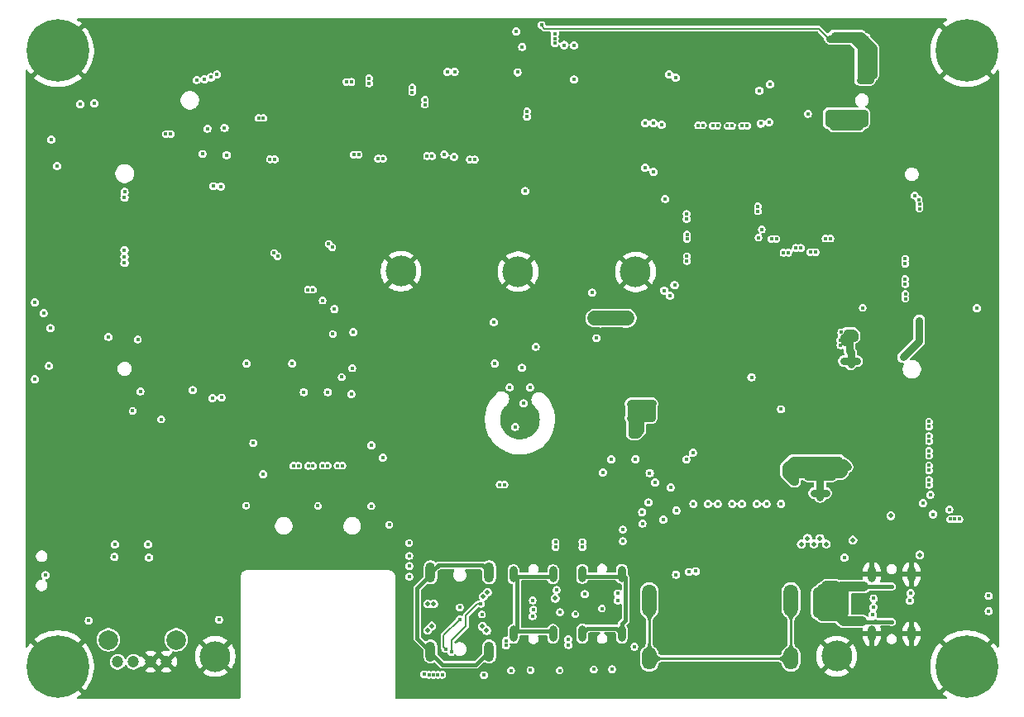
<source format=gbr>
%TF.GenerationSoftware,KiCad,Pcbnew,9.0.6*%
%TF.CreationDate,2025-12-23T10:41:37+01:00*%
%TF.ProjectId,LattePanda_MOKA,4c617474-6550-4616-9e64-615f4d4f4b41,1.0*%
%TF.SameCoordinates,Original*%
%TF.FileFunction,Copper,L2,Inr*%
%TF.FilePolarity,Positive*%
%FSLAX46Y46*%
G04 Gerber Fmt 4.6, Leading zero omitted, Abs format (unit mm)*
G04 Created by KiCad (PCBNEW 9.0.6) date 2025-12-23 10:41:37*
%MOMM*%
%LPD*%
G01*
G04 APERTURE LIST*
%TA.AperFunction,ComponentPad*%
%ADD10C,3.150000*%
%TD*%
%TA.AperFunction,ComponentPad*%
%ADD11O,0.800000X1.650000*%
%TD*%
%TA.AperFunction,ComponentPad*%
%ADD12C,0.800000*%
%TD*%
%TA.AperFunction,ComponentPad*%
%ADD13C,6.400000*%
%TD*%
%TA.AperFunction,ComponentPad*%
%ADD14O,1.500000X3.300000*%
%TD*%
%TA.AperFunction,ComponentPad*%
%ADD15O,1.500000X2.300000*%
%TD*%
%TA.AperFunction,ComponentPad*%
%ADD16O,1.000000X2.050000*%
%TD*%
%TA.AperFunction,ComponentPad*%
%ADD17C,1.200000*%
%TD*%
%TA.AperFunction,ComponentPad*%
%ADD18C,2.000000*%
%TD*%
%TA.AperFunction,ViaPad*%
%ADD19C,0.450000*%
%TD*%
%TA.AperFunction,ViaPad*%
%ADD20C,0.400000*%
%TD*%
%TA.AperFunction,ViaPad*%
%ADD21C,0.500000*%
%TD*%
%TA.AperFunction,Conductor*%
%ADD22C,0.200000*%
%TD*%
%TA.AperFunction,Conductor*%
%ADD23C,0.800000*%
%TD*%
%TA.AperFunction,Conductor*%
%ADD24C,1.500000*%
%TD*%
%TA.AperFunction,Conductor*%
%ADD25C,0.400000*%
%TD*%
%TA.AperFunction,Conductor*%
%ADD26C,1.000000*%
%TD*%
%TA.AperFunction,Conductor*%
%ADD27C,0.250000*%
%TD*%
G04 APERTURE END LIST*
D10*
%TO.N,GND*%
%TO.C,U84*%
X35110000Y40519972D03*
%TD*%
D11*
%TO.N,Net-(USB80-SHIELD)*%
%TO.C,USB80*%
X50700001Y9459974D03*
X46640001Y9459974D03*
X50700001Y3359974D03*
X46640001Y3359974D03*
%TD*%
D12*
%TO.N,GND*%
%TO.C,H78*%
X90615136Y63120000D03*
X91318080Y64817056D03*
X91318080Y61422944D03*
X93015136Y65520000D03*
D13*
X93015136Y63120000D03*
D12*
X93015136Y60720000D03*
X94712192Y64817056D03*
X94712192Y61422944D03*
X95415136Y63120000D03*
%TD*%
%TO.N,GND*%
%TO.C,H79*%
X-2399999Y0D03*
X-1697055Y1697056D03*
X-1697055Y-1697056D03*
X1Y2400000D03*
D13*
X1Y0D03*
D12*
X1Y-2400000D03*
X1697057Y1697056D03*
X1697057Y-1697056D03*
X2400001Y0D03*
%TD*%
D14*
%TO.N,Net-(C87-Pad1)*%
%TO.C,J79*%
X75044002Y6784974D03*
X60544002Y6784974D03*
D15*
X75044002Y824974D03*
X60544002Y824974D03*
%TD*%
D11*
%TO.N,GND*%
%TO.C,USB81*%
X87380000Y9449974D03*
X83320000Y9449974D03*
X87380000Y3349974D03*
X83320000Y3349974D03*
%TD*%
D10*
%TO.N,GND*%
%TO.C,U86*%
X59140001Y40459974D03*
%TD*%
D12*
%TO.N,GND*%
%TO.C,H80*%
X-2399999Y63120000D03*
X-1697055Y64817056D03*
X-1697055Y61422944D03*
X1Y65520000D03*
D13*
X1Y63120000D03*
D12*
X1Y60720000D03*
X1697057Y64817056D03*
X1697057Y61422944D03*
X2400001Y63120000D03*
%TD*%
D16*
%TO.N,Net-(C150-Pad1)*%
%TO.C,USB79*%
X38145001Y1544974D03*
X44145001Y1544974D03*
X44145001Y9644974D03*
X38145001Y9644974D03*
%TD*%
D12*
%TO.N,GND*%
%TO.C,H81*%
X90615136Y0D03*
X91318080Y1697056D03*
X91318080Y-1697056D03*
X93015136Y2400000D03*
D13*
X93015136Y0D03*
D12*
X93015136Y-2400000D03*
X94712192Y1697056D03*
X94712192Y-1697056D03*
X95415136Y0D03*
%TD*%
D11*
%TO.N,Net-(USB78-SHIELD)*%
%TO.C,USB78*%
X57735001Y9484974D03*
X53675001Y9484974D03*
X57735001Y3384974D03*
X53675001Y3384974D03*
%TD*%
D17*
%TO.N,Net-(D96-A2)*%
%TO.C,SW79*%
X6120001Y489974D03*
%TO.N,Net-(D97-A2)*%
X7750001Y489974D03*
%TO.N,GND*%
X9500001Y489974D03*
X11120001Y489974D03*
D18*
%TO.N,unconnected-(SW79-Pad5)*%
X12120001Y2729974D03*
%TO.N,unconnected-(SW79-Pad6)*%
X5180001Y2729974D03*
%TD*%
D10*
%TO.N,GND*%
%TO.C,U85*%
X47115000Y40469972D03*
%TD*%
%TO.N,GND*%
%TO.C,CN79*%
X16115000Y1044973D03*
%TD*%
%TO.N,GND*%
%TO.C,CN78*%
X79720001Y1049974D03*
%TD*%
D19*
%TO.N,/LattePanda Module/~{PWR_SW}*%
X15810000Y27510000D03*
X15900000Y49230000D03*
X14200000Y60130000D03*
%TO.N,/LattePanda Module/~{RST_SW}*%
X15010000Y60180000D03*
X16750000Y27560000D03*
X16680000Y49220000D03*
%TO.N,/~{PWR_LED}{slash}~{PSON}*%
X-1460000Y36230000D03*
X-1270000Y9360000D03*
X15670000Y60400000D03*
%TO.N,/LattePanda Module/SLS_S3*%
X-2350000Y29440000D03*
X-2350000Y37320000D03*
X16280000Y60680000D03*
D20*
%TO.N,GND*%
X2740000Y45285000D03*
X20170000Y55595000D03*
X64910000Y46740000D03*
X2185000Y47130000D03*
X26145000Y60150000D03*
X22250000Y43085000D03*
X75175000Y34480000D03*
X34895000Y24125000D03*
X86860000Y21090000D03*
X57495000Y6160000D03*
X-2980000Y36080000D03*
X85925000Y10835000D03*
X8745000Y10600000D03*
X52285000Y12555000D03*
X24535000Y63495000D03*
X26690000Y13350000D03*
X61480000Y56020000D03*
X-2980000Y58875000D03*
X66360000Y12225000D03*
X29150000Y59380800D03*
X82575000Y37335000D03*
X-2980000Y25580000D03*
X91350000Y19625000D03*
X75470000Y15105000D03*
X56290001Y66154999D03*
X75180000Y32790000D03*
X37615000Y23665000D03*
X96005000Y44205001D03*
X58954999Y-2960000D03*
X9200000Y54480000D03*
D19*
X64850000Y30469999D03*
D20*
X38505000Y2970000D03*
X-2980000Y27080000D03*
X45830000Y59135000D03*
X24560000Y40865000D03*
X8070000Y26720000D03*
X86200000Y10255000D03*
D21*
X91680000Y16760000D03*
D20*
X30140000Y45765000D03*
X51020000Y13435000D03*
X50970000Y11585000D03*
X69220000Y20610000D03*
X27110000Y41255000D03*
X36160000Y43685000D03*
X33715000Y52635000D03*
X63650000Y14600000D03*
X20115000Y52030000D03*
X17390000Y57375000D03*
X20285000Y47115000D03*
X64950000Y42445000D03*
X57860001Y66165000D03*
X18875000Y51540000D03*
D21*
X75220000Y22025000D03*
X76195000Y8445000D03*
X77375000Y3065000D03*
D20*
X23065000Y23820000D03*
X73895000Y34480000D03*
X5830000Y-1630000D03*
X9130000Y59030000D03*
X56460000Y22020000D03*
X81675001Y66180000D03*
X23225000Y28435000D03*
X76450000Y42155000D03*
D21*
X72525000Y25665000D03*
D20*
X77160000Y-1095000D03*
X68800000Y5820000D03*
X-2980000Y51080000D03*
X55390000Y41365000D03*
X96025000Y20455000D03*
X84570000Y1490000D03*
D19*
X71055000Y12345000D03*
D20*
X8260000Y53255000D03*
X87345000Y54400000D03*
X10975000Y4105000D03*
X72320000Y-2965000D03*
X73574523Y55874273D03*
X16230000Y59945000D03*
X7595000Y64465000D03*
X17430000Y41285000D03*
X91375000Y18135000D03*
X60075000Y9370000D03*
X32370000Y36750000D03*
D21*
X78855000Y22020000D03*
D20*
X57260000Y43155000D03*
X78050000Y46090000D03*
X56135000Y60300000D03*
X92490000Y56430000D03*
X-820000Y50260000D03*
X80645000Y12170000D03*
X81715000Y50045000D03*
D19*
X66555000Y30445000D03*
D20*
X41060000Y52710000D03*
X62005000Y16285000D03*
X75175000Y33935000D03*
X90740000Y57655000D03*
X33500000Y27675000D03*
X84825000Y970000D03*
X27745000Y55290000D03*
X96010000Y60555000D03*
X50770000Y27570000D03*
X76740000Y43050000D03*
X88360000Y-230000D03*
X94765000Y4260000D03*
X96010000Y41330000D03*
X47424999Y66160000D03*
X55035000Y695000D03*
X43685000Y27875000D03*
X31185000Y66160001D03*
X62943050Y24289832D03*
X42915000Y9060000D03*
X63720000Y48270000D03*
X26290000Y56275000D03*
X85925000Y1990000D03*
X96010000Y39830002D03*
X42070000Y36820000D03*
X5685000Y5275000D03*
X-835000Y44025000D03*
X23600000Y21055000D03*
X85090000Y1490000D03*
X55615000Y29795000D03*
X71545000Y18315000D03*
X56270000Y2060000D03*
D21*
X90360000Y14140000D03*
D20*
X8740000Y27565000D03*
X38305000Y58430000D03*
X21770000Y29610000D03*
X23200000Y40445000D03*
X65695000Y10340000D03*
X39630000Y46410000D03*
X10085000Y59985000D03*
X48650000Y57190000D03*
X59765000Y63940000D03*
X48045000Y16410000D03*
X-2980000Y11840000D03*
X34950000Y-1105000D03*
X40445000Y55845000D03*
X62460000Y55295000D03*
X25105000Y39215000D03*
X60475000Y19145000D03*
X62935090Y23420000D03*
X8825000Y7325000D03*
X88365000Y62875000D03*
X23895000Y36890000D03*
X89025000Y66175000D03*
X14975000Y51905000D03*
X27980000Y48845000D03*
X45375000Y44360000D03*
X17450000Y35590000D03*
X30165000Y44010000D03*
X5230000Y57635000D03*
X50960000Y47920000D03*
X25125000Y21070000D03*
D21*
X79090000Y23255000D03*
D20*
X28760000Y14825000D03*
X53725000Y36965000D03*
X64590000Y13850000D03*
X5650000Y50360000D03*
X76597472Y32217472D03*
X29635000Y21060000D03*
X61475000Y60680000D03*
X64819999Y-2965000D03*
X15130000Y42555000D03*
X31110000Y38745000D03*
X34890000Y9465000D03*
X5615000Y41120000D03*
X46955000Y-2960000D03*
X50995000Y4940000D03*
X12245000Y60005000D03*
X58990000Y14620000D03*
X84380000Y12155000D03*
X-1875000Y9820000D03*
X57190000Y33430000D03*
X19295000Y39345000D03*
X54100000Y60895000D03*
X25110000Y38100000D03*
X-2980000Y48080000D03*
X10285000Y41160000D03*
X25130000Y47045000D03*
X23015000Y29745000D03*
D19*
X59340000Y32930000D03*
D20*
X25000000Y28865000D03*
X36454998Y-2960000D03*
X35140000Y55855000D03*
X39200000Y64580000D03*
X72765000Y44513682D03*
X33310000Y38075000D03*
X40950000Y15645000D03*
X26655000Y21090000D03*
X81310000Y48125000D03*
D19*
X67294002Y9382549D03*
D20*
X12680000Y13610000D03*
X76695000Y-2960000D03*
X90850000Y12510000D03*
X42625000Y60400000D03*
X32790000Y43735000D03*
X84495000Y9585000D03*
X56365000Y25535000D03*
D21*
X77955000Y22023773D03*
D20*
X10375000Y36240000D03*
D21*
X27045000Y30460000D03*
D20*
X63785000Y46800000D03*
X63985000Y23420000D03*
X36760000Y63890000D03*
X18100000Y13895000D03*
X52920000Y55615000D03*
X78045000Y34480000D03*
X7235000Y52815000D03*
X68925000Y2515000D03*
X33660000Y49935000D03*
X65180000Y56015000D03*
X10875000Y39795000D03*
X34835000Y11725000D03*
X39895000Y9590000D03*
X41750000Y52490000D03*
X45840000Y55480000D03*
X14845000Y34940000D03*
X79655000Y38720000D03*
X20265000Y41215000D03*
X94475000Y53985000D03*
X78020000Y43190000D03*
X75395000Y9690000D03*
X22795000Y47945000D03*
X91390000Y22610000D03*
X50880000Y41745000D03*
X68030000Y30075000D03*
X44695000Y11075000D03*
X22985000Y25900000D03*
X73355000Y7895000D03*
X-2980000Y40580000D03*
X50915000Y37600000D03*
X29680000Y52700000D03*
X17540000Y24665000D03*
X96030000Y7080001D03*
X51020000Y60425000D03*
X8605000Y52810000D03*
X-2985000Y15215000D03*
X17440000Y43230000D03*
X79465000Y44430000D03*
X77170000Y24005000D03*
X2685000Y66160000D03*
X66800001Y66175000D03*
X96010000Y32330000D03*
X34240000Y36760000D03*
X82280000Y19340000D03*
X66570000Y60385000D03*
D21*
X73065000Y23000000D03*
D20*
X5470000Y10630000D03*
X8680000Y11895000D03*
X4195000Y32610000D03*
X29130000Y60475000D03*
X68255000Y22685000D03*
X35500000Y50100000D03*
X-830000Y36979999D03*
X31715000Y41735000D03*
X48310000Y26420000D03*
X84255000Y29800000D03*
X21125000Y47955000D03*
X53625000Y13425000D03*
X10680000Y55185000D03*
X4255000Y58785000D03*
X52954999Y-2960000D03*
X59295000Y870000D03*
X14685001Y66160000D03*
X84240000Y1995000D03*
X39145000Y9515000D03*
X22660000Y38895000D03*
X35395000Y28285000D03*
D21*
X89170000Y14770000D03*
D20*
X14875000Y3935000D03*
X76480000Y40775000D03*
X84240000Y10830000D03*
X47475000Y57225000D03*
X55170000Y2045000D03*
X80215000Y51875000D03*
X7185000Y66160000D03*
D21*
X76550000Y4545000D03*
D20*
X80050000Y12755000D03*
X87235000Y38715000D03*
X-2980000Y10340000D03*
X31235000Y32640000D03*
X17725000Y26560000D03*
X9760000Y51210000D03*
X86185000Y1510000D03*
X69525000Y57565000D03*
X22365000Y41385000D03*
X71475000Y20455000D03*
X38760000Y7045000D03*
X71945000Y17270000D03*
X83460000Y29245000D03*
X48530000Y1960000D03*
X61420000Y38165000D03*
D21*
X27060000Y32350000D03*
D20*
X65300000Y66175000D03*
X-2980000Y37580000D03*
X31225000Y55265000D03*
D21*
X75825000Y2445000D03*
D20*
X34495000Y27440000D03*
X64270000Y24700000D03*
X53480000Y50155000D03*
X41925000Y43880000D03*
X28185000Y66160000D03*
X29080000Y37745000D03*
X24070000Y35475000D03*
X72280000Y46295000D03*
X49775000Y20685000D03*
X27635000Y26165000D03*
D21*
X77345000Y3860000D03*
D20*
X46750000Y63760000D03*
X23785000Y51935000D03*
X25185000Y66160000D03*
X96015000Y29395000D03*
X53465000Y17065000D03*
X36505000Y-1850000D03*
X86095000Y15290000D03*
X13205000Y61920000D03*
X89605000Y59480000D03*
X29870000Y51855000D03*
X69550000Y60375000D03*
X54840000Y2640000D03*
X72970000Y26785000D03*
X71040000Y38750000D03*
X12390000Y5060000D03*
X89075000Y-1585000D03*
X35740000Y59680000D03*
X53425001Y66160000D03*
X34815000Y33890000D03*
X26490000Y43095000D03*
X13030000Y56785000D03*
X19335000Y32360000D03*
X61954999Y-2960000D03*
X7960000Y29060000D03*
X46230000Y16105000D03*
X15725000Y16505000D03*
X43035000Y2195000D03*
X55954999Y-2960000D03*
X37440000Y36785000D03*
X75675001Y66180000D03*
X23500000Y10255000D03*
X87245000Y40900000D03*
X35360000Y31700000D03*
X34050000Y66155000D03*
X83235000Y18145000D03*
X10450000Y57880000D03*
X86745000Y19615000D03*
X32720000Y23110000D03*
X7535000Y53245000D03*
X21630000Y33425000D03*
D21*
X74560000Y9125000D03*
D20*
X5580000Y47900000D03*
X96030000Y2580000D03*
X71300000Y66175000D03*
X13790000Y64680000D03*
X-2980000Y7340000D03*
X56055000Y57545000D03*
X42825000Y21000000D03*
X73905000Y32170000D03*
X5270000Y36265000D03*
X35360000Y29480000D03*
X50770000Y-1525000D03*
X27280000Y59520000D03*
D21*
X28000000Y32290000D03*
D20*
X37050001Y66155000D03*
X69540000Y55160000D03*
X63885000Y41130000D03*
X59470000Y55820000D03*
D21*
X76620000Y-260000D03*
D20*
X2875000Y39345000D03*
X20060000Y63485000D03*
X86200000Y2570000D03*
X96010000Y36830001D03*
X64270000Y5870000D03*
D21*
X79755000Y22020000D03*
D20*
X5615000Y42770000D03*
X85730000Y43595000D03*
X58890000Y16045000D03*
X23685000Y66160000D03*
D19*
X70295000Y9205000D03*
D20*
X54050000Y55425000D03*
X76995000Y63555000D03*
X86275000Y40790000D03*
X49085000Y49365000D03*
X37550000Y28395000D03*
X55690000Y36930000D03*
X71165000Y57550000D03*
X35360000Y30655000D03*
X71130000Y43675000D03*
X18170000Y-2930000D03*
X39480000Y14380000D03*
X41135000Y2810000D03*
X21485000Y42265000D03*
X33080000Y22090000D03*
X75530000Y60745000D03*
X14205000Y9745000D03*
X35550000Y66155000D03*
X53570000Y18905000D03*
X36740000Y58495000D03*
X-455000Y5030000D03*
X64965000Y44745000D03*
X96005000Y54705001D03*
X62010000Y8695000D03*
X10650000Y62110000D03*
X28125000Y21060000D03*
X45925001Y66160000D03*
X25000000Y10255000D03*
X51454999Y-2960000D03*
X44425001Y66160000D03*
X54845000Y10570000D03*
X24370000Y43095000D03*
X34235000Y20385000D03*
X14815000Y41265000D03*
X61910000Y17510000D03*
X45320000Y21985000D03*
X71150000Y55185000D03*
X-2980000Y2840000D03*
X34390000Y25205000D03*
X60454999Y-2960000D03*
X36950000Y21660000D03*
X56370000Y26115000D03*
X21410000Y56865000D03*
X69240000Y18410000D03*
X44780000Y7795000D03*
X78260000Y44445000D03*
X63190000Y24700000D03*
X45625000Y34085000D03*
X83375000Y43470000D03*
X54830000Y48080000D03*
X54955000Y21050000D03*
X37310000Y55660000D03*
X20965000Y35670000D03*
X28110000Y23335000D03*
X78120000Y55240000D03*
X20665000Y22975000D03*
D19*
X71050000Y33635000D03*
D20*
X59495000Y43475000D03*
X46135000Y-1460000D03*
X66915000Y20905000D03*
X84370000Y64460000D03*
X96030000Y10080001D03*
X20275000Y23980000D03*
X27765000Y56190000D03*
X28645000Y37280000D03*
X14915000Y63465000D03*
X86095000Y29070000D03*
X45710000Y36675000D03*
X47740000Y2955000D03*
X62100000Y13805000D03*
X87525000Y66175000D03*
X12850000Y7975000D03*
X96025000Y14455001D03*
D21*
X81415000Y3620000D03*
D20*
X8330000Y23510000D03*
X41915000Y27280000D03*
X33370000Y26670000D03*
X77625000Y23705000D03*
X49450000Y32340000D03*
X50950000Y23305000D03*
X73925000Y40465000D03*
X35185000Y36770000D03*
X71145000Y46295000D03*
X17685000Y66160000D03*
X42265000Y1585000D03*
X69565000Y44130000D03*
X-2985000Y13715000D03*
X38750000Y55240000D03*
X25075000Y20140000D03*
X33565000Y63460000D03*
X66510000Y37760000D03*
X11685000Y51910000D03*
X29730000Y20290000D03*
X27885000Y42345000D03*
X53705000Y34345000D03*
X12460000Y29665000D03*
X16455000Y17395000D03*
X-2980000Y33080000D03*
X28265000Y60505000D03*
X74175001Y66180000D03*
X44055000Y31320000D03*
X62820000Y3195000D03*
X4260002Y60085000D03*
X42905000Y52495000D03*
X88620000Y54320000D03*
X72075000Y2885000D03*
X66545000Y57520000D03*
X32255000Y56745000D03*
X39105000Y1405000D03*
X55930000Y25840000D03*
X96010000Y35330000D03*
X88640000Y30770000D03*
D19*
X60875000Y32935000D03*
D20*
X54565000Y37590000D03*
X12285000Y38005000D03*
X14870000Y32360000D03*
X62510000Y7305000D03*
X42500000Y9595000D03*
X-2980000Y34580000D03*
D19*
X71800000Y9220000D03*
D20*
X11740000Y36905000D03*
X18235000Y7900000D03*
X42280000Y2255000D03*
X65110000Y37695000D03*
X79760000Y40170000D03*
X73905000Y33390000D03*
X53290000Y57265000D03*
X79420000Y34255000D03*
X4330000Y37265000D03*
X47420000Y2380000D03*
D19*
X72005000Y13865000D03*
D21*
X77220000Y4555000D03*
D20*
X29620000Y25970000D03*
X34915000Y63460000D03*
X23175000Y42165000D03*
X20720000Y38985000D03*
X37805000Y3035000D03*
X66535000Y22600000D03*
X34950000Y1895000D03*
X-2980000Y46580000D03*
X48625000Y56025000D03*
X71030000Y40235000D03*
X61860000Y19145000D03*
X36765000Y59680000D03*
X73770000Y52615000D03*
X32245000Y26670000D03*
X71135000Y47570000D03*
X96030000Y11580000D03*
X25170000Y51510000D03*
X27570000Y25685000D03*
X60935000Y66180001D03*
X47455000Y56020000D03*
X63970000Y25125000D03*
X26030000Y63475000D03*
X48955000Y36690000D03*
X-2985000Y18215000D03*
X68030000Y25530000D03*
X66545000Y55950000D03*
X84170000Y28800000D03*
X33600000Y60650000D03*
X76535000Y33375000D03*
X66985000Y17340000D03*
D19*
X69400000Y52700000D03*
D20*
X86425000Y35045000D03*
D21*
X88685000Y22640000D03*
D20*
X37560000Y30410000D03*
X2890000Y58655000D03*
X48925002Y66160000D03*
X37425000Y325000D03*
X96010000Y42830000D03*
X54975000Y15300000D03*
X28380000Y37745000D03*
X37550000Y27395000D03*
D19*
X64155000Y30500000D03*
D20*
X47995000Y60920000D03*
X55480000Y44355000D03*
X39010000Y2850000D03*
X69320000Y-2965000D03*
X81760000Y42895000D03*
X20090000Y25845000D03*
X56680000Y9950000D03*
X63595000Y63795000D03*
X31190000Y26670000D03*
X39510000Y9030000D03*
X37130000Y14950000D03*
X24520000Y29345000D03*
X5760000Y60085000D03*
D19*
X68040000Y10145000D03*
D20*
X54925000Y32635000D03*
X85670000Y1505000D03*
X53625000Y42985000D03*
X39200000Y60790000D03*
D21*
X88685000Y24100000D03*
D20*
X79420000Y33100000D03*
X71080000Y42265000D03*
D21*
X76775000Y7705000D03*
D20*
X18565000Y59715000D03*
X48690000Y59145000D03*
X86760000Y24135000D03*
X49300000Y2150000D03*
X52125000Y57730000D03*
X96025000Y23455001D03*
X68005000Y57565000D03*
X50050000Y64190000D03*
X50960000Y1960000D03*
X59130000Y57535000D03*
X49954999Y-2960000D03*
X34950000Y395000D03*
X43080000Y1565000D03*
X86305000Y52275000D03*
X72660000Y10030000D03*
D19*
X71020000Y32600000D03*
D20*
X68045000Y55935000D03*
X69425000Y21500000D03*
X63200000Y23860000D03*
D21*
X27990000Y31405000D03*
D20*
X37220000Y10885000D03*
X74150000Y18890000D03*
X2860000Y37790000D03*
X5730000Y-2925000D03*
X96030000Y13080000D03*
X63285000Y55310000D03*
X2780000Y34790000D03*
X18855000Y19475000D03*
X76530000Y32790000D03*
X36200000Y36770000D03*
X41720000Y51555000D03*
X47930000Y2500000D03*
X-820000Y51760000D03*
X72125000Y45420000D03*
X-2985000Y22715000D03*
X13184999Y66160000D03*
D21*
X89685000Y22615000D03*
D20*
X33290000Y36755000D03*
X96010000Y56054998D03*
X45245000Y3375000D03*
X64940000Y41165000D03*
X4184999Y66160000D03*
X19135000Y10260000D03*
X61825000Y5710000D03*
X72575000Y60445000D03*
X68145000Y63760000D03*
X41830000Y30065000D03*
X40060000Y-1830000D03*
X65000000Y50705000D03*
D21*
X75900000Y4140000D03*
D20*
X22065000Y22345000D03*
X75227472Y32197472D03*
X47235000Y34105000D03*
X73730000Y27870000D03*
X-2980000Y4340000D03*
X-2985000Y24215000D03*
X32340000Y52695000D03*
D21*
X89680000Y21120000D03*
D20*
X85920000Y990000D03*
X53795000Y22585000D03*
X28000001Y10255000D03*
X11185000Y41180000D03*
X54055000Y34080000D03*
X69525000Y25635000D03*
X28165000Y25890000D03*
X73895000Y33950000D03*
X54535000Y39250000D03*
X21515000Y20220000D03*
X5705000Y58785000D03*
D21*
X89390000Y16770000D03*
X78290000Y23970000D03*
D20*
X77175000Y66180000D03*
X63605000Y17220000D03*
D19*
X64135000Y32965000D03*
D20*
X81775000Y45380000D03*
D21*
X82115000Y3355000D03*
D20*
X46100000Y18080000D03*
X33965000Y59915000D03*
X48350000Y515000D03*
D21*
X89680000Y18125000D03*
D20*
X86280000Y37240000D03*
X31145000Y47755000D03*
X31125000Y58170000D03*
X64320000Y22415000D03*
D21*
X79450000Y4105000D03*
D20*
X76525000Y33935000D03*
X11945000Y63000000D03*
X37055000Y38055000D03*
X42290000Y13090000D03*
X6170000Y28895000D03*
X14170000Y53965000D03*
X47245000Y31260000D03*
X46235000Y20695000D03*
X44475000Y3375000D03*
X64285000Y15345000D03*
X38440000Y-1875000D03*
X34890000Y6465000D03*
X37460000Y5835000D03*
X22185000Y66160001D03*
X16915000Y7730000D03*
X6510000Y26915000D03*
X34575000Y18020000D03*
X55235000Y37615000D03*
D21*
X77945000Y4150000D03*
D20*
X60650000Y60360000D03*
X17480000Y32435000D03*
X96005000Y48705002D03*
X28365000Y39270000D03*
X40200000Y11385000D03*
X57200000Y10895000D03*
X76805000Y52670000D03*
X88470000Y60115000D03*
X29499999Y10255000D03*
X87590000Y-2325000D03*
D21*
X89680000Y19605000D03*
D20*
X79420000Y33720000D03*
X19150000Y46905000D03*
X96005000Y50205000D03*
X11905000Y55170000D03*
X18275000Y42580000D03*
X86960000Y61890000D03*
D21*
X86698554Y18123554D03*
D20*
X75185000Y33375000D03*
X56370000Y24380000D03*
X63885000Y43390000D03*
X26495000Y39225000D03*
X23895000Y55405000D03*
X96010000Y33830000D03*
X49230286Y60920000D03*
X93830000Y32720000D03*
X82680000Y29715000D03*
X61485000Y9250000D03*
X73865000Y44425000D03*
X50530000Y4785000D03*
X25515000Y59520000D03*
X7865000Y52825000D03*
X20634999Y10260000D03*
X78080000Y23400000D03*
X68299999Y66175000D03*
X735000Y47085000D03*
X27915000Y37360000D03*
X65005000Y63795000D03*
X73860000Y43165000D03*
X13285000Y59985000D03*
X63845000Y45475000D03*
X50425000Y66160000D03*
D21*
X74285000Y22023773D03*
D20*
X47095000Y49265000D03*
X54790000Y9950000D03*
X23895000Y47660000D03*
X36500000Y49125000D03*
X23750000Y59530000D03*
X74225000Y55280000D03*
D21*
X76770000Y6865000D03*
D20*
X11235000Y35700000D03*
X53635000Y25720000D03*
D21*
X88670000Y25700000D03*
D20*
X18285000Y9405000D03*
X20745000Y32965000D03*
X55935000Y25305000D03*
X87265000Y40085000D03*
X78045000Y33930000D03*
X83175001Y66180000D03*
X56385000Y36970000D03*
D21*
X27035001Y31419974D03*
D20*
X66920000Y18450000D03*
X44010000Y43310000D03*
X37770000Y42025000D03*
X69380000Y-210000D03*
X5010000Y64370000D03*
X42865000Y57275000D03*
X42030000Y32815000D03*
X21520000Y63515000D03*
X57485000Y55770000D03*
X9170000Y-2930000D03*
D21*
X76630000Y2925000D03*
D20*
X57095000Y45840000D03*
X15005000Y22675000D03*
X64800000Y57515000D03*
X86555000Y29635000D03*
X56715000Y-1515000D03*
X31000000Y10255000D03*
X87800000Y64400000D03*
X45550000Y52585000D03*
X17615000Y29425000D03*
X78775000Y65485000D03*
X41230000Y55250000D03*
X20515000Y44630000D03*
X82694999Y-2960000D03*
X76525000Y34480000D03*
X37980000Y17015000D03*
X62943973Y25076903D03*
X96005000Y45705001D03*
X63685000Y19580000D03*
X14160000Y59115000D03*
X44795000Y18095000D03*
X50930000Y44200000D03*
D21*
X76775000Y6060000D03*
D20*
X29500000Y40685000D03*
X42290000Y50205000D03*
X96025001Y24955001D03*
X11180000Y7270000D03*
X-2980000Y54080000D03*
X67819999Y-2965000D03*
X42365000Y59130000D03*
X8290000Y50295000D03*
X40290000Y9050000D03*
X52850000Y52645000D03*
X29770000Y55275000D03*
X42085000Y25295000D03*
X41760000Y22990000D03*
X20165000Y11890000D03*
X64355000Y37730000D03*
X75050000Y12370000D03*
X55855000Y33170000D03*
X-2980000Y31580000D03*
X-2980000Y43580000D03*
X91410000Y25465000D03*
X35265000Y52235000D03*
D19*
X58715000Y32250000D03*
D20*
X11525000Y34300000D03*
X62300000Y66175000D03*
X24510000Y60785000D03*
X5455000Y11910000D03*
X20120000Y29585000D03*
X53915000Y37575000D03*
X26115000Y60840000D03*
X18440000Y33675000D03*
X59500000Y50785000D03*
X44840000Y19220000D03*
X14490000Y28450000D03*
X23930000Y38140000D03*
X32265000Y55235000D03*
X-830000Y29875000D03*
X30795000Y22980000D03*
X96025001Y15955001D03*
X59980000Y4230000D03*
X86200000Y3240000D03*
X82575000Y51940000D03*
X10110000Y53570000D03*
X91845000Y4025000D03*
X21365000Y51540000D03*
X73280000Y26020000D03*
X7795000Y51340000D03*
D19*
X68040000Y12385000D03*
D20*
X17520000Y11330000D03*
X-760000Y31925000D03*
X29685000Y66160000D03*
X40240000Y43375000D03*
X43160000Y24670000D03*
X63430000Y24290000D03*
X9280000Y29025000D03*
X46380000Y8015000D03*
X53910000Y8045000D03*
X41560000Y64580000D03*
X71110000Y63810000D03*
X-50000Y32635000D03*
X7670000Y-2930000D03*
X19015000Y48900000D03*
X59715000Y60830000D03*
X49460000Y18070000D03*
X34954999Y-2960000D03*
X30455000Y59380800D03*
X61520000Y57480000D03*
X65015000Y55150000D03*
D21*
X93220000Y14480000D03*
D20*
X86024999Y66175000D03*
X44020000Y36835000D03*
X78675001Y66180000D03*
X57260000Y57525000D03*
X86500000Y12250000D03*
X4680000Y28895000D03*
X58800000Y55210000D03*
X47890000Y36690000D03*
X42060000Y34155000D03*
X96025000Y21955001D03*
X-840000Y38160000D03*
X49070000Y43090000D03*
X12845000Y35725000D03*
D21*
X78060000Y3495000D03*
D20*
X10465000Y64515000D03*
D21*
X88125000Y12215000D03*
X73720000Y10035000D03*
D20*
X63935000Y44755000D03*
X9305000Y25380000D03*
X81195001Y-2960000D03*
X55960000Y55915000D03*
X49840000Y10450000D03*
X26750000Y55235000D03*
X64275000Y11780000D03*
X40954999Y-2960000D03*
X85405000Y985000D03*
X30550000Y63485000D03*
X36380000Y47235000D03*
X54840000Y3250000D03*
X-2980000Y5840000D03*
X37221400Y52705000D03*
X49570000Y9790000D03*
X78055000Y32150000D03*
X59980000Y2845000D03*
X25120000Y23320000D03*
X6910000Y15065000D03*
X61690000Y48355000D03*
X1840000Y14320000D03*
X20685000Y66160000D03*
X5885000Y49605000D03*
D21*
X75635000Y9005000D03*
D20*
X16930000Y55865000D03*
X43930000Y49915000D03*
X96030000Y8579999D03*
D19*
X60040000Y32920000D03*
D20*
X84825000Y1975000D03*
X28115000Y24125000D03*
X47295000Y58655000D03*
X85695000Y-2960000D03*
X56270000Y695000D03*
X10320000Y38715000D03*
X49660000Y13410000D03*
X82320000Y46960000D03*
X42520000Y-1930000D03*
X2920000Y33050000D03*
X58500000Y-990000D03*
X41550000Y66155000D03*
X44695000Y12055000D03*
X53665000Y14520000D03*
X27545000Y63465000D03*
X56370000Y26800000D03*
X-350000Y25355000D03*
X43170000Y9515000D03*
X40005000Y59985000D03*
X96005000Y47205000D03*
X12245000Y58995000D03*
X50950000Y34255000D03*
X-2980000Y8840000D03*
X53900000Y45855000D03*
X18245000Y-1360000D03*
X38005000Y19340000D03*
X78810000Y50630000D03*
X36545000Y14035000D03*
X29555000Y37295000D03*
X70275000Y5785000D03*
X58025000Y63805000D03*
X80740000Y13715000D03*
X25270000Y55270000D03*
X67290000Y5840000D03*
X79465000Y43285000D03*
X84495000Y3240000D03*
X20125000Y56815000D03*
X30915000Y46435000D03*
X25060000Y44020000D03*
X96030000Y4080000D03*
X38820000Y52740000D03*
X22280000Y58560000D03*
X13669999Y-2930000D03*
X-605000Y58515000D03*
X15055000Y26355000D03*
X18540000Y25900000D03*
X44095000Y3025000D03*
X73819999Y-2965000D03*
X31475000Y15160000D03*
X78195000Y-2960000D03*
X74425000Y14005000D03*
X46405000Y34105000D03*
X26480000Y40030000D03*
X13830000Y62315000D03*
X57190000Y32690000D03*
X42085000Y9065000D03*
X15270000Y49198600D03*
X78055000Y33370000D03*
X14170000Y53215000D03*
X28765000Y56340000D03*
X85345000Y10850000D03*
D21*
X77055000Y22023773D03*
D20*
X42895000Y47840000D03*
X6180000Y57925000D03*
X4820000Y27410000D03*
X50475000Y5380000D03*
X66250000Y9420000D03*
X42454999Y-2960000D03*
X63440000Y23420000D03*
X88200000Y8130000D03*
X66505000Y55150000D03*
X14930000Y37880000D03*
X86200000Y9585000D03*
X75245000Y42120000D03*
X66319999Y-2965000D03*
X69575000Y63810000D03*
X-2980000Y28580000D03*
X53615000Y29475000D03*
X12520000Y34230000D03*
X-2980000Y52580000D03*
X68015000Y34135000D03*
X34445000Y55240000D03*
X96010000Y38329999D03*
X42255000Y63820000D03*
D19*
X60125000Y31770000D03*
D20*
X32550000Y38600000D03*
X34180000Y16625000D03*
X96025000Y17454999D03*
X26900000Y38285000D03*
X69540000Y55920000D03*
X96004999Y30965000D03*
X43954999Y-2960000D03*
X82540000Y33910000D03*
X83690000Y40500000D03*
X63595000Y38490000D03*
X-820000Y47260001D03*
X53725000Y11605000D03*
X96030000Y5580000D03*
X66585000Y63770000D03*
X17420000Y39500000D03*
X84580000Y42615000D03*
X76785000Y55240000D03*
X34430000Y28570000D03*
D19*
X66352533Y52783095D03*
D20*
X71135000Y60755000D03*
X33810000Y51690000D03*
X19690000Y43215000D03*
X96010001Y59055000D03*
X46050000Y8390000D03*
X57950000Y60850000D03*
X9435000Y10305000D03*
X56980000Y36940000D03*
X48145000Y19410000D03*
X26685000Y66160000D03*
X91415000Y21130000D03*
X-2980000Y45080000D03*
X49130000Y58605000D03*
X80175000Y66180000D03*
X10650000Y54050000D03*
X29895000Y24125000D03*
X78625000Y51840000D03*
X-2980000Y60375000D03*
D21*
X72585000Y23490000D03*
D20*
X90130000Y-2955000D03*
X15230000Y28035000D03*
X45454998Y-2960000D03*
D19*
X71767728Y29862272D03*
D20*
X78050000Y32785000D03*
D21*
X73505000Y22560000D03*
D20*
X87530000Y53485000D03*
X18365000Y37840000D03*
X18670000Y29270000D03*
X85885000Y63945000D03*
X46245000Y5515000D03*
X50930000Y39480000D03*
X37890000Y38075000D03*
D21*
X76645000Y1075000D03*
D19*
X59110000Y31780000D03*
D20*
X16185000Y66160000D03*
X87245000Y37270000D03*
X55690000Y2045000D03*
X63425000Y25125000D03*
X48454999Y-2960000D03*
X43125000Y51530000D03*
X13035000Y40370000D03*
X8685000Y66160000D03*
X23980000Y58090000D03*
D21*
X72505000Y24655000D03*
X91930000Y14120000D03*
D20*
X38190000Y57270000D03*
D19*
X68794002Y9382549D03*
D20*
X47175000Y52580000D03*
X86475000Y36335000D03*
X93915000Y48230000D03*
X30280000Y46975000D03*
X62080000Y-1065000D03*
X18235000Y6400000D03*
X6925000Y-455000D03*
X63735000Y23860000D03*
X12397286Y57353026D03*
X44135000Y58655000D03*
X36995000Y57275000D03*
X6175000Y7810000D03*
X79694998Y-2960000D03*
X-840000Y39659999D03*
X75165000Y40410000D03*
X86290000Y45465000D03*
X56785000Y2065000D03*
X56740000Y27230000D03*
X46080000Y19210000D03*
X56460000Y37445000D03*
X19185000Y66160000D03*
X45270000Y46600000D03*
D19*
X64907801Y52775508D03*
D20*
X88305000Y52740000D03*
X86750000Y22680000D03*
X38265000Y63835000D03*
X51015000Y1350000D03*
X27990000Y43995000D03*
X63975000Y24290000D03*
X45140000Y2005000D03*
X23035000Y63470000D03*
D21*
X76155000Y22023773D03*
D20*
X50530000Y8110000D03*
X48425000Y13990000D03*
X-2980000Y49580000D03*
X45810000Y60340000D03*
X-2985000Y19714999D03*
D21*
X74800000Y10685000D03*
D20*
X73700000Y57535000D03*
X40515000Y21690000D03*
X31840000Y46350000D03*
X49650000Y22040000D03*
X50960000Y19520000D03*
X24430000Y14890000D03*
X37955000Y-2960000D03*
D19*
X71040000Y10150000D03*
D20*
X42625000Y1935000D03*
X60655000Y48840000D03*
X31420000Y52705000D03*
X57454999Y-2960000D03*
X89095000Y2470000D03*
X84825000Y10850000D03*
D21*
X88660000Y21110000D03*
D20*
X25205000Y56755000D03*
X50355000Y12480000D03*
X-2985000Y16715000D03*
X8210000Y59955000D03*
X72890000Y12230000D03*
X360000Y30445000D03*
D19*
X67845000Y52800000D03*
D20*
X22130000Y55310000D03*
X21365000Y55610000D03*
X16620000Y63505000D03*
X84000000Y54400000D03*
D21*
X76795000Y5190000D03*
D20*
X63800000Y66175000D03*
X88970000Y32715000D03*
X71780000Y5775000D03*
X59365000Y66170000D03*
X70819998Y-2965000D03*
X43590000Y8330000D03*
X64965000Y43450000D03*
X-2980000Y42080000D03*
X36275000Y50790000D03*
X10185000Y66160000D03*
X54735000Y49245000D03*
X86440000Y1995000D03*
X94260000Y57790000D03*
X81570000Y38645000D03*
X65660000Y-300000D03*
X36380000Y18820000D03*
X40645000Y63850000D03*
X54250000Y12515000D03*
X25765000Y44785000D03*
X31210000Y60035000D03*
X56370000Y25000000D03*
X23225000Y27380000D03*
X34240000Y45660000D03*
X42265000Y45925000D03*
X22620000Y57215000D03*
X37585000Y50120000D03*
X55805000Y37585000D03*
X29050000Y63465000D03*
X32275000Y47910000D03*
X30420000Y60515000D03*
X2780000Y36225000D03*
D21*
X89560000Y25675000D03*
D20*
X64280000Y23860000D03*
X21330000Y40205000D03*
X72800000Y66175000D03*
X37475000Y7000000D03*
X9390000Y4325000D03*
X85710000Y14410000D03*
D21*
X78715000Y4115000D03*
D20*
X10380000Y58995000D03*
X44030000Y57280000D03*
X4545000Y34740000D03*
X43700000Y34155000D03*
X25100000Y24125000D03*
D21*
X88495000Y18260000D03*
D20*
X53510000Y32000000D03*
X67730000Y-1405000D03*
X35875000Y16525000D03*
X63490000Y18470000D03*
X84600000Y27875000D03*
X66555000Y29965000D03*
X40050001Y66155000D03*
X1430000Y47095000D03*
X65025000Y20895000D03*
X45350000Y810000D03*
X78080000Y47490000D03*
X78050000Y42130000D03*
X54030000Y57670000D03*
X39735000Y17455000D03*
X18420000Y41290000D03*
X96005000Y51705001D03*
X41845000Y38185000D03*
X62610000Y6645000D03*
X55860000Y55270000D03*
X50310000Y55955000D03*
X64935000Y45470000D03*
X-835000Y42525000D03*
X16857454Y60282546D03*
D21*
X88650000Y19600000D03*
D20*
X41185000Y58745000D03*
X55935000Y24685000D03*
X53545000Y49260000D03*
X90525000Y66175000D03*
X-2980000Y30080000D03*
X45450000Y28650000D03*
X69505000Y23655000D03*
X81230000Y18665000D03*
X22490000Y37095000D03*
X23430000Y20290000D03*
X88225000Y13875000D03*
X-840000Y41160001D03*
X5685001Y66160000D03*
X96025001Y18955002D03*
X25155000Y49255000D03*
X58000000Y51065000D03*
X4680000Y30200000D03*
X49215000Y10615000D03*
X37210000Y51890000D03*
X33800000Y58335000D03*
X26635000Y20140000D03*
X63840000Y42465000D03*
X26500000Y10255000D03*
X96030001Y26320001D03*
X27095000Y43160000D03*
X96020000Y27890000D03*
X17340000Y49198600D03*
X10670000Y-2930000D03*
X54855000Y13135000D03*
X85345000Y1975000D03*
X44135000Y55850000D03*
X10410000Y50345000D03*
X69590000Y29985000D03*
X46965000Y36675000D03*
X73925000Y46335000D03*
X62230000Y9175000D03*
X48365000Y24530000D03*
X11685000Y66160000D03*
X73665000Y59360000D03*
X14180000Y3305000D03*
X69560000Y32315000D03*
X86440000Y10830000D03*
X72290000Y52640000D03*
X83445000Y45505000D03*
X-830000Y35480000D03*
X70895000Y28980000D03*
D19*
X71020000Y31220000D03*
D20*
X17890000Y52530000D03*
X69800002Y66175000D03*
X46080000Y57280000D03*
X88560000Y-2965001D03*
X50740000Y5800000D03*
X64955000Y60790000D03*
X17115000Y51525000D03*
X38549999Y66155000D03*
X48790000Y52515000D03*
X52140000Y60280000D03*
X2935000Y48720000D03*
X35340000Y26035000D03*
X87195000Y-2960000D03*
X2875000Y40645000D03*
X37710000Y34155000D03*
X22135001Y10260000D03*
D21*
X89670000Y24105000D03*
D20*
X3305000Y-2925000D03*
X37755000Y38755000D03*
X43540000Y2790000D03*
D21*
X75910000Y3240000D03*
D20*
X31045000Y56470000D03*
X55080000Y36940000D03*
X74265000Y-1350000D03*
X14225000Y6710000D03*
X-140000Y27450000D03*
X56545000Y3250000D03*
X35600000Y25165000D03*
X23055000Y60135000D03*
X16670000Y-2930000D03*
X91470000Y24100000D03*
X51045000Y21355000D03*
X32035000Y63490000D03*
X14180000Y54535000D03*
X46085000Y25305000D03*
X40635000Y24010000D03*
X38650000Y50010000D03*
X17240000Y58255000D03*
X77170000Y23385000D03*
X31495000Y48380000D03*
D19*
X61576950Y32968486D03*
D20*
X34000000Y10255000D03*
X33855000Y56755000D03*
X53625000Y38925000D03*
X75225000Y17985000D03*
X69505000Y17225000D03*
X87255000Y42165000D03*
D19*
X67050000Y13950000D03*
D20*
X18850000Y60505000D03*
X50340000Y30445000D03*
X45035000Y2795000D03*
X3050000Y57735000D03*
X35600000Y58505000D03*
X21435000Y27715000D03*
X17320000Y28095000D03*
X48505000Y45435000D03*
X82650000Y65480000D03*
X65260000Y3790000D03*
X16965000Y60885000D03*
X21810000Y45510000D03*
X12170001Y-2930000D03*
D19*
X59650000Y32170000D03*
D20*
X88940000Y52450000D03*
X51925001Y66160000D03*
X55170000Y39025000D03*
X50935000Y36960000D03*
X24035000Y49340000D03*
X73900000Y32805000D03*
X57030000Y27685000D03*
X20515000Y45510000D03*
X28025000Y51535000D03*
X26685000Y52565000D03*
X49635000Y63805000D03*
X19725000Y48825000D03*
X35375000Y32790000D03*
X22480000Y52735000D03*
X1230000Y56495000D03*
X74140000Y27500000D03*
X84195000Y-2960000D03*
X63725000Y24700000D03*
X43785000Y18590000D03*
X54450000Y37070000D03*
X86285000Y38725000D03*
X28690000Y43145000D03*
X88920000Y53415000D03*
X32550000Y66155000D03*
X42895000Y40690000D03*
X50310000Y55430000D03*
X15170000Y-2930000D03*
X84225000Y17450000D03*
X-820000Y48759999D03*
X3880000Y4810000D03*
X32370000Y51520000D03*
X25155000Y42530000D03*
X53370000Y11110000D03*
X15305000Y55720000D03*
X22810000Y32660000D03*
X37505000Y25970000D03*
X54455000Y34330000D03*
X96010000Y57555000D03*
X44710000Y20045000D03*
X54925001Y66160000D03*
X34890000Y7965000D03*
X48335000Y63575000D03*
X83420000Y34215000D03*
X60585000Y17585000D03*
X12965000Y41285000D03*
X61545000Y63815000D03*
X35790000Y55320000D03*
X48245000Y49130000D03*
D19*
X63300000Y52655000D03*
D20*
X43145000Y14150000D03*
X53510000Y32905000D03*
X80650000Y16395000D03*
X54454999Y-2959999D03*
X33890000Y28805000D03*
X31170000Y51840000D03*
X48420000Y10765000D03*
X665000Y50870000D03*
X88960000Y48365000D03*
X11995000Y25755000D03*
X43050000Y66155000D03*
X72330000Y-70000D03*
X44460000Y38240000D03*
X5795000Y62435000D03*
X84675001Y66180000D03*
X78055000Y40480000D03*
X63945000Y60500000D03*
X56680000Y10540000D03*
X66510000Y39795000D03*
X61625000Y37640000D03*
X44090000Y52610000D03*
X32305000Y59380800D03*
X14540000Y43230000D03*
X86256033Y42188701D03*
X63025000Y57530000D03*
X5290000Y13045000D03*
X80965000Y49060000D03*
X62485000Y8050000D03*
X48560000Y47325000D03*
X64845000Y39180000D03*
X43910000Y-1875000D03*
X32225000Y33780000D03*
X54585000Y2065000D03*
X-820000Y53260000D03*
X29265000Y51525000D03*
X10275000Y42425000D03*
X18555000Y63470000D03*
X8125000Y62015000D03*
X56545000Y2640000D03*
X18640000Y15290000D03*
X-2980000Y39080000D03*
X84495000Y2570000D03*
X68040000Y38150000D03*
X72445000Y59190000D03*
X38420000Y48270000D03*
X-2985000Y21215000D03*
X50615000Y16105000D03*
X64040000Y55860000D03*
D21*
X76630000Y2225000D03*
D20*
X53660000Y51640000D03*
X32500000Y10255000D03*
X43400000Y11310000D03*
X55935000Y26420000D03*
X70935000Y52650000D03*
X92790000Y43460000D03*
X49195000Y28650000D03*
X74840000Y16150000D03*
X86280000Y40130000D03*
X66535000Y25650000D03*
X55250000Y-1515000D03*
X39454999Y-2960000D03*
X71070000Y55910000D03*
X75319999Y-2965000D03*
X37365000Y64665000D03*
X73985000Y11245000D03*
X-875000Y33785000D03*
X87605000Y62695000D03*
D21*
X76460000Y3655000D03*
D20*
X68030000Y55170000D03*
X19370000Y35665000D03*
D21*
X91290000Y14120000D03*
D20*
X5640000Y39785000D03*
X96005000Y53205001D03*
X87310000Y15380000D03*
X84495000Y10255000D03*
X14815000Y58565000D03*
X53595000Y48115000D03*
X68020000Y60360000D03*
X28145000Y20165000D03*
X55045000Y17365000D03*
X72230000Y47545000D03*
X63454999Y-2959999D03*
X14910000Y12520000D03*
X10285000Y39910000D03*
X11920000Y53965000D03*
X14825000Y29560000D03*
X22630000Y51540000D03*
D21*
X26045000Y32370000D03*
D20*
X2920000Y32165000D03*
X31985000Y60940000D03*
X87815000Y31635000D03*
X38700000Y51760000D03*
%TO.N,/LattePanda Module/USB2_5.P+*%
X55691402Y5949677D03*
X53700000Y12750800D03*
D19*
X57330000Y6785000D03*
D20*
%TO.N,/CSI/CSI_C.D0-*%
X89180000Y25100800D03*
X79080800Y43870000D03*
%TO.N,/LattePanda Module/PCIE_3.RX+*%
X86730000Y39710774D03*
X37565000Y58090800D03*
X64400000Y44310800D03*
%TO.N,/CSI/CSI_C.D1+*%
X89180000Y23109200D03*
X77039200Y42470000D03*
%TO.N,/LattePanda Module/PCIE_2.CK0-*%
X11049200Y54570000D03*
%TO.N,/CSI/CSI_D.CK+*%
X71660001Y46669174D03*
%TO.N,/LattePanda Module/PCIE_3.TX+*%
X36280000Y58859200D03*
X64360000Y45889200D03*
%TO.N,/LattePanda Module/USB2_3.P-*%
X48610000Y6785000D03*
X50950000Y12750800D03*
%TO.N,/LattePanda Module/PCIE_2.RX-*%
X22210800Y51990000D03*
%TO.N,/CSI/CSI_C.D0+*%
X89180000Y24599200D03*
X78579200Y43870000D03*
%TO.N,/LattePanda Module/PCIE_2.CK0+*%
X11550800Y54570000D03*
D21*
%TO.N,/LattePanda Module/USB2_3.P+*%
X50907349Y6990931D03*
D20*
X50950000Y12249200D03*
X48665000Y5835000D03*
D19*
%TO.N,/~{PLT_RST}*%
X54675000Y38315000D03*
X71805000Y59039974D03*
X40605001Y60964974D03*
D20*
X82380000Y36770000D03*
D19*
X71940000Y55660000D03*
D20*
X27100000Y37520000D03*
%TO.N,+BATT*%
X8460000Y28200000D03*
D19*
X13810000Y28320000D03*
%TO.N,/LattePanda Module/SUSCLK_WIFI*%
X47060001Y60909974D03*
X72805000Y55795000D03*
X72900000Y59679974D03*
%TO.N,/GPIO/I2C2_SCL*%
X52830001Y60159974D03*
X52840001Y63689974D03*
%TO.N,/HDMI/DDI_B_DDC_SDA*%
X61994903Y15062869D03*
X61130000Y18870000D03*
X60130001Y51129974D03*
X62665000Y38035000D03*
X60130001Y55689974D03*
%TO.N,/HDMI/DDI_B_DDC_SCL*%
X60990001Y50719974D03*
X60960001Y55709974D03*
X63125000Y39085000D03*
%TO.N,/HDMI/DDI_B_HPD*%
X61820001Y55539974D03*
X62180001Y47929974D03*
X62055000Y38550000D03*
D21*
%TO.N,VDC*%
X75470000Y20466227D03*
X78170000Y20466227D03*
X79520000Y20870000D03*
X79479999Y64680000D03*
X82179999Y64676227D03*
X77270000Y21190000D03*
X80829999Y64360001D03*
X83136228Y61040000D03*
X74535000Y20465000D03*
X83140000Y63740000D03*
X78919999Y55680001D03*
X82422454Y62390000D03*
X83452454Y60590000D03*
X79070000Y21186227D03*
X78020000Y19480002D03*
X82426227Y63290000D03*
X74985000Y20872546D03*
X78620000Y20870000D03*
D19*
X49500000Y65740000D03*
D21*
X78170000Y21190000D03*
X81170000Y56393774D03*
X78020000Y18780000D03*
X75435000Y21188773D03*
X80270000Y56393774D03*
X79970000Y21186227D03*
X77270000Y20466227D03*
X82630000Y64360000D03*
X80379999Y64676227D03*
X82520000Y55676228D03*
X76750000Y19480002D03*
X82422454Y61490000D03*
X75470000Y18960000D03*
X83136227Y62840000D03*
X82106228Y61040000D03*
X80720000Y56710000D03*
X83136227Y60139999D03*
X77720000Y20873773D03*
X82106227Y60139999D03*
X80270000Y55363774D03*
X78020000Y17360000D03*
X74990000Y20121319D03*
X76820000Y20873773D03*
X83452454Y62390000D03*
X79370000Y55363774D03*
X82106228Y61940000D03*
X76370000Y20466227D03*
X79070000Y20462454D03*
X75920000Y20873773D03*
X74985000Y19335000D03*
X82070000Y56390001D03*
X79929999Y64360000D03*
X82520000Y56706228D03*
X80825000Y20460000D03*
X79029999Y64363773D03*
X81620000Y56710001D03*
X83136228Y61940001D03*
X82070000Y55360001D03*
X80425000Y19945000D03*
X78020000Y18110000D03*
X83452454Y61490000D03*
X81279999Y64676227D03*
X78919999Y56710001D03*
X82110000Y63740000D03*
X82422454Y60590000D03*
X77430000Y17770000D03*
X81170000Y55363774D03*
X74540000Y19713773D03*
X80720001Y55680001D03*
X75475000Y19715000D03*
X83456227Y63290000D03*
X82106227Y62840000D03*
X80420000Y20870000D03*
X79820000Y55680000D03*
X76370000Y21190000D03*
X79820000Y56710000D03*
X79280000Y19480002D03*
X78640000Y17770000D03*
X79970000Y20462454D03*
X81620000Y55680001D03*
X79370000Y56393774D03*
X81729999Y64360001D03*
D19*
%TO.N,5V_HDMI_VCC*%
X59815000Y15835000D03*
X59845000Y14655000D03*
D21*
%TO.N,/USB2.0&USB3.0/CON_USB3_SSTX_N*%
X38272698Y4157698D03*
X43557302Y7197302D03*
%TO.N,/USB2.0&USB3.0/CON_USB3_SSTX_P*%
X37847302Y3732302D03*
X43982698Y7622698D03*
D19*
%TO.N,+5V*%
X59120000Y25460000D03*
D20*
X33920000Y14530000D03*
X59020000Y2040000D03*
X51400000Y5585000D03*
X35970000Y11330000D03*
X37990000Y-840000D03*
D19*
X59720000Y26060000D03*
D20*
X26620000Y16460000D03*
X48380000Y-370000D03*
X57830000Y14050000D03*
D19*
X58770000Y23820000D03*
D20*
X32080000Y16450000D03*
X56730000Y-280000D03*
X39350000Y-840000D03*
X19280000Y16500000D03*
X38900000Y-840000D03*
X43620000Y-880000D03*
X35980000Y10310000D03*
D19*
X60125000Y25465000D03*
X59674325Y25511897D03*
X55790000Y19890000D03*
X59635000Y24395000D03*
X3740000Y57730000D03*
X59323353Y23893050D03*
X60865000Y26970000D03*
X60760000Y25465000D03*
D20*
X51370000Y-397501D03*
X37485000Y-795000D03*
D19*
X58635000Y25460000D03*
X60314997Y26970000D03*
D20*
X10580000Y25340000D03*
D19*
X58610000Y26935000D03*
D20*
X46390000Y-400000D03*
X54850000Y-300000D03*
X38450000Y-840000D03*
D19*
X59210000Y26970000D03*
X59715000Y27085000D03*
X59670000Y25055000D03*
D20*
X35950000Y12660000D03*
X57830000Y12855000D03*
X35980000Y9220000D03*
D19*
X59720000Y26600000D03*
%TO.N,+1V0*%
X27635001Y28140000D03*
X30260000Y34295000D03*
X25180000Y28140000D03*
D20*
X30129801Y30578199D03*
D21*
%TO.N,+3V3*%
X56631000Y36178000D03*
D19*
X56650000Y21240000D03*
X86943514Y32136486D03*
D20*
X87705000Y48275000D03*
D21*
X55243500Y35682000D03*
D19*
X20020000Y22895000D03*
X6820000Y41360000D03*
X6820000Y42015000D03*
X88200000Y34910000D03*
X-75000Y51314997D03*
D21*
X56072500Y36186000D03*
D19*
X80130000Y32965000D03*
X80985000Y33795000D03*
X88200000Y33860000D03*
X50860000Y64850000D03*
X46250000Y28635000D03*
D21*
X58304500Y35192000D03*
D19*
X19335000Y31050000D03*
D20*
X88120000Y47860000D03*
D19*
X6820000Y48050000D03*
X81160000Y32230000D03*
D21*
X56070500Y35206000D03*
D19*
X81540000Y33720000D03*
D20*
X91350000Y15110000D03*
D21*
X57477500Y35690000D03*
X56919000Y35684000D03*
X54953500Y35212000D03*
D20*
X88200000Y47385000D03*
D19*
X80460000Y31300000D03*
D20*
X76780000Y56650000D03*
D19*
X80110000Y33455000D03*
X81035000Y33285000D03*
X44740000Y31070000D03*
X88200000Y34405000D03*
D21*
X56360500Y35686000D03*
D19*
X88170000Y35490000D03*
X32105000Y22690000D03*
X88096014Y33288986D03*
X81160000Y31600000D03*
D20*
X88200000Y46935000D03*
D19*
X87338514Y32531486D03*
X86517027Y31710000D03*
X50850001Y63880000D03*
D21*
X57748000Y36182000D03*
D19*
X81160000Y32755000D03*
X81785000Y31305000D03*
D20*
X7650000Y26200000D03*
D21*
X57746000Y35202000D03*
X58306500Y36172000D03*
D20*
X29060000Y29670000D03*
D19*
X59140000Y21250000D03*
X81160000Y30975000D03*
D21*
X55802000Y35694000D03*
D19*
X60582500Y19837500D03*
X80800000Y34225000D03*
X50850001Y64360000D03*
X46795578Y24575000D03*
D20*
X28145000Y34085000D03*
D21*
X57187500Y35196000D03*
D19*
X-765000Y34670000D03*
D21*
X55514000Y36174000D03*
D19*
X6830000Y48650000D03*
X6820000Y42690000D03*
X5185000Y33800000D03*
D21*
X57189500Y36176000D03*
D20*
X92290000Y15110000D03*
D19*
X64320000Y21210000D03*
X87718514Y32911486D03*
X81350000Y34189172D03*
X80450002Y33790000D03*
X28320000Y36630000D03*
D21*
X56629000Y35198000D03*
D20*
X91820000Y15110000D03*
D21*
X54685000Y35700000D03*
X54955500Y36192000D03*
D19*
X24000000Y31050000D03*
D21*
X58594500Y35696000D03*
D19*
X80200000Y34240000D03*
D21*
X55512000Y35194000D03*
X58036000Y35680000D03*
D19*
X44629999Y35330001D03*
X80540000Y33250000D03*
%TO.N,VPullup*%
X46930000Y65089974D03*
%TO.N,/HDMI/DDC_SCL*%
X62720000Y18350000D03*
X65300000Y9770000D03*
%TO.N,/HDMI/HPD*%
X63280000Y9430000D03*
X60460000Y16820000D03*
%TO.N,/HDMI/DDC_SDA*%
X64590000Y9695000D03*
%TO.N,/PSU/PWR_C_D-*%
X83510000Y6980000D03*
%TO.N,/PSU/PWR_C_D+*%
X83480000Y6080000D03*
X87210000Y6735000D03*
D21*
%TO.N,+15V*%
X79580000Y6200000D03*
X78230000Y5163773D03*
X76105000Y12555000D03*
X80480000Y7615000D03*
X79130000Y6613773D03*
X78010000Y13145000D03*
X80030000Y7298773D03*
D19*
X82500000Y8189999D03*
D21*
X78230000Y5883773D03*
X80030000Y7958773D03*
X78230000Y7958773D03*
X77780000Y6200000D03*
D19*
X82340026Y4595000D03*
D21*
X77780000Y6930000D03*
X80480000Y5480000D03*
D19*
X85350000Y4595000D03*
D21*
X85270000Y15460000D03*
X78230000Y7298773D03*
X79580000Y6930000D03*
X78680000Y7615000D03*
X88230000Y11450000D03*
X79130000Y5883773D03*
X78665000Y12560000D03*
X78680000Y6930000D03*
X77780000Y5480000D03*
X77780000Y7615000D03*
X80030000Y5883773D03*
X79580000Y7615000D03*
X79580000Y5480000D03*
X80480000Y6200000D03*
X78680000Y8275000D03*
X81384998Y12962501D03*
X79580000Y8275000D03*
X80480000Y6930000D03*
D19*
X83585000Y4595000D03*
D21*
X78230000Y6613773D03*
X76745000Y13155000D03*
X79130000Y7958773D03*
X80030000Y6613773D03*
X79130000Y5163773D03*
X77390000Y12560000D03*
X80030000Y5163773D03*
X78680000Y6200000D03*
D19*
X85350000Y8201000D03*
X83580000Y8200000D03*
D21*
X79130000Y7298773D03*
D19*
X80520000Y11180000D03*
D21*
X78680000Y5480000D03*
D19*
%TO.N,/PSU/CC1*%
X87280000Y7520000D03*
X95285000Y7235000D03*
%TO.N,/PSU/CC2*%
X83420000Y5350000D03*
X95295000Y5685000D03*
D20*
%TO.N,/LattePanda Module/USB3_2.P+*%
X31860000Y59784200D03*
X45214200Y18645000D03*
X32779200Y52065000D03*
%TO.N,/LattePanda Module/USB3_2.P-*%
X45715800Y18645000D03*
X43405000Y5344974D03*
X33280800Y52065000D03*
X31860000Y60285800D03*
X41140000Y6060000D03*
%TO.N,/LattePanda Module/PCIE_3.CK3+*%
X64390000Y42060800D03*
X42665800Y51960000D03*
X86750000Y38210774D03*
D19*
%TO.N,/Gigabit Ethernet/LED2_ACT*%
X21020000Y19710000D03*
%TO.N,/Gigabit Ethernet/LED1_1000*%
X33260001Y21410000D03*
D20*
%TO.N,/Gigabit Ethernet/MDI0+*%
X29120801Y20600000D03*
%TO.N,/Gigabit Ethernet/MDI0-*%
X28619201Y20600000D03*
%TO.N,/Gigabit Ethernet/MDI1+*%
X27620801Y20595000D03*
%TO.N,/Gigabit Ethernet/MDI1-*%
X27119201Y20595000D03*
%TO.N,/Gigabit Ethernet/MDI2+*%
X26120801Y20580000D03*
%TO.N,/Gigabit Ethernet/MDI2-*%
X25619201Y20580000D03*
%TO.N,/Gigabit Ethernet/MDI3+*%
X24610800Y20585000D03*
%TO.N,/Gigabit Ethernet/MDI3-*%
X24109200Y20585000D03*
D19*
%TO.N,/PSU/PWR_EN*%
X9230000Y12530000D03*
X5840000Y12530000D03*
X55155000Y33660000D03*
X71000000Y29660000D03*
X74020000Y26370000D03*
%TO.N,/Fan_Temp/FAN_1_PWM*%
X14790000Y52540000D03*
%TO.N,/Fan_Temp/FAN_1_TAC*%
X15310000Y55135000D03*
%TO.N,/M.2 E&M Key/~{CLKREQE}*%
X94080000Y36730000D03*
D20*
%TO.N,/LattePanda Module/PCIE_3.CK3-*%
X64390000Y41559200D03*
X42164200Y51960000D03*
X86750000Y37709174D03*
%TO.N,/LattePanda Module/PCIE_2.TX+*%
X20539200Y56230000D03*
%TO.N,/CSI/CSI_CK+*%
X89180000Y21609200D03*
X75544201Y42905482D03*
%TO.N,/CSI/CSI_CK-*%
X76045801Y42905482D03*
X89180000Y22110800D03*
%TO.N,/CSI/CSI_D.CK-*%
X71660001Y47170774D03*
%TO.N,/LattePanda Module/PCIE_3.P+*%
X48043286Y56905152D03*
%TO.N,/LattePanda Module/PCIE_3.P-*%
X48020000Y56354200D03*
%TO.N,/LattePanda Module/PCIE_2.TX-*%
X21040800Y56230000D03*
%TO.N,/CSI/CSI_C.D1-*%
X77540800Y42470000D03*
X89180000Y23610800D03*
%TO.N,/LattePanda Module/USB2_5.P-*%
X53700000Y12249200D03*
D19*
X53945000Y7410000D03*
D20*
%TO.N,/I2C3_SCL*%
X71710000Y43970000D03*
D19*
X91250000Y16100000D03*
%TO.N,/I2C3_SDA*%
X88550001Y16749974D03*
X89575000Y15609974D03*
D20*
X72060001Y44799974D03*
D19*
%TO.N,/GPIO/I2C2_SDA*%
X51820001Y63699974D03*
%TO.N,Net-(USB78-CC1)*%
X57295000Y7490000D03*
D20*
%TO.N,Net-(USB78-CC2)*%
X52965000Y5370000D03*
%TO.N,Net-(USB79-CC1)*%
X39700000Y1795000D03*
X41124999Y4850000D03*
%TO.N,Net-(USB79-CC2)*%
X40295835Y1496782D03*
X43303971Y6439203D03*
D19*
%TO.N,/USB2.0&USB3.0/VBUS1*%
X52240000Y2805000D03*
X52260000Y2220000D03*
%TO.N,/USB2.0&USB3.0/VBUS2*%
X45855000Y2630000D03*
X45859000Y2155754D03*
%TO.N,/Fan_Temp/TACHO*%
X2295000Y57645000D03*
%TO.N,/Fan_Temp/PWM*%
X-685000Y54035000D03*
D20*
%TO.N,/CSI/CSI_C.D2+*%
X89180000Y18609200D03*
X73039200Y43820000D03*
D21*
%TO.N,/LattePanda Module/USB3_2.RX+*%
X37864200Y6410000D03*
X43897698Y3682302D03*
D20*
%TO.N,/LattePanda Module/PCIE_3.TX-*%
X64360000Y46390800D03*
X36280000Y59360800D03*
%TO.N,/LattePanda Module/PCIE_3.RX-*%
X37565000Y57589200D03*
X64400000Y43809200D03*
X86730000Y39209174D03*
D21*
%TO.N,/LattePanda Module/USB3_2.RX-*%
X43472302Y4107698D03*
X38465800Y6410000D03*
D20*
%TO.N,/CSI/CSI_C.D2-*%
X89180000Y19110800D03*
X73540800Y43820000D03*
%TO.N,/LattePanda Module/PCIE_2.RX+*%
X21709200Y51990000D03*
%TO.N,/CSI/CSI_C.D3+*%
X89180000Y20109200D03*
X74279200Y42420000D03*
%TO.N,/CSI/CSI_C.D3-*%
X89180000Y20610800D03*
X74780800Y42420000D03*
%TO.N,/HDMI/HDMI_1.TX0+*%
X70540800Y55420775D03*
%TO.N,/HDMI/HDMI_1.TX1+*%
X69040800Y55410000D03*
%TO.N,/HDMI/HDMI_1.TX3-*%
X65539201Y55470000D03*
D19*
%TO.N,/LattePanda Module/I2C5_SDA*%
X48925000Y32790000D03*
D20*
%TO.N,/HDMI/HDMI_1.TX2+*%
X67540800Y55430000D03*
D19*
%TO.N,/LattePanda Module/I2C5_SCL*%
X48330000Y28620000D03*
D20*
%TO.N,/HDMI/HDMI_1.TX2-*%
X67039200Y55430000D03*
%TO.N,/HDMI/HDMI_1.TX3+*%
X66040801Y55470000D03*
%TO.N,/Gigabit Ethernet/GBE.TX-*%
X22492343Y42052657D03*
X30040800Y59920000D03*
%TO.N,/Gigabit Ethernet/GBE.RX-*%
X26095800Y38625000D03*
X30790800Y52470000D03*
%TO.N,/Gigabit Ethernet/GBE.TX+*%
X29539200Y59920000D03*
X22137657Y42407343D03*
%TO.N,/Gigabit Ethernet/GBE.RX+*%
X25594200Y38625000D03*
X30289200Y52470000D03*
%TO.N,/Gigabit Ethernet/GBE.CK-*%
X28087343Y42967657D03*
X38290800Y52330000D03*
%TO.N,/Gigabit Ethernet/GBE.CK+*%
X37789200Y52330000D03*
X27732657Y43322343D03*
D19*
%TO.N,/LattePanda Module/~{PEWAKE}*%
X39890001Y60949974D03*
D20*
%TO.N,/HDMI/HDMI_1.TX0-*%
X70039200Y55420775D03*
%TO.N,/HDMI/HDMI_1.TX1-*%
X68539200Y55410000D03*
%TO.N,/M.2 E&M Key/E_TX+*%
X86730000Y41289200D03*
%TO.N,/M.2 E&M Key/E_TX-*%
X86730000Y41790800D03*
D19*
%TO.N,/CSI/CAM_GPIO_D3*%
X64995000Y21925000D03*
X47835000Y48720000D03*
X89310000Y17615000D03*
%TO.N,Net-(A78-TCP0_HPD)*%
X63240000Y60370000D03*
%TO.N,Net-(A78-SIO_UART_TX)*%
X17065000Y55215000D03*
%TO.N,Net-(A78-~{CLKREQ4})*%
X40560000Y52260000D03*
%TO.N,Net-(A78-TCP1_HPD)*%
X62565000Y60692444D03*
%TO.N,Net-(A78-SIO_UART_RX)*%
X17285000Y52435000D03*
%TO.N,Net-(A78-~{CLKREQ3})*%
X39575000Y52485000D03*
%TO.N,Net-(A78-~{BIOS_SEL})*%
X47540000Y63510000D03*
%TO.N,Net-(J80-MP1)*%
X16475000Y4785000D03*
D20*
%TO.N,Net-(D88-K)*%
X8188001Y33529975D03*
D19*
X-895000Y30835000D03*
%TO.N,Net-(D90-K)*%
X3160000Y4700000D03*
%TO.N,Net-(Q78-D)*%
X63300000Y15990000D03*
X70030000Y16680000D03*
X69040000Y16680000D03*
X66540000Y16680000D03*
X65060000Y16680000D03*
X72530000Y16680000D03*
X74040000Y16680000D03*
X71540000Y16680000D03*
X67540000Y16680000D03*
X9325002Y11190000D03*
X5800000Y11230000D03*
D20*
%TO.N,Net-(USB80-CC1)*%
X51040000Y7855000D03*
%TO.N,Net-(USB80-CC2)*%
X48590000Y5165000D03*
D19*
%TO.N,Net-(U83-RSET)*%
X30040000Y27940000D03*
%TO.N,Net-(U92-SDA_C)*%
X47680000Y26970000D03*
X47510000Y30610000D03*
%TD*%
D22*
%TO.N,VDC*%
X49500000Y65710000D02*
X49825000Y65385000D01*
D23*
X74985000Y20872546D02*
X77980000Y20872546D01*
D22*
X49825000Y65385000D02*
X77895000Y65385000D01*
D23*
X82630000Y64360000D02*
X82630000Y60646226D01*
X82066227Y55363774D02*
X82070000Y55360001D01*
X76750000Y19480002D02*
X79280000Y19480002D01*
X75470000Y18960000D02*
X75293773Y18960000D01*
X83456227Y60593773D02*
X83452454Y60590000D01*
X74535000Y20465000D02*
X80820000Y20465000D01*
X83456227Y63290000D02*
X83456227Y63399999D01*
X75475000Y19715000D02*
X80195000Y19715000D01*
X79967454Y21188773D02*
X79970000Y21186227D01*
X77980000Y20872546D02*
X80412454Y20872546D01*
X74535000Y20465000D02*
X74535000Y19718773D01*
X80195000Y19715000D02*
X80425000Y19945000D01*
X79479999Y64680000D02*
X82176226Y64680000D01*
D22*
X78916227Y64363773D02*
X79029999Y64363773D01*
D23*
X78020000Y20832546D02*
X77980000Y20872546D01*
X80820000Y20465000D02*
X80825000Y20460000D01*
X78020000Y17360000D02*
X78020000Y20832546D01*
X74985000Y20872546D02*
X74985000Y19335000D01*
X75435000Y21188773D02*
X75258773Y21188773D01*
X82176226Y64680000D02*
X82179999Y64676227D01*
X82179999Y60213771D02*
X82106227Y60139999D01*
X74716227Y19713773D02*
X75470000Y18960000D01*
X81356226Y64360001D02*
X82426227Y63290000D01*
X82630000Y60646226D02*
X83136227Y60139999D01*
X82516227Y56710001D02*
X82520000Y56706228D01*
X75258773Y21188773D02*
X74535000Y20465000D01*
X78919999Y56710001D02*
X78919999Y55680001D01*
X74535000Y19718773D02*
X74540000Y19713773D01*
X75435000Y21188773D02*
X79967454Y21188773D01*
X75470000Y18960000D02*
X75470000Y20466227D01*
X77430000Y17770000D02*
X78640000Y17770000D01*
X82066227Y56393774D02*
X82070000Y56390001D01*
X83136227Y63736227D02*
X83140000Y63740000D01*
X78919999Y56710001D02*
X82516227Y56710001D01*
X74540000Y19713773D02*
X74716227Y19713773D01*
X82106227Y60139999D02*
X83136227Y60139999D01*
X83136227Y60139999D02*
X83136227Y63736227D01*
X82516227Y55680001D02*
X82520000Y55676228D01*
X79029999Y64363773D02*
X82626227Y64363773D01*
D22*
X49500000Y65740000D02*
X49500000Y65710000D01*
D23*
X80829999Y64360001D02*
X81356226Y64360001D01*
X79370000Y55363774D02*
X82066227Y55363774D01*
D22*
X77895000Y65385000D02*
X78916227Y64363773D01*
D23*
X79370000Y56393774D02*
X82066227Y56393774D01*
X83456227Y63399999D02*
X82179999Y64676227D01*
X82626227Y64363773D02*
X82630000Y64360000D01*
X80412454Y20872546D02*
X80825000Y20460000D01*
X83456227Y63290000D02*
X83456227Y60593773D01*
X75293773Y18960000D02*
X74535000Y19718773D01*
X82520000Y56706228D02*
X82520000Y55676228D01*
X78919999Y55680001D02*
X82516227Y55680001D01*
X82179999Y64676227D02*
X82179999Y60213771D01*
%TO.N,+5V*%
X58770000Y25325000D02*
X58635000Y25460000D01*
X59120000Y25460000D02*
X59720000Y26060000D01*
X59815000Y26505000D02*
X59720000Y26600000D01*
X60165000Y26060000D02*
X60760000Y25465000D01*
X59720000Y26060000D02*
X60165000Y26060000D01*
X60630000Y26970000D02*
X60865000Y26970000D01*
X59210000Y26970000D02*
X59580000Y26600000D01*
X58610000Y26935000D02*
X58645000Y26970000D01*
X59250303Y23820000D02*
X59323353Y23893050D01*
X59323353Y25256647D02*
X59120000Y25460000D01*
X60760000Y25465000D02*
X60760000Y26865000D01*
X58770000Y23820000D02*
X59250303Y23820000D01*
X59120000Y25460000D02*
X60630000Y26970000D01*
X60755000Y25460000D02*
X60760000Y25465000D01*
X59720000Y25870000D02*
X59720000Y26600000D01*
X59635000Y24395000D02*
X59635000Y25975000D01*
X59849997Y26505000D02*
X59815000Y26505000D01*
X60125000Y25465000D02*
X60080000Y25465000D01*
X58770000Y23820000D02*
X58770000Y25325000D01*
X58645000Y26970000D02*
X60865000Y26970000D01*
X58685000Y26860000D02*
X58610000Y26935000D01*
X59720000Y26060000D02*
X59720000Y26600000D01*
X59323353Y23893050D02*
X59323353Y25256647D01*
X58635000Y25460000D02*
X60755000Y25460000D01*
X60125000Y25465000D02*
X59720000Y25870000D01*
X58685000Y25510000D02*
X58685000Y26860000D01*
X59635000Y24395000D02*
X59635000Y24204697D01*
X59635000Y25975000D02*
X59720000Y26060000D01*
X60314997Y26970000D02*
X59849997Y26505000D01*
X58635000Y25460000D02*
X58685000Y25510000D01*
X60760000Y26865000D02*
X60865000Y26970000D01*
X59580000Y26600000D02*
X59720000Y26600000D01*
X59635000Y24204697D02*
X59323353Y23893050D01*
X60080000Y25465000D02*
X58610000Y26935000D01*
%TO.N,+3V3*%
X81540000Y33720000D02*
X80520002Y33720000D01*
X81160000Y32230000D02*
X81160000Y31275000D01*
X88170000Y33362972D02*
X86517027Y31710000D01*
D24*
X58016000Y35700000D02*
X58036000Y35680000D01*
D23*
X88170000Y35490000D02*
X88170000Y33362972D01*
X80575000Y33285000D02*
X80540000Y33250000D01*
X81035000Y33285000D02*
X80575000Y33285000D01*
X81785000Y31305000D02*
X80465000Y31305000D01*
X80800000Y34225000D02*
X80800000Y33520000D01*
X81035000Y33285000D02*
X81035000Y32355000D01*
X81540000Y33720000D02*
X81540000Y33999172D01*
X81160000Y31275000D02*
X81205000Y31230000D01*
D24*
X54950000Y35700000D02*
X58281000Y35700000D01*
D23*
X81350000Y34189172D02*
X80835828Y34189172D01*
X80520002Y33720000D02*
X80450002Y33790000D01*
X81540000Y33999172D02*
X81350000Y34189172D01*
X81035000Y32355000D02*
X81160000Y32230000D01*
X80465000Y31305000D02*
X80460000Y31300000D01*
X80800000Y33520000D02*
X81035000Y33285000D01*
X80835828Y34189172D02*
X80800000Y34225000D01*
X81205000Y31230000D02*
X81160000Y31185000D01*
X81160000Y31185000D02*
X81160000Y30975000D01*
D25*
%TO.N,+15V*%
X83639974Y4600000D02*
X85350000Y4600000D01*
D26*
X79130000Y7958773D02*
X79130000Y5163773D01*
X80154999Y8189999D02*
X79580000Y7615000D01*
X78230000Y7958773D02*
X78230000Y5163773D01*
X82500000Y8189999D02*
X80154999Y8189999D01*
D25*
X82520001Y8210000D02*
X85341000Y8210000D01*
X82500000Y8189999D02*
X82520001Y8210000D01*
D26*
X77780000Y7615000D02*
X77780000Y5480000D01*
D25*
X85341000Y8210000D02*
X85350000Y8201000D01*
D26*
X78680000Y8275000D02*
X79580000Y8275000D01*
D25*
X83594974Y4600000D02*
X82350000Y4600000D01*
D26*
X80480000Y7615000D02*
X80480000Y5480000D01*
X80030000Y7958773D02*
X80030000Y5883773D01*
X82340026Y4649974D02*
X80410026Y4649974D01*
D25*
X83585000Y4595000D02*
X83639974Y4649974D01*
D26*
X78230000Y5163773D02*
X80030000Y5163773D01*
X80410026Y4649974D02*
X79580000Y5480000D01*
X79580000Y7615000D02*
X79580000Y5480000D01*
D22*
%TO.N,Net-(USB79-CC1)*%
X39470000Y2025000D02*
X39700000Y1795000D01*
X41124999Y4850000D02*
X39470000Y3195001D01*
X39470000Y3195001D02*
X39470000Y2025000D01*
%TO.N,Net-(USB79-CC2)*%
X41750000Y5220000D02*
X42969203Y6439203D01*
X40295835Y1496782D02*
X40295835Y2665835D01*
X42969203Y6439203D02*
X43303971Y6439203D01*
X41750000Y4120000D02*
X41750000Y5220000D01*
X40295835Y2665835D02*
X41750000Y4120000D01*
D25*
%TO.N,Net-(USB80-SHIELD)*%
X50459975Y3600000D02*
X50700001Y3359974D01*
X46980000Y9119975D02*
X46980000Y3699973D01*
X50700001Y9459974D02*
X50479001Y9238974D01*
X46980000Y3699973D02*
X46640001Y3359974D01*
X46640001Y9459974D02*
X46980000Y9119975D01*
X50479001Y9238974D02*
X46861001Y9238974D01*
X46640001Y3359974D02*
X46880027Y3600000D01*
X46861001Y9238974D02*
X46640001Y9459974D01*
X46880027Y3600000D02*
X50459975Y3600000D01*
%TO.N,Net-(USB78-SHIELD)*%
X58115000Y9104975D02*
X57735001Y9484974D01*
X57735001Y3384974D02*
X57735001Y4375001D01*
X57735001Y9484974D02*
X57500027Y9250000D01*
X57735001Y4375001D02*
X58115000Y4755000D01*
X58115000Y4755000D02*
X58115000Y9104975D01*
X57500027Y9250000D02*
X53909975Y9250000D01*
X53909975Y9250000D02*
X53675001Y9484974D01*
X54215027Y3925000D02*
X57194975Y3925000D01*
X53675001Y3384974D02*
X54215027Y3925000D01*
X57194975Y3925000D02*
X57735001Y3384974D01*
%TO.N,Net-(C150-Pad1)*%
X36780000Y2909975D02*
X38145001Y1544974D01*
X39400000Y190000D02*
X42790027Y190000D01*
X43414975Y10375000D02*
X38980000Y10375000D01*
X38980000Y10375000D02*
X38850974Y10245974D01*
X38145001Y1444999D02*
X39400000Y190000D01*
X38145001Y1544974D02*
X38145001Y1444999D01*
X38145001Y9644974D02*
X38145001Y9405001D01*
X44145001Y9644974D02*
X43414975Y10375000D01*
X42790027Y190000D02*
X44145001Y1544974D01*
X38746001Y10245974D02*
X38145001Y9644974D01*
X36780000Y8040000D02*
X36780000Y2909975D01*
X38850974Y10245974D02*
X38746001Y10245974D01*
X38145001Y9405001D02*
X36780000Y8040000D01*
D27*
%TO.N,Net-(C87-Pad1)*%
X60544002Y6784974D02*
X60544002Y824974D01*
X60544002Y824974D02*
X75044002Y824974D01*
X75044002Y6784974D02*
X75044002Y824974D01*
%TD*%
%TA.AperFunction,Conductor*%
%TO.N,GND*%
G36*
X91025156Y66400567D02*
G01*
X91061120Y66351067D01*
X91061120Y66289881D01*
X91025156Y66240381D01*
X91021967Y66238159D01*
X90808389Y66095451D01*
X90580369Y65908321D01*
X91459694Y65028996D01*
X91367808Y65067056D01*
X91268352Y65067056D01*
X91176466Y65028996D01*
X91106140Y64958670D01*
X91068080Y64866784D01*
X91068080Y64767328D01*
X91106140Y64675442D01*
X90226815Y65554767D01*
X90039685Y65326747D01*
X89837710Y65024472D01*
X89666351Y64703881D01*
X89666338Y64703854D01*
X89527218Y64367988D01*
X89421692Y64020116D01*
X89350768Y63663554D01*
X89315136Y63301777D01*
X89315136Y62938224D01*
X89350768Y62576447D01*
X89421692Y62219885D01*
X89527218Y61872013D01*
X89666338Y61536147D01*
X89666351Y61536120D01*
X89837710Y61215529D01*
X90039685Y60913254D01*
X90226815Y60685235D01*
X91106140Y61564558D01*
X91068080Y61472672D01*
X91068080Y61373216D01*
X91106140Y61281330D01*
X91176466Y61211004D01*
X91268352Y61172944D01*
X91367808Y61172944D01*
X91459690Y61211003D01*
X90580369Y60331681D01*
X90808389Y60144550D01*
X91110664Y59942575D01*
X91431255Y59771216D01*
X91431282Y59771203D01*
X91767148Y59632083D01*
X92115020Y59526557D01*
X92471584Y59455633D01*
X92471580Y59455633D01*
X92833359Y59420000D01*
X93196913Y59420000D01*
X93558689Y59455633D01*
X93915251Y59526557D01*
X94263123Y59632083D01*
X94598989Y59771203D01*
X94599016Y59771216D01*
X94919607Y59942575D01*
X95221882Y60144550D01*
X95449901Y60331681D01*
X94570578Y61211004D01*
X94662464Y61172944D01*
X94761920Y61172944D01*
X94853806Y61211004D01*
X94924132Y61281330D01*
X94962192Y61373216D01*
X94962192Y61472672D01*
X94924132Y61564558D01*
X95803455Y60685235D01*
X95990590Y60913258D01*
X96133292Y61126826D01*
X96181341Y61164706D01*
X96242480Y61167108D01*
X96293353Y61133115D01*
X96314531Y61075712D01*
X96314607Y61071825D01*
X96314635Y2048133D01*
X96295728Y1989942D01*
X96246228Y1953978D01*
X96185042Y1953978D01*
X96135542Y1989942D01*
X96133320Y1993132D01*
X95990590Y2206743D01*
X95803455Y2434767D01*
X94924132Y1555445D01*
X94962192Y1647328D01*
X94962192Y1746784D01*
X94924132Y1838670D01*
X94853806Y1908996D01*
X94761920Y1947056D01*
X94662464Y1947056D01*
X94570578Y1908996D01*
X95449901Y2788321D01*
X95221882Y2975451D01*
X94919607Y3177426D01*
X94599016Y3348785D01*
X94598989Y3348798D01*
X94263123Y3487918D01*
X93915251Y3593444D01*
X93558687Y3664368D01*
X93558691Y3664368D01*
X93196913Y3700000D01*
X92833359Y3700000D01*
X92471582Y3664368D01*
X92115020Y3593444D01*
X91767148Y3487918D01*
X91431282Y3348798D01*
X91431255Y3348785D01*
X91110664Y3177426D01*
X90808389Y2975451D01*
X90580369Y2788321D01*
X91459694Y1908996D01*
X91367808Y1947056D01*
X91268352Y1947056D01*
X91176466Y1908996D01*
X91106140Y1838670D01*
X91068080Y1746784D01*
X91068080Y1647328D01*
X91106140Y1555442D01*
X90226815Y2434767D01*
X90039685Y2206747D01*
X89837710Y1904472D01*
X89666351Y1583881D01*
X89666338Y1583854D01*
X89527218Y1247988D01*
X89421692Y900116D01*
X89350768Y543554D01*
X89315136Y181777D01*
X89315136Y-181776D01*
X89350768Y-543553D01*
X89421692Y-900115D01*
X89527218Y-1247987D01*
X89666338Y-1583853D01*
X89666351Y-1583880D01*
X89837710Y-1904471D01*
X90039685Y-2206746D01*
X90226815Y-2434765D01*
X91106140Y-1555442D01*
X91068080Y-1647328D01*
X91068080Y-1746784D01*
X91106140Y-1838670D01*
X91176466Y-1908996D01*
X91268352Y-1947056D01*
X91367808Y-1947056D01*
X91459691Y-1908996D01*
X90580369Y-2788319D01*
X90808389Y-2975450D01*
X91022044Y-3118211D01*
X91059923Y-3166261D01*
X91062325Y-3227399D01*
X91028332Y-3278273D01*
X90970928Y-3299450D01*
X90967042Y-3299526D01*
X34649501Y-3299526D01*
X34591310Y-3280619D01*
X34555346Y-3231119D01*
X34550501Y-3200526D01*
X34550501Y-742273D01*
X37084500Y-742273D01*
X37084500Y-847727D01*
X37111793Y-949587D01*
X37111794Y-949589D01*
X37111794Y-949590D01*
X37160869Y-1034589D01*
X37164520Y-1040913D01*
X37239087Y-1115480D01*
X37330413Y-1168207D01*
X37432273Y-1195500D01*
X37432275Y-1195500D01*
X37537725Y-1195500D01*
X37537727Y-1195500D01*
X37639587Y-1168207D01*
X37649027Y-1162757D01*
X37708875Y-1150034D01*
X37748029Y-1162756D01*
X37759999Y-1169667D01*
X37835413Y-1213207D01*
X37937273Y-1240500D01*
X37937275Y-1240500D01*
X38042725Y-1240500D01*
X38042727Y-1240500D01*
X38144587Y-1213207D01*
X38170498Y-1198246D01*
X38230346Y-1185524D01*
X38269501Y-1198246D01*
X38279014Y-1203739D01*
X38295409Y-1213205D01*
X38295410Y-1213205D01*
X38295413Y-1213207D01*
X38397273Y-1240500D01*
X38397275Y-1240500D01*
X38502725Y-1240500D01*
X38502727Y-1240500D01*
X38604587Y-1213207D01*
X38625500Y-1201133D01*
X38685348Y-1188411D01*
X38724500Y-1201133D01*
X38745413Y-1213207D01*
X38847273Y-1240500D01*
X38847275Y-1240500D01*
X38952725Y-1240500D01*
X38952727Y-1240500D01*
X39054587Y-1213207D01*
X39075500Y-1201133D01*
X39135348Y-1188411D01*
X39174500Y-1201133D01*
X39195413Y-1213207D01*
X39297273Y-1240500D01*
X39297275Y-1240500D01*
X39402725Y-1240500D01*
X39402727Y-1240500D01*
X39504587Y-1213207D01*
X39595913Y-1160480D01*
X39670480Y-1085913D01*
X39723207Y-994587D01*
X39750500Y-892727D01*
X39750500Y-827273D01*
X43219500Y-827273D01*
X43219500Y-932727D01*
X43246793Y-1034587D01*
X43246794Y-1034589D01*
X43246794Y-1034590D01*
X43293497Y-1115481D01*
X43299520Y-1125913D01*
X43374087Y-1200480D01*
X43465413Y-1253207D01*
X43567273Y-1280500D01*
X43567275Y-1280500D01*
X43672725Y-1280500D01*
X43672727Y-1280500D01*
X43774587Y-1253207D01*
X43865913Y-1200480D01*
X43940480Y-1125913D01*
X43993207Y-1034587D01*
X44020500Y-932727D01*
X44020500Y-827273D01*
X43993207Y-725413D01*
X43978823Y-700500D01*
X43944132Y-640413D01*
X43940480Y-634087D01*
X43865913Y-559520D01*
X43857372Y-554589D01*
X43774589Y-506794D01*
X43774588Y-506793D01*
X43774587Y-506793D01*
X43672727Y-479500D01*
X43567273Y-479500D01*
X43465413Y-506793D01*
X43465412Y-506793D01*
X43465410Y-506794D01*
X43465409Y-506794D01*
X43374089Y-559518D01*
X43299518Y-634089D01*
X43246794Y-725409D01*
X43246794Y-725410D01*
X43246793Y-725412D01*
X43246793Y-725413D01*
X43219500Y-827273D01*
X39750500Y-827273D01*
X39750500Y-787273D01*
X39723207Y-685413D01*
X39722407Y-684028D01*
X39679682Y-610026D01*
X39670480Y-594087D01*
X39595913Y-519520D01*
X39574998Y-507445D01*
X39504589Y-466794D01*
X39504588Y-466793D01*
X39504587Y-466793D01*
X39402727Y-439500D01*
X39297273Y-439500D01*
X39195413Y-466793D01*
X39195411Y-466793D01*
X39195411Y-466794D01*
X39174498Y-478868D01*
X39157840Y-482407D01*
X39142859Y-490506D01*
X39128659Y-488609D01*
X39114649Y-491587D01*
X39099092Y-484660D01*
X39082212Y-482406D01*
X39075502Y-478868D01*
X39064032Y-472246D01*
X39054587Y-466793D01*
X38952727Y-439500D01*
X38847273Y-439500D01*
X38745413Y-466793D01*
X38745411Y-466793D01*
X38745411Y-466794D01*
X38724498Y-478868D01*
X38664649Y-491587D01*
X38625502Y-478868D01*
X38614032Y-472246D01*
X38604587Y-466793D01*
X38502727Y-439500D01*
X38397273Y-439500D01*
X38295413Y-466793D01*
X38295412Y-466793D01*
X38295410Y-466794D01*
X38269499Y-481754D01*
X38209650Y-494475D01*
X38170501Y-481754D01*
X38144589Y-466794D01*
X38144588Y-466793D01*
X38144587Y-466793D01*
X38042727Y-439500D01*
X37937273Y-439500D01*
X37835413Y-466793D01*
X37835411Y-466794D01*
X37825968Y-472246D01*
X37766120Y-484965D01*
X37726971Y-472244D01*
X37639589Y-421794D01*
X37639588Y-421793D01*
X37639587Y-421793D01*
X37537727Y-394500D01*
X37432273Y-394500D01*
X37330413Y-421793D01*
X37330412Y-421793D01*
X37330410Y-421794D01*
X37330409Y-421794D01*
X37239089Y-474518D01*
X37164518Y-549089D01*
X37111794Y-640409D01*
X37111794Y-640410D01*
X37111793Y-640412D01*
X37111793Y-640413D01*
X37084500Y-742273D01*
X34550501Y-742273D01*
X34550501Y-347273D01*
X45989500Y-347273D01*
X45989500Y-452727D01*
X46016793Y-554587D01*
X46016794Y-554589D01*
X46016794Y-554590D01*
X46068075Y-643411D01*
X46069520Y-645913D01*
X46144087Y-720480D01*
X46235413Y-773207D01*
X46337273Y-800500D01*
X46337275Y-800500D01*
X46442725Y-800500D01*
X46442727Y-800500D01*
X46544587Y-773207D01*
X46635913Y-720480D01*
X46710480Y-645913D01*
X46763207Y-554587D01*
X46790500Y-452727D01*
X46790500Y-347273D01*
X46782462Y-317273D01*
X47979500Y-317273D01*
X47979500Y-422727D01*
X48006793Y-524587D01*
X48006794Y-524589D01*
X48006794Y-524590D01*
X48050610Y-600481D01*
X48059520Y-615913D01*
X48134087Y-690480D01*
X48225413Y-743207D01*
X48327273Y-770500D01*
X48327275Y-770500D01*
X48432725Y-770500D01*
X48432727Y-770500D01*
X48534587Y-743207D01*
X48625913Y-690480D01*
X48700480Y-615913D01*
X48753207Y-524587D01*
X48780500Y-422727D01*
X48780500Y-344774D01*
X50969500Y-344774D01*
X50969500Y-450228D01*
X50996793Y-552088D01*
X50996794Y-552090D01*
X50996794Y-552091D01*
X51047787Y-640413D01*
X51049520Y-643414D01*
X51124087Y-717981D01*
X51215413Y-770708D01*
X51317273Y-798001D01*
X51317275Y-798001D01*
X51422725Y-798001D01*
X51422727Y-798001D01*
X51524587Y-770708D01*
X51615913Y-717981D01*
X51690480Y-643414D01*
X51743207Y-552088D01*
X51770500Y-450228D01*
X51770500Y-344774D01*
X51744375Y-247273D01*
X54449500Y-247273D01*
X54449500Y-352727D01*
X54476295Y-452727D01*
X54476794Y-454589D01*
X54476794Y-454590D01*
X54529518Y-545910D01*
X54529520Y-545913D01*
X54604087Y-620480D01*
X54695413Y-673207D01*
X54797273Y-700500D01*
X54797275Y-700500D01*
X54902725Y-700500D01*
X54902727Y-700500D01*
X55004587Y-673207D01*
X55095913Y-620480D01*
X55170480Y-545913D01*
X55223207Y-454587D01*
X55250500Y-352727D01*
X55250500Y-247273D01*
X55245141Y-227273D01*
X56329500Y-227273D01*
X56329500Y-332727D01*
X56356793Y-434587D01*
X56356794Y-434589D01*
X56356794Y-434590D01*
X56409518Y-525910D01*
X56409520Y-525913D01*
X56484087Y-600480D01*
X56575413Y-653207D01*
X56677273Y-680500D01*
X56677275Y-680500D01*
X56782725Y-680500D01*
X56782727Y-680500D01*
X56884587Y-653207D01*
X56975913Y-600480D01*
X57050480Y-525913D01*
X57103207Y-434587D01*
X57130500Y-332727D01*
X57130500Y-227273D01*
X57103207Y-125413D01*
X57102441Y-124087D01*
X57050481Y-34089D01*
X57050480Y-34087D01*
X56975913Y40480D01*
X56928721Y67726D01*
X56884589Y93206D01*
X56884588Y93207D01*
X56884587Y93207D01*
X56782727Y120500D01*
X56677273Y120500D01*
X56575413Y93207D01*
X56575412Y93207D01*
X56575410Y93206D01*
X56575409Y93206D01*
X56484089Y40482D01*
X56409518Y-34089D01*
X56356794Y-125409D01*
X56356794Y-125410D01*
X56356793Y-125412D01*
X56356793Y-125413D01*
X56329500Y-227273D01*
X55245141Y-227273D01*
X55223207Y-145413D01*
X55214585Y-130480D01*
X55171534Y-55913D01*
X55170480Y-54087D01*
X55095913Y20480D01*
X55073311Y33529D01*
X55004589Y73206D01*
X55004588Y73207D01*
X55004587Y73207D01*
X54902727Y100500D01*
X54797273Y100500D01*
X54695413Y73207D01*
X54695412Y73207D01*
X54695410Y73206D01*
X54695409Y73206D01*
X54604089Y20482D01*
X54529518Y-54089D01*
X54476794Y-145409D01*
X54476794Y-145410D01*
X54476793Y-145412D01*
X54476793Y-145413D01*
X54449500Y-247273D01*
X51744375Y-247273D01*
X51743207Y-242914D01*
X51740336Y-237942D01*
X51690481Y-151590D01*
X51690480Y-151588D01*
X51615913Y-77021D01*
X51568276Y-49518D01*
X51524589Y-24295D01*
X51524588Y-24294D01*
X51524587Y-24294D01*
X51422727Y2999D01*
X51317273Y2999D01*
X51215413Y-24294D01*
X51215412Y-24294D01*
X51215410Y-24295D01*
X51215409Y-24295D01*
X51124089Y-77019D01*
X51049518Y-151590D01*
X50996794Y-242910D01*
X50996794Y-242911D01*
X50996793Y-242913D01*
X50996793Y-242914D01*
X50969500Y-344774D01*
X48780500Y-344774D01*
X48780500Y-317273D01*
X48753207Y-215413D01*
X48750370Y-210500D01*
X48701540Y-125923D01*
X48700480Y-124087D01*
X48625913Y-49520D01*
X48609264Y-39908D01*
X48534589Y3206D01*
X48534588Y3207D01*
X48534587Y3207D01*
X48432727Y30500D01*
X48327273Y30500D01*
X48225413Y3207D01*
X48225412Y3207D01*
X48225410Y3206D01*
X48225409Y3206D01*
X48134089Y-49518D01*
X48059518Y-124089D01*
X48006794Y-215409D01*
X48006794Y-215410D01*
X48006793Y-215412D01*
X48006793Y-215413D01*
X47979500Y-317273D01*
X46782462Y-317273D01*
X46763207Y-245413D01*
X46761764Y-242914D01*
X46710481Y-154089D01*
X46710480Y-154087D01*
X46635913Y-79520D01*
X46631581Y-77019D01*
X46544589Y-26794D01*
X46544588Y-26793D01*
X46544587Y-26793D01*
X46442727Y500D01*
X46337273Y500D01*
X46235413Y-26793D01*
X46235412Y-26793D01*
X46235410Y-26794D01*
X46235409Y-26794D01*
X46144089Y-79518D01*
X46069518Y-154089D01*
X46016794Y-245409D01*
X46016794Y-245410D01*
X46016793Y-245412D01*
X46016793Y-245413D01*
X45989500Y-347273D01*
X34550501Y-347273D01*
X34550501Y8092727D01*
X36379500Y8092727D01*
X36379500Y2962702D01*
X36379500Y2857248D01*
X36401813Y2773972D01*
X36406794Y2755383D01*
X36459516Y2664067D01*
X36459518Y2664065D01*
X36459520Y2664062D01*
X37415506Y1708076D01*
X37443282Y1653561D01*
X37444501Y1638074D01*
X37444501Y950979D01*
X37471421Y815647D01*
X37471421Y815645D01*
X37524223Y688168D01*
X37524229Y688157D01*
X37600886Y573433D01*
X37698459Y475860D01*
X37813183Y399203D01*
X37813194Y399197D01*
X37855765Y381564D01*
X37940673Y346394D01*
X38076008Y319474D01*
X38076009Y319474D01*
X38213993Y319474D01*
X38213994Y319474D01*
X38349329Y346394D01*
X38476812Y399199D01*
X38497734Y413179D01*
X38556619Y429788D01*
X38614023Y408612D01*
X38622738Y400868D01*
X39079517Y-55910D01*
X39079518Y-55910D01*
X39079520Y-55913D01*
X39154087Y-130480D01*
X39194976Y-154087D01*
X39245413Y-183207D01*
X39347270Y-210500D01*
X39347272Y-210501D01*
X39347273Y-210501D01*
X39458790Y-210501D01*
X39458806Y-210500D01*
X42842752Y-210500D01*
X42842754Y-210500D01*
X42944615Y-183207D01*
X42944617Y-183205D01*
X42944619Y-183205D01*
X43035935Y-130483D01*
X43035935Y-130482D01*
X43035940Y-130480D01*
X43607333Y440915D01*
X43661848Y468690D01*
X43722280Y459119D01*
X43732322Y453234D01*
X43813190Y399199D01*
X43813192Y399198D01*
X43813194Y399197D01*
X43855765Y381564D01*
X43940673Y346394D01*
X44076008Y319474D01*
X44076009Y319474D01*
X44213993Y319474D01*
X44213994Y319474D01*
X44349329Y346394D01*
X44476812Y399199D01*
X44591543Y475860D01*
X44689115Y573432D01*
X44765776Y688163D01*
X44818581Y815646D01*
X44845501Y950981D01*
X44845501Y2138967D01*
X44818581Y2274302D01*
X44791746Y2339088D01*
X44765778Y2401781D01*
X44765772Y2401792D01*
X44689115Y2516516D01*
X44591544Y2614087D01*
X44591541Y2614089D01*
X44559508Y2635493D01*
X44483894Y2686018D01*
X45429500Y2686018D01*
X45429500Y2573982D01*
X45444898Y2516516D01*
X45458497Y2465762D01*
X45473999Y2438912D01*
X45486720Y2379063D01*
X45474000Y2339916D01*
X45462497Y2319991D01*
X45433500Y2211772D01*
X45433500Y2099736D01*
X45451584Y2032245D01*
X45462498Y1991513D01*
X45512752Y1904472D01*
X45518515Y1894491D01*
X45597737Y1815269D01*
X45597739Y1815268D01*
X45694759Y1759253D01*
X45694757Y1759253D01*
X45694761Y1759252D01*
X45694763Y1759251D01*
X45802982Y1730254D01*
X45802984Y1730254D01*
X45915016Y1730254D01*
X45915018Y1730254D01*
X46023237Y1759251D01*
X46023239Y1759253D01*
X46023241Y1759253D01*
X46052064Y1775895D01*
X46120263Y1815269D01*
X46199485Y1894491D01*
X46251992Y1985436D01*
X46255501Y1991513D01*
X46255501Y1991515D01*
X46255503Y1991517D01*
X46284500Y2099736D01*
X46284500Y2211772D01*
X46271696Y2259558D01*
X46274897Y2320658D01*
X46313402Y2368208D01*
X46372502Y2384044D01*
X46405211Y2376643D01*
X46408208Y2375402D01*
X46408217Y2375397D01*
X46560944Y2334474D01*
X46560946Y2334474D01*
X46719056Y2334474D01*
X46719058Y2334474D01*
X46871785Y2375397D01*
X47008717Y2454454D01*
X47120521Y2566258D01*
X47199578Y2703190D01*
X47240501Y2855917D01*
X47240501Y3100500D01*
X47259408Y3158691D01*
X47308908Y3194655D01*
X47339501Y3199500D01*
X48105079Y3199500D01*
X48163270Y3180593D01*
X48199234Y3131093D01*
X48199234Y3069907D01*
X48190817Y3051004D01*
X48188432Y3046872D01*
X48180313Y3032811D01*
X48164944Y2975451D01*
X48144501Y2899157D01*
X48144501Y2760791D01*
X48180313Y2627138D01*
X48249496Y2507309D01*
X48347336Y2409469D01*
X48467165Y2340286D01*
X48600818Y2304474D01*
X48600820Y2304474D01*
X48739182Y2304474D01*
X48739184Y2304474D01*
X48872837Y2340286D01*
X48992666Y2409469D01*
X49090506Y2507309D01*
X49159689Y2627138D01*
X49195501Y2760791D01*
X49195501Y2899157D01*
X49159689Y3032810D01*
X49149186Y3051001D01*
X49136465Y3110847D01*
X49161351Y3166743D01*
X49214339Y3197336D01*
X49234923Y3199500D01*
X50000501Y3199500D01*
X50058692Y3180593D01*
X50094656Y3131093D01*
X50099501Y3100500D01*
X50099501Y2855917D01*
X50140424Y2703190D01*
X50219481Y2566258D01*
X50331285Y2454454D01*
X50468217Y2375397D01*
X50620944Y2334474D01*
X50620946Y2334474D01*
X50779056Y2334474D01*
X50779058Y2334474D01*
X50931785Y2375397D01*
X51068717Y2454454D01*
X51180521Y2566258D01*
X51259578Y2703190D01*
X51300501Y2855917D01*
X51300501Y2861018D01*
X51814500Y2861018D01*
X51814500Y2748982D01*
X51830104Y2690747D01*
X51843498Y2640759D01*
X51898970Y2544680D01*
X51911692Y2484832D01*
X51898971Y2445680D01*
X51863497Y2384239D01*
X51854396Y2350272D01*
X51834500Y2276018D01*
X51834500Y2163982D01*
X51851436Y2100775D01*
X51863498Y2055759D01*
X51903287Y1986844D01*
X51919515Y1958737D01*
X51998737Y1879515D01*
X51998739Y1879514D01*
X52095759Y1823499D01*
X52095757Y1823499D01*
X52095761Y1823498D01*
X52095763Y1823497D01*
X52203982Y1794500D01*
X52203984Y1794500D01*
X52316016Y1794500D01*
X52316018Y1794500D01*
X52424237Y1823497D01*
X52424239Y1823499D01*
X52424241Y1823499D01*
X52494331Y1863966D01*
X52521263Y1879515D01*
X52600485Y1958737D01*
X52646667Y2038726D01*
X52656501Y2055759D01*
X52656501Y2055761D01*
X52656503Y2055763D01*
X52666407Y2092727D01*
X58619500Y2092727D01*
X58619500Y1987273D01*
X58644360Y1894494D01*
X58646794Y1885411D01*
X58646794Y1885410D01*
X58699518Y1794090D01*
X58699520Y1794087D01*
X58774087Y1719520D01*
X58865413Y1666793D01*
X58967273Y1639500D01*
X58967275Y1639500D01*
X59072725Y1639500D01*
X59072727Y1639500D01*
X59174587Y1666793D01*
X59265913Y1719520D01*
X59340480Y1794087D01*
X59393207Y1885413D01*
X59420500Y1987273D01*
X59420500Y2092727D01*
X59393207Y2194587D01*
X59390066Y2200027D01*
X59340481Y2285911D01*
X59340480Y2285913D01*
X59265913Y2360480D01*
X59260081Y2363847D01*
X59174589Y2413206D01*
X59174588Y2413207D01*
X59174587Y2413207D01*
X59072727Y2440500D01*
X58967273Y2440500D01*
X58865413Y2413207D01*
X58865412Y2413207D01*
X58865410Y2413206D01*
X58865409Y2413206D01*
X58774089Y2360482D01*
X58699518Y2285911D01*
X58646794Y2194591D01*
X58646794Y2194590D01*
X58646793Y2194588D01*
X58646793Y2194587D01*
X58619500Y2092727D01*
X52666407Y2092727D01*
X52685500Y2163982D01*
X52685500Y2276018D01*
X52656503Y2384237D01*
X52656501Y2384240D01*
X52656501Y2384242D01*
X52601029Y2480321D01*
X52588307Y2540169D01*
X52601027Y2579318D01*
X52636503Y2640763D01*
X52665500Y2748982D01*
X52665500Y2861018D01*
X52636503Y2969237D01*
X52636501Y2969240D01*
X52636501Y2969242D01*
X52580486Y3066261D01*
X52580485Y3066263D01*
X52501263Y3145485D01*
X52478390Y3158691D01*
X52404240Y3201502D01*
X52404242Y3201502D01*
X52362251Y3212753D01*
X52296018Y3230500D01*
X52183982Y3230500D01*
X52117748Y3212753D01*
X52075758Y3201502D01*
X51978739Y3145487D01*
X51899513Y3066261D01*
X51843498Y2969242D01*
X51827620Y2909981D01*
X51814500Y2861018D01*
X51300501Y2861018D01*
X51300501Y3864031D01*
X51259578Y4016758D01*
X51180521Y4153690D01*
X51068717Y4265494D01*
X50931785Y4344551D01*
X50779058Y4385474D01*
X50620944Y4385474D01*
X50468217Y4344551D01*
X50331285Y4265494D01*
X50219481Y4153690D01*
X50159615Y4049999D01*
X50114147Y4009059D01*
X50073880Y4000500D01*
X47479500Y4000500D01*
X47421309Y4019407D01*
X47385345Y4068907D01*
X47380500Y4099500D01*
X47380500Y5217727D01*
X48189500Y5217727D01*
X48189500Y5112273D01*
X48216793Y5010413D01*
X48216794Y5010411D01*
X48216794Y5010410D01*
X48267633Y4922355D01*
X48269520Y4919087D01*
X48344087Y4844520D01*
X48435413Y4791793D01*
X48537273Y4764500D01*
X48537275Y4764500D01*
X48642725Y4764500D01*
X48642727Y4764500D01*
X48744587Y4791793D01*
X48835913Y4844520D01*
X48910480Y4919087D01*
X48963207Y5010413D01*
X48990500Y5112273D01*
X48990500Y5217727D01*
X48963207Y5319587D01*
X48910697Y5410536D01*
X48897976Y5470383D01*
X48922862Y5526279D01*
X48926412Y5530020D01*
X48985480Y5589087D01*
X49013562Y5637727D01*
X50999500Y5637727D01*
X50999500Y5532273D01*
X51025633Y5434744D01*
X51026794Y5430411D01*
X51026794Y5430410D01*
X51076414Y5344466D01*
X51079520Y5339087D01*
X51154087Y5264520D01*
X51245413Y5211793D01*
X51347273Y5184500D01*
X51347275Y5184500D01*
X51452725Y5184500D01*
X51452727Y5184500D01*
X51554587Y5211793D01*
X51645913Y5264520D01*
X51720480Y5339087D01*
X51768769Y5422727D01*
X52564500Y5422727D01*
X52564500Y5317273D01*
X52591521Y5216429D01*
X52591794Y5215411D01*
X52591794Y5215410D01*
X52644518Y5124090D01*
X52644520Y5124087D01*
X52719087Y5049520D01*
X52810413Y4996793D01*
X52912273Y4969500D01*
X52912275Y4969500D01*
X53017725Y4969500D01*
X53017727Y4969500D01*
X53119587Y4996793D01*
X53210913Y5049520D01*
X53285480Y5124087D01*
X53338207Y5215413D01*
X53365500Y5317273D01*
X53365500Y5422727D01*
X53338207Y5524587D01*
X53335302Y5529618D01*
X53285481Y5615911D01*
X53285480Y5615913D01*
X53210913Y5690480D01*
X53210904Y5690485D01*
X53119589Y5743206D01*
X53119588Y5743207D01*
X53119587Y5743207D01*
X53017727Y5770500D01*
X52912273Y5770500D01*
X52810413Y5743207D01*
X52810412Y5743207D01*
X52810410Y5743206D01*
X52810409Y5743206D01*
X52719089Y5690482D01*
X52644518Y5615911D01*
X52591794Y5524591D01*
X52591794Y5524590D01*
X52591793Y5524588D01*
X52591793Y5524587D01*
X52564500Y5422727D01*
X51768769Y5422727D01*
X51773207Y5430413D01*
X51800500Y5532273D01*
X51800500Y5637727D01*
X51773207Y5739587D01*
X51772381Y5741017D01*
X51720481Y5830911D01*
X51720480Y5830913D01*
X51645913Y5905480D01*
X51645910Y5905482D01*
X51615299Y5923156D01*
X51615297Y5923156D01*
X51554587Y5958207D01*
X51452727Y5985500D01*
X51347273Y5985500D01*
X51245413Y5958207D01*
X51245412Y5958207D01*
X51245410Y5958206D01*
X51245409Y5958206D01*
X51154089Y5905482D01*
X51079518Y5830911D01*
X51026794Y5739591D01*
X51026794Y5739590D01*
X51026793Y5739588D01*
X51026793Y5739587D01*
X50999500Y5637727D01*
X49013562Y5637727D01*
X49034671Y5674290D01*
X49038203Y5680406D01*
X49038203Y5680407D01*
X49038207Y5680413D01*
X49065500Y5782273D01*
X49065500Y5887727D01*
X49038207Y5989587D01*
X49037851Y5990203D01*
X49030807Y6002404D01*
X55290902Y6002404D01*
X55290902Y5896950D01*
X55313104Y5814090D01*
X55318196Y5795088D01*
X55318196Y5795087D01*
X55355806Y5729945D01*
X55370922Y5703764D01*
X55445489Y5629197D01*
X55536815Y5576470D01*
X55638675Y5549177D01*
X55638677Y5549177D01*
X55744127Y5549177D01*
X55744129Y5549177D01*
X55845989Y5576470D01*
X55937315Y5629197D01*
X56011882Y5703764D01*
X56064609Y5795090D01*
X56091902Y5896950D01*
X56091902Y6002404D01*
X56064609Y6104264D01*
X56059723Y6112726D01*
X56011883Y6195588D01*
X56011882Y6195590D01*
X55937315Y6270157D01*
X55912276Y6284613D01*
X55845991Y6322883D01*
X55845990Y6322884D01*
X55845989Y6322884D01*
X55744129Y6350177D01*
X55638675Y6350177D01*
X55536815Y6322884D01*
X55536814Y6322884D01*
X55536812Y6322883D01*
X55536811Y6322883D01*
X55445491Y6270159D01*
X55370920Y6195588D01*
X55318196Y6104268D01*
X55318196Y6104267D01*
X55318195Y6104265D01*
X55318195Y6104264D01*
X55290902Y6002404D01*
X49030807Y6002404D01*
X48994091Y6065998D01*
X48985480Y6080913D01*
X48910913Y6155480D01*
X48887986Y6168717D01*
X48819590Y6208206D01*
X48819587Y6208207D01*
X48769071Y6221743D01*
X48717758Y6255067D01*
X48695832Y6312188D01*
X48711668Y6371289D01*
X48758599Y6409293D01*
X48758592Y6409310D01*
X48758649Y6409335D01*
X48759218Y6409794D01*
X48761729Y6410610D01*
X48764581Y6411792D01*
X48764587Y6411793D01*
X48855913Y6464520D01*
X48930480Y6539087D01*
X48983207Y6630413D01*
X49010500Y6732273D01*
X49010500Y6837727D01*
X48983207Y6939587D01*
X48930480Y7030913D01*
X48911153Y7050240D01*
X50456849Y7050240D01*
X50456849Y6931622D01*
X50475906Y6860500D01*
X50487551Y6817041D01*
X50546856Y6714323D01*
X50546858Y6714321D01*
X50546860Y6714318D01*
X50630736Y6630442D01*
X50630738Y6630441D01*
X50630740Y6630439D01*
X50733459Y6571134D01*
X50733460Y6571134D01*
X50733463Y6571132D01*
X50848040Y6540431D01*
X50848042Y6540431D01*
X50966656Y6540431D01*
X50966658Y6540431D01*
X51081235Y6571132D01*
X51081237Y6571134D01*
X51081239Y6571134D01*
X51183957Y6630439D01*
X51183957Y6630440D01*
X51183962Y6630442D01*
X51267838Y6714318D01*
X51276304Y6728982D01*
X51327146Y6817041D01*
X51327146Y6817043D01*
X51327148Y6817045D01*
X51357849Y6931622D01*
X51357849Y7050240D01*
X51327148Y7164817D01*
X51327146Y7164820D01*
X51327146Y7164822D01*
X51267841Y7267540D01*
X51267839Y7267542D01*
X51267838Y7267544D01*
X51196425Y7338957D01*
X51184815Y7361744D01*
X51170850Y7383164D01*
X51171125Y7388612D01*
X51168650Y7393471D01*
X51172650Y7418728D01*
X51173943Y7444272D01*
X51177323Y7448238D01*
X51178221Y7453903D01*
X51189110Y7466018D01*
X53519500Y7466018D01*
X53519500Y7353982D01*
X53536371Y7291018D01*
X53548498Y7245759D01*
X53595228Y7164822D01*
X53604515Y7148737D01*
X53683737Y7069515D01*
X53683739Y7069514D01*
X53780759Y7013499D01*
X53780757Y7013499D01*
X53780761Y7013498D01*
X53780763Y7013497D01*
X53888982Y6984500D01*
X53888984Y6984500D01*
X54001016Y6984500D01*
X54001018Y6984500D01*
X54109237Y7013497D01*
X54109239Y7013499D01*
X54109241Y7013499D01*
X54148243Y7036017D01*
X54206263Y7069515D01*
X54285485Y7148737D01*
X54331675Y7228740D01*
X54341501Y7245759D01*
X54341501Y7245761D01*
X54341503Y7245763D01*
X54370500Y7353982D01*
X54370500Y7466018D01*
X54341503Y7574237D01*
X54341501Y7574240D01*
X54341501Y7574242D01*
X54285486Y7671261D01*
X54285485Y7671263D01*
X54206263Y7750485D01*
X54204919Y7751261D01*
X54109240Y7806502D01*
X54109242Y7806502D01*
X54061373Y7819328D01*
X54001018Y7835500D01*
X53888982Y7835500D01*
X53828627Y7819328D01*
X53780758Y7806502D01*
X53683739Y7750487D01*
X53604513Y7671261D01*
X53548498Y7574242D01*
X53537855Y7534520D01*
X53519500Y7466018D01*
X51189110Y7466018D01*
X51212364Y7491890D01*
X51214596Y7493346D01*
X51285913Y7534520D01*
X51360480Y7609087D01*
X51413207Y7700413D01*
X51440500Y7802273D01*
X51440500Y7907727D01*
X51413207Y8009587D01*
X51394206Y8042497D01*
X51373599Y8078190D01*
X51360480Y8100913D01*
X51285913Y8175480D01*
X51194587Y8228207D01*
X51092727Y8255500D01*
X50987273Y8255500D01*
X50885413Y8228207D01*
X50885412Y8228207D01*
X50885410Y8228206D01*
X50885409Y8228206D01*
X50794089Y8175482D01*
X50719518Y8100911D01*
X50666794Y8009591D01*
X50666794Y8009590D01*
X50666793Y8009588D01*
X50666793Y8009587D01*
X50639500Y7907727D01*
X50639500Y7802273D01*
X50666793Y7700413D01*
X50666794Y7700411D01*
X50666794Y7700410D01*
X50719518Y7609090D01*
X50719520Y7609087D01*
X50759147Y7569460D01*
X50786923Y7514945D01*
X50777352Y7454513D01*
X50738643Y7413722D01*
X50630738Y7351422D01*
X50546856Y7267540D01*
X50487551Y7164822D01*
X50481376Y7141777D01*
X50456849Y7050240D01*
X48911153Y7050240D01*
X48855913Y7105480D01*
X48821263Y7125485D01*
X48764589Y7158206D01*
X48764588Y7158207D01*
X48764587Y7158207D01*
X48662727Y7185500D01*
X48557273Y7185500D01*
X48455413Y7158207D01*
X48455412Y7158207D01*
X48455410Y7158206D01*
X48455409Y7158206D01*
X48364089Y7105482D01*
X48289518Y7030911D01*
X48236794Y6939591D01*
X48236794Y6939590D01*
X48236793Y6939588D01*
X48236793Y6939587D01*
X48209500Y6837727D01*
X48209500Y6732273D01*
X48236786Y6630439D01*
X48236794Y6630411D01*
X48236794Y6630410D01*
X48271234Y6570759D01*
X48289520Y6539087D01*
X48364087Y6464520D01*
X48364089Y6464519D01*
X48455409Y6411795D01*
X48455410Y6411795D01*
X48455413Y6411793D01*
X48505926Y6398259D01*
X48557240Y6364935D01*
X48579167Y6307814D01*
X48563332Y6248713D01*
X48516400Y6210709D01*
X48516408Y6210690D01*
X48516344Y6210664D01*
X48515782Y6210208D01*
X48513281Y6209395D01*
X48510409Y6208206D01*
X48419089Y6155482D01*
X48344518Y6080911D01*
X48291794Y5989591D01*
X48291794Y5989590D01*
X48291793Y5989588D01*
X48291793Y5989587D01*
X48264500Y5887727D01*
X48264500Y5782273D01*
X48291793Y5680413D01*
X48344302Y5589464D01*
X48357023Y5529618D01*
X48332136Y5473722D01*
X48328569Y5469963D01*
X48269519Y5410913D01*
X48216794Y5319591D01*
X48216794Y5319590D01*
X48216793Y5319588D01*
X48216793Y5319587D01*
X48189500Y5217727D01*
X47380500Y5217727D01*
X47380500Y8739474D01*
X47399407Y8797665D01*
X47448907Y8833629D01*
X47479500Y8838474D01*
X50062895Y8838474D01*
X50121086Y8819567D01*
X50148630Y8788976D01*
X50219481Y8666258D01*
X50331285Y8554454D01*
X50468217Y8475397D01*
X50620944Y8434474D01*
X50620946Y8434474D01*
X50779056Y8434474D01*
X50779058Y8434474D01*
X50931785Y8475397D01*
X51068717Y8554454D01*
X51180521Y8666258D01*
X51259578Y8803190D01*
X51300501Y8955917D01*
X51300501Y9964031D01*
X51293802Y9989031D01*
X53074501Y9989031D01*
X53074501Y8980917D01*
X53115424Y8828190D01*
X53194481Y8691258D01*
X53306285Y8579454D01*
X53443217Y8500397D01*
X53595944Y8459474D01*
X53595946Y8459474D01*
X53754056Y8459474D01*
X53754058Y8459474D01*
X53906785Y8500397D01*
X54043717Y8579454D01*
X54155521Y8691258D01*
X54218303Y8800002D01*
X54263772Y8840941D01*
X54304039Y8849500D01*
X57105963Y8849500D01*
X57164154Y8830593D01*
X57191698Y8800002D01*
X57254481Y8691258D01*
X57366285Y8579454D01*
X57503217Y8500397D01*
X57641124Y8463445D01*
X57692437Y8430122D01*
X57714364Y8373000D01*
X57714500Y8367819D01*
X57714500Y7909818D01*
X57695593Y7851627D01*
X57646093Y7815663D01*
X57584907Y7815663D01*
X57562118Y7827651D01*
X57561882Y7827241D01*
X57459240Y7886502D01*
X57459242Y7886502D01*
X57417251Y7897753D01*
X57351018Y7915500D01*
X57238982Y7915500D01*
X57172748Y7897753D01*
X57130758Y7886502D01*
X57033739Y7830487D01*
X56954513Y7751261D01*
X56898498Y7654242D01*
X56888546Y7617100D01*
X56869500Y7546018D01*
X56869500Y7433982D01*
X56888856Y7361744D01*
X56898498Y7325759D01*
X56954513Y7228740D01*
X56954515Y7228737D01*
X56993250Y7190002D01*
X57021026Y7135487D01*
X57011455Y7075055D01*
X56993251Y7050000D01*
X56989515Y7046263D01*
X56989513Y7046261D01*
X56933498Y6949242D01*
X56924985Y6917471D01*
X56904500Y6841018D01*
X56904500Y6728982D01*
X56928472Y6639516D01*
X56933498Y6620759D01*
X56989513Y6523740D01*
X56989515Y6523737D01*
X57068737Y6444515D01*
X57068739Y6444514D01*
X57165759Y6388499D01*
X57165757Y6388499D01*
X57165761Y6388498D01*
X57165763Y6388497D01*
X57273982Y6359500D01*
X57273984Y6359500D01*
X57386016Y6359500D01*
X57386018Y6359500D01*
X57494237Y6388497D01*
X57566002Y6429931D01*
X57625847Y6442652D01*
X57681743Y6417766D01*
X57712336Y6364779D01*
X57714500Y6344194D01*
X57714500Y4961901D01*
X57695593Y4903710D01*
X57685504Y4891898D01*
X57414521Y4620915D01*
X57414517Y4620910D01*
X57361795Y4529593D01*
X57361794Y4529591D01*
X57355079Y4504533D01*
X57355080Y4504532D01*
X57334501Y4427728D01*
X57334501Y4424500D01*
X57333786Y4422302D01*
X57333654Y4421294D01*
X57333467Y4421319D01*
X57315594Y4366309D01*
X57266094Y4330345D01*
X57235501Y4325500D01*
X54267754Y4325500D01*
X54162300Y4325500D01*
X54131809Y4317331D01*
X54079501Y4303315D01*
X54018399Y4306518D01*
X54004384Y4313203D01*
X53906785Y4369551D01*
X53754058Y4410474D01*
X53595944Y4410474D01*
X53443217Y4369551D01*
X53306285Y4290494D01*
X53194481Y4178690D01*
X53115424Y4041758D01*
X53074501Y3889031D01*
X53074501Y2880917D01*
X53115424Y2728190D01*
X53194481Y2591258D01*
X53306285Y2479454D01*
X53443217Y2400397D01*
X53595944Y2359474D01*
X53595946Y2359474D01*
X53754056Y2359474D01*
X53754058Y2359474D01*
X53906785Y2400397D01*
X54043717Y2479454D01*
X54155521Y2591258D01*
X54234578Y2728190D01*
X54275501Y2880917D01*
X54275501Y3378073D01*
X54277969Y3385671D01*
X54276720Y3393560D01*
X54287245Y3414217D01*
X54294408Y3436264D01*
X54304497Y3448077D01*
X54351924Y3495504D01*
X54406441Y3523281D01*
X54421928Y3524500D01*
X55444181Y3524500D01*
X55502372Y3505593D01*
X55538336Y3456093D01*
X55538336Y3394907D01*
X55502372Y3345407D01*
X55493691Y3339771D01*
X55382336Y3275479D01*
X55284496Y3177639D01*
X55215313Y3057810D01*
X55179501Y2924157D01*
X55179501Y2785791D01*
X55215313Y2652138D01*
X55284496Y2532309D01*
X55382336Y2434469D01*
X55502165Y2365286D01*
X55635818Y2329474D01*
X55635820Y2329474D01*
X55774182Y2329474D01*
X55774184Y2329474D01*
X55907837Y2365286D01*
X56027666Y2434469D01*
X56125506Y2532309D01*
X56194689Y2652138D01*
X56230501Y2785791D01*
X56230501Y2924157D01*
X56194689Y3057810D01*
X56125506Y3177639D01*
X56027666Y3275479D01*
X55916319Y3339765D01*
X55875380Y3385233D01*
X55868984Y3446083D01*
X55899577Y3499071D01*
X55955473Y3523958D01*
X55965821Y3524500D01*
X56988074Y3524500D01*
X56995671Y3522032D01*
X57003561Y3523281D01*
X57024216Y3512757D01*
X57046265Y3505593D01*
X57058078Y3495504D01*
X57105505Y3448077D01*
X57133282Y3393560D01*
X57134501Y3378073D01*
X57134501Y2880917D01*
X57175424Y2728190D01*
X57254481Y2591258D01*
X57366285Y2479454D01*
X57503217Y2400397D01*
X57655944Y2359474D01*
X57655946Y2359474D01*
X57814056Y2359474D01*
X57814058Y2359474D01*
X57966785Y2400397D01*
X58103717Y2479454D01*
X58215521Y2591258D01*
X58294578Y2728190D01*
X58335501Y2880917D01*
X58335501Y3889031D01*
X58294578Y4041758D01*
X58215521Y4178690D01*
X58215518Y4178693D01*
X58213079Y4182918D01*
X58212517Y4185562D01*
X58210606Y4187473D01*
X58206206Y4215251D01*
X58200358Y4242767D01*
X58201457Y4245237D01*
X58201035Y4247905D01*
X58213804Y4272968D01*
X58225245Y4298662D01*
X58228787Y4302396D01*
X58360911Y4434519D01*
X58360913Y4434520D01*
X58435480Y4509087D01*
X58474775Y4577148D01*
X58488207Y4600412D01*
X58515501Y4702273D01*
X58515501Y4807727D01*
X58515501Y4813789D01*
X58515500Y4813807D01*
X58515500Y7778593D01*
X59593502Y7778593D01*
X59593502Y5791356D01*
X59630028Y5607725D01*
X59701679Y5434744D01*
X59720874Y5406017D01*
X59751048Y5360859D01*
X59752866Y5356086D01*
X59757835Y5348638D01*
X59762001Y5344466D01*
X59805700Y5279066D01*
X59805703Y5279063D01*
X59805707Y5279058D01*
X59938094Y5146672D01*
X60034428Y5082304D01*
X60062007Y5054592D01*
X60105133Y4989371D01*
X60113376Y4974164D01*
X60178396Y4824272D01*
X60183008Y4811202D01*
X60199521Y4751343D01*
X60201830Y4740734D01*
X60210904Y4684306D01*
X60211438Y4680522D01*
X60211862Y4677029D01*
X60213202Y4650238D01*
X60217105Y4633847D01*
X60217780Y4628294D01*
X60217355Y4626125D01*
X60218502Y4616360D01*
X60218502Y2506566D01*
X60214394Y2481461D01*
X60214960Y2481330D01*
X60213869Y2476590D01*
X60199525Y2365147D01*
X60195015Y2345768D01*
X60145213Y2200050D01*
X60139982Y2187596D01*
X60105623Y2119259D01*
X60101023Y2111096D01*
X60070158Y2061926D01*
X60041311Y2032245D01*
X59938094Y1963277D01*
X59805703Y1830886D01*
X59805700Y1830882D01*
X59701683Y1675213D01*
X59701679Y1675204D01*
X59630028Y1502224D01*
X59593502Y1318593D01*
X59593502Y331356D01*
X59630028Y147725D01*
X59701679Y-25255D01*
X59701683Y-25264D01*
X59758515Y-110317D01*
X59805700Y-180934D01*
X59938094Y-313328D01*
X59988898Y-347274D01*
X60093763Y-417344D01*
X60093769Y-417346D01*
X60093771Y-417348D01*
X60266751Y-488999D01*
X60450386Y-525526D01*
X60450387Y-525526D01*
X60637617Y-525526D01*
X60637618Y-525526D01*
X60821253Y-488999D01*
X60994233Y-417348D01*
X60994236Y-417345D01*
X60994240Y-417344D01*
X61058108Y-374668D01*
X61149910Y-313328D01*
X61282304Y-180934D01*
X61356284Y-70213D01*
X61386320Y-25264D01*
X61386321Y-25260D01*
X61386324Y-25257D01*
X61457975Y147723D01*
X61477117Y243960D01*
X61497719Y287490D01*
X61557532Y360294D01*
X61572972Y375377D01*
X61659433Y443084D01*
X61674117Y452615D01*
X61703143Y467990D01*
X61715201Y473379D01*
X61736832Y481363D01*
X61756219Y486362D01*
X61814973Y495300D01*
X61814977Y495302D01*
X61814981Y495302D01*
X61818802Y496197D01*
X61818931Y495645D01*
X61843472Y499474D01*
X73742157Y499474D01*
X73759592Y497927D01*
X73766688Y496658D01*
X73769035Y495758D01*
X73831835Y485003D01*
X73832060Y484962D01*
X73832534Y484708D01*
X73857220Y476877D01*
X73929908Y442226D01*
X73945038Y433284D01*
X73978527Y409239D01*
X73987392Y402066D01*
X74028186Y364970D01*
X74036076Y356929D01*
X74045297Y346394D01*
X74068859Y319474D01*
X74072731Y315051D01*
X74079777Y305988D01*
X74092511Y287491D01*
X74094606Y284447D01*
X74110156Y247629D01*
X74115237Y222086D01*
X74130029Y147723D01*
X74163139Y67789D01*
X74201679Y-25255D01*
X74201683Y-25264D01*
X74258515Y-110317D01*
X74305700Y-180934D01*
X74438094Y-313328D01*
X74488898Y-347274D01*
X74593763Y-417344D01*
X74593769Y-417346D01*
X74593771Y-417348D01*
X74766751Y-488999D01*
X74950386Y-525526D01*
X74950387Y-525526D01*
X75137617Y-525526D01*
X75137618Y-525526D01*
X75321253Y-488999D01*
X75494233Y-417348D01*
X75494236Y-417345D01*
X75494240Y-417344D01*
X75558108Y-374668D01*
X75649910Y-313328D01*
X75782304Y-180934D01*
X75856284Y-70213D01*
X75886320Y-25264D01*
X75886321Y-25260D01*
X75886324Y-25257D01*
X75957975Y147723D01*
X75994502Y331358D01*
X75994502Y1185978D01*
X77645001Y1185978D01*
X77645001Y913971D01*
X77680504Y644301D01*
X77680504Y644296D01*
X77750903Y381564D01*
X77750907Y381551D01*
X77854993Y130264D01*
X77990999Y-105306D01*
X78086590Y-229881D01*
X78497340Y180870D01*
X78575865Y72790D01*
X78742817Y-94162D01*
X78850894Y-172684D01*
X78440143Y-583436D01*
X78564720Y-679027D01*
X78800290Y-815033D01*
X79051577Y-919119D01*
X79051590Y-919123D01*
X79314324Y-989522D01*
X79583997Y-1025025D01*
X79583999Y-1025026D01*
X79856003Y-1025026D01*
X79856004Y-1025025D01*
X80125674Y-989522D01*
X80125679Y-989522D01*
X80388411Y-919123D01*
X80388424Y-919119D01*
X80639711Y-815033D01*
X80875291Y-679021D01*
X80999857Y-583436D01*
X80589106Y-172685D01*
X80697185Y-94162D01*
X80864137Y72790D01*
X80942660Y180869D01*
X81353411Y-229882D01*
X81448996Y-105316D01*
X81585007Y130261D01*
X81623042Y222085D01*
X81623042Y222086D01*
X81689094Y381551D01*
X81689098Y381564D01*
X81759497Y644296D01*
X81759497Y644301D01*
X81795000Y913971D01*
X81795001Y913972D01*
X81795001Y1185976D01*
X81795000Y1185978D01*
X81759497Y1455648D01*
X81759497Y1455653D01*
X81689098Y1718385D01*
X81689094Y1718398D01*
X81585008Y1969685D01*
X81449002Y2205255D01*
X81353410Y2329832D01*
X80942659Y1919082D01*
X80864137Y2027158D01*
X80697185Y2194110D01*
X80589105Y2272635D01*
X80999856Y2683385D01*
X80875281Y2778976D01*
X80639711Y2914982D01*
X80388424Y3019068D01*
X80388412Y3019072D01*
X80290324Y3045354D01*
X80125677Y3089471D01*
X79856004Y3124974D01*
X79583997Y3124974D01*
X79314327Y3089471D01*
X79314322Y3089471D01*
X79051590Y3019072D01*
X79051577Y3019068D01*
X78800290Y2914982D01*
X78564715Y2778973D01*
X78440143Y2683386D01*
X78850895Y2272634D01*
X78742817Y2194110D01*
X78575865Y2027158D01*
X78497341Y1919080D01*
X78086589Y2329832D01*
X77991002Y2205260D01*
X77854993Y1969685D01*
X77750907Y1718398D01*
X77750903Y1718385D01*
X77680504Y1455653D01*
X77680504Y1455648D01*
X77645001Y1185978D01*
X75994502Y1185978D01*
X75994502Y1318590D01*
X75957975Y1502225D01*
X75886324Y1675205D01*
X75833557Y1754176D01*
X75833177Y1755175D01*
X75828208Y1762623D01*
X75827318Y1763514D01*
X75823926Y1768591D01*
X75823925Y1768593D01*
X75782308Y1830878D01*
X75782306Y1830880D01*
X75649918Y1963269D01*
X75649913Y1963273D01*
X75649910Y1963276D01*
X75553569Y2027649D01*
X75525993Y2055358D01*
X75482865Y2120582D01*
X75474624Y2135785D01*
X75473244Y2138967D01*
X75409605Y2285677D01*
X75404995Y2298741D01*
X75399133Y2319991D01*
X75390781Y2350272D01*
X75388480Y2358613D01*
X75386172Y2369218D01*
X75377088Y2425702D01*
X75376561Y2429443D01*
X75376141Y2432903D01*
X75374800Y2459716D01*
X75370897Y2476105D01*
X75370223Y2481662D01*
X75370647Y2483832D01*
X75369502Y2493590D01*
X75369502Y4603384D01*
X75370472Y4617211D01*
X75371748Y4626263D01*
X75374135Y4633360D01*
X75388564Y4745479D01*
X75388637Y4745995D01*
X75388860Y4746454D01*
X75392987Y4764185D01*
X75402424Y4791795D01*
X75442789Y4909906D01*
X75448019Y4922355D01*
X75461535Y4949237D01*
X75482377Y4990691D01*
X75486965Y4998833D01*
X75517840Y5048022D01*
X75546686Y5077702D01*
X75618204Y5125487D01*
X75649908Y5146670D01*
X75782296Y5279058D01*
X75782304Y5279066D01*
X75870149Y5410535D01*
X75886320Y5434736D01*
X75886321Y5434740D01*
X75886324Y5434743D01*
X75957975Y5607723D01*
X75994502Y5791358D01*
X75994502Y7683996D01*
X77079500Y7683996D01*
X77079500Y5411005D01*
X77094421Y5335993D01*
X77105746Y5279058D01*
X77106420Y5275673D01*
X77106420Y5275671D01*
X77159222Y5148194D01*
X77159228Y5148183D01*
X77235885Y5033459D01*
X77333458Y4935886D01*
X77448182Y4859229D01*
X77448193Y4859223D01*
X77492147Y4841017D01*
X77575672Y4806420D01*
X77593827Y4802809D01*
X77647212Y4772915D01*
X77656832Y4760713D01*
X77685885Y4717232D01*
X77783458Y4619659D01*
X77898182Y4543002D01*
X77898193Y4542996D01*
X77930556Y4529591D01*
X78025672Y4490193D01*
X78161007Y4463273D01*
X79061007Y4463273D01*
X79198993Y4463273D01*
X79565062Y4463273D01*
X79623253Y4444366D01*
X79635065Y4434277D01*
X79803849Y4265494D01*
X79963483Y4105860D01*
X80078215Y4029199D01*
X80205698Y3976394D01*
X80341032Y3949474D01*
X80341033Y3949474D01*
X82321000Y3949474D01*
X82379191Y3930567D01*
X82415155Y3881067D01*
X82420000Y3850474D01*
X82420000Y3599975D01*
X82420001Y3599974D01*
X83070000Y3599974D01*
X83070000Y3099973D01*
X83069999Y3099974D01*
X82420001Y3099974D01*
X82420000Y3099973D01*
X82420000Y2836330D01*
X82454586Y2662455D01*
X82454586Y2662453D01*
X82522429Y2498666D01*
X82620923Y2351259D01*
X82746284Y2225898D01*
X82893689Y2127405D01*
X83057476Y2059561D01*
X83070000Y2057071D01*
X83070000Y2900246D01*
X83108060Y2808360D01*
X83178386Y2738034D01*
X83270272Y2699974D01*
X83369728Y2699974D01*
X83461614Y2738034D01*
X83531940Y2808360D01*
X83570000Y2900246D01*
X83570000Y2057071D01*
X83582523Y2059561D01*
X83746310Y2127405D01*
X83893715Y2225898D01*
X84019076Y2351259D01*
X84117570Y2498666D01*
X84185413Y2662453D01*
X84185413Y2662455D01*
X84219999Y2836330D01*
X84220000Y2836333D01*
X84220000Y2889157D01*
X84824500Y2889157D01*
X84824500Y2750791D01*
X84860312Y2617138D01*
X84929495Y2497309D01*
X85027335Y2399469D01*
X85147164Y2330286D01*
X85280817Y2294474D01*
X85280819Y2294474D01*
X85419181Y2294474D01*
X85419183Y2294474D01*
X85552836Y2330286D01*
X85672665Y2399469D01*
X85770505Y2497309D01*
X85839688Y2617138D01*
X85875500Y2750791D01*
X85875500Y2889157D01*
X85839688Y3022810D01*
X85837556Y3026502D01*
X85823413Y3050999D01*
X85770505Y3142639D01*
X85672665Y3240479D01*
X85552836Y3309662D01*
X85419183Y3345474D01*
X85280817Y3345474D01*
X85147164Y3309662D01*
X85027335Y3240479D01*
X84929495Y3142639D01*
X84860312Y3022810D01*
X84824500Y2889157D01*
X84220000Y2889157D01*
X84220000Y3099973D01*
X84219999Y3099974D01*
X83570001Y3099974D01*
X83570000Y3099973D01*
X83570000Y3599974D01*
X84219999Y3599974D01*
X84220000Y3599975D01*
X84220000Y3863616D01*
X84219999Y3863619D01*
X86480000Y3863619D01*
X86480000Y3599975D01*
X86480001Y3599974D01*
X87129999Y3599974D01*
X87130000Y3599975D01*
X87130000Y3099973D01*
X87129999Y3099974D01*
X86480001Y3099974D01*
X86480000Y3099973D01*
X86480000Y2836330D01*
X86514586Y2662455D01*
X86514586Y2662453D01*
X86582429Y2498666D01*
X86680923Y2351259D01*
X86806284Y2225898D01*
X86953689Y2127405D01*
X87117476Y2059561D01*
X87130000Y2057071D01*
X87130000Y2900246D01*
X87168060Y2808360D01*
X87238386Y2738034D01*
X87330272Y2699974D01*
X87429728Y2699974D01*
X87521614Y2738034D01*
X87591940Y2808360D01*
X87630000Y2900246D01*
X87630000Y2057071D01*
X87642523Y2059561D01*
X87806310Y2127405D01*
X87953715Y2225898D01*
X88079076Y2351259D01*
X88177570Y2498666D01*
X88245413Y2662453D01*
X88245413Y2662455D01*
X88266540Y2768661D01*
X88266540Y2768662D01*
X88279999Y2836328D01*
X88280000Y2836333D01*
X88280000Y3099973D01*
X88279999Y3099974D01*
X87630001Y3099974D01*
X87630000Y3099973D01*
X87630000Y3599975D01*
X87630001Y3599974D01*
X88279999Y3599974D01*
X88280000Y3599975D01*
X88280000Y3863616D01*
X88279999Y3863619D01*
X88245413Y4037494D01*
X88245413Y4037496D01*
X88177570Y4201283D01*
X88079076Y4348690D01*
X87953715Y4474051D01*
X87806310Y4572544D01*
X87642521Y4640388D01*
X87630000Y4642879D01*
X87630000Y3799702D01*
X87591940Y3891588D01*
X87521614Y3961914D01*
X87429728Y3999974D01*
X87330272Y3999974D01*
X87238386Y3961914D01*
X87168060Y3891588D01*
X87130000Y3799702D01*
X87130000Y4642879D01*
X87129999Y4642879D01*
X87117478Y4640388D01*
X86953689Y4572544D01*
X86806284Y4474051D01*
X86680923Y4348690D01*
X86582429Y4201283D01*
X86514586Y4037496D01*
X86514586Y4037494D01*
X86480000Y3863619D01*
X84219999Y3863619D01*
X84185414Y4037493D01*
X84175008Y4062616D01*
X84170209Y4123613D01*
X84202179Y4175781D01*
X84258707Y4199195D01*
X84266473Y4199500D01*
X85168986Y4199500D01*
X85194607Y4196128D01*
X85293982Y4169500D01*
X85293984Y4169500D01*
X85406016Y4169500D01*
X85406018Y4169500D01*
X85514237Y4198497D01*
X85514239Y4198499D01*
X85514241Y4198499D01*
X85543644Y4215475D01*
X85611263Y4254515D01*
X85690485Y4333737D01*
X85741051Y4421319D01*
X85746501Y4430759D01*
X85746501Y4430761D01*
X85746503Y4430763D01*
X85775500Y4538982D01*
X85775500Y4651018D01*
X85746503Y4759237D01*
X85746501Y4759240D01*
X85746501Y4759242D01*
X85690486Y4856261D01*
X85690485Y4856263D01*
X85611263Y4935485D01*
X85611260Y4935487D01*
X85514240Y4991502D01*
X85514242Y4991502D01*
X85468071Y5003873D01*
X85406018Y5020500D01*
X85293982Y5020500D01*
X85256336Y5010413D01*
X85231928Y5003873D01*
X85206306Y5000500D01*
X83881015Y5000500D01*
X83822824Y5019407D01*
X83786860Y5068907D01*
X83786860Y5130093D01*
X83795278Y5149000D01*
X83807679Y5170480D01*
X83816503Y5185763D01*
X83845500Y5293982D01*
X83845500Y5406018D01*
X83816503Y5514237D01*
X83816501Y5514240D01*
X83816501Y5514242D01*
X83760486Y5611261D01*
X83760485Y5611263D01*
X83756749Y5614999D01*
X83749632Y5628968D01*
X83738545Y5640055D01*
X83736092Y5655543D01*
X83728974Y5669513D01*
X83731426Y5685000D01*
X83728974Y5700487D01*
X83736092Y5714458D01*
X83738545Y5729945D01*
X83746589Y5741018D01*
X94869500Y5741018D01*
X94869500Y5628982D01*
X94890884Y5549177D01*
X94898498Y5520759D01*
X94950662Y5430410D01*
X94954515Y5423737D01*
X95033737Y5344515D01*
X95066079Y5325843D01*
X95130759Y5288499D01*
X95130757Y5288499D01*
X95130761Y5288498D01*
X95130763Y5288497D01*
X95238982Y5259500D01*
X95238984Y5259500D01*
X95351016Y5259500D01*
X95351018Y5259500D01*
X95459237Y5288497D01*
X95459239Y5288499D01*
X95459241Y5288499D01*
X95513086Y5319587D01*
X95556263Y5344515D01*
X95635485Y5423737D01*
X95691503Y5520763D01*
X95720500Y5628982D01*
X95720500Y5741018D01*
X95691503Y5849237D01*
X95691501Y5849240D01*
X95691501Y5849242D01*
X95635486Y5946261D01*
X95635485Y5946263D01*
X95556263Y6025485D01*
X95517928Y6047618D01*
X95459240Y6081502D01*
X95459242Y6081502D01*
X95417251Y6092753D01*
X95351018Y6110500D01*
X95238982Y6110500D01*
X95172748Y6092753D01*
X95130758Y6081502D01*
X95033739Y6025487D01*
X94954513Y5946261D01*
X94898498Y5849242D01*
X94889996Y5817511D01*
X94869500Y5741018D01*
X83746589Y5741018D01*
X83756748Y5755001D01*
X83820485Y5818737D01*
X83865641Y5896950D01*
X83876501Y5915759D01*
X83876501Y5915761D01*
X83876503Y5915763D01*
X83905500Y6023982D01*
X83905500Y6136018D01*
X83876503Y6244237D01*
X83876501Y6244240D01*
X83876501Y6244242D01*
X83820486Y6341261D01*
X83820485Y6341263D01*
X83741263Y6420485D01*
X83715075Y6435605D01*
X83674136Y6481074D01*
X83667741Y6541924D01*
X83698334Y6594912D01*
X83715070Y6607073D01*
X83771263Y6639515D01*
X83850485Y6718737D01*
X83892216Y6791018D01*
X86784500Y6791018D01*
X86784500Y6678982D01*
X86799126Y6624398D01*
X86813498Y6570759D01*
X86865279Y6481074D01*
X86869515Y6473737D01*
X86948737Y6394515D01*
X86973043Y6380482D01*
X87045759Y6338499D01*
X87045757Y6338499D01*
X87045761Y6338498D01*
X87045763Y6338497D01*
X87153982Y6309500D01*
X87153984Y6309500D01*
X87266016Y6309500D01*
X87266018Y6309500D01*
X87374237Y6338497D01*
X87374239Y6338499D01*
X87374241Y6338499D01*
X87410615Y6359500D01*
X87471263Y6394515D01*
X87550485Y6473737D01*
X87606503Y6570763D01*
X87635500Y6678982D01*
X87635500Y6791018D01*
X87606503Y6899237D01*
X87606501Y6899240D01*
X87606501Y6899242D01*
X87550486Y6996261D01*
X87550485Y6996263D01*
X87522160Y7024588D01*
X87494385Y7079102D01*
X87503956Y7139534D01*
X87537026Y7174382D01*
X87536117Y7175566D01*
X87541256Y7179510D01*
X87541258Y7179513D01*
X87541263Y7179515D01*
X87620485Y7258737D01*
X87639122Y7291018D01*
X94859500Y7291018D01*
X94859500Y7178982D01*
X94874367Y7123497D01*
X94888498Y7070759D01*
X94938301Y6984500D01*
X94944515Y6973737D01*
X95023737Y6894515D01*
X95023739Y6894514D01*
X95120759Y6838499D01*
X95120757Y6838499D01*
X95120761Y6838498D01*
X95120763Y6838497D01*
X95228982Y6809500D01*
X95228984Y6809500D01*
X95341016Y6809500D01*
X95341018Y6809500D01*
X95449237Y6838497D01*
X95449239Y6838499D01*
X95449241Y6838499D01*
X95507042Y6871871D01*
X95546263Y6894515D01*
X95625485Y6973737D01*
X95669513Y7049996D01*
X95681501Y7070759D01*
X95681501Y7070761D01*
X95681503Y7070763D01*
X95710500Y7178982D01*
X95710500Y7291018D01*
X95681503Y7399237D01*
X95681501Y7399240D01*
X95681501Y7399242D01*
X95625486Y7496261D01*
X95625485Y7496263D01*
X95546263Y7575485D01*
X95545340Y7576018D01*
X95449240Y7631502D01*
X95449242Y7631502D01*
X95395562Y7645885D01*
X95341018Y7660500D01*
X95228982Y7660500D01*
X95174438Y7645885D01*
X95120758Y7631502D01*
X95023739Y7575487D01*
X94944513Y7496261D01*
X94888498Y7399242D01*
X94874503Y7347010D01*
X94859500Y7291018D01*
X87639122Y7291018D01*
X87659180Y7325759D01*
X87671448Y7347007D01*
X87671449Y7347010D01*
X87673996Y7351420D01*
X87676503Y7355763D01*
X87705500Y7463982D01*
X87705500Y7576018D01*
X87676503Y7684237D01*
X87676501Y7684240D01*
X87676501Y7684242D01*
X87622028Y7778590D01*
X87620485Y7781263D01*
X87541263Y7860485D01*
X87541213Y7860514D01*
X87444240Y7916502D01*
X87444242Y7916502D01*
X87402251Y7927753D01*
X87336018Y7945500D01*
X87223982Y7945500D01*
X87157748Y7927753D01*
X87115758Y7916502D01*
X87018739Y7860487D01*
X86939513Y7781261D01*
X86883498Y7684242D01*
X86869367Y7631503D01*
X86854500Y7576018D01*
X86854500Y7463982D01*
X86868769Y7410730D01*
X86883498Y7355759D01*
X86937510Y7262209D01*
X86939515Y7258737D01*
X86967838Y7230414D01*
X86995614Y7175899D01*
X86986043Y7115467D01*
X86952977Y7080615D01*
X86953883Y7079434D01*
X86948743Y7075491D01*
X86869513Y6996261D01*
X86813498Y6899242D01*
X86802067Y6856580D01*
X86784500Y6791018D01*
X83892216Y6791018D01*
X83906503Y6815763D01*
X83935500Y6923982D01*
X83935500Y7036018D01*
X83906503Y7144237D01*
X83906501Y7144240D01*
X83906501Y7144242D01*
X83857715Y7228740D01*
X83850485Y7241263D01*
X83771263Y7320485D01*
X83771260Y7320487D01*
X83674240Y7376502D01*
X83674242Y7376502D01*
X83622003Y7390499D01*
X83566018Y7405500D01*
X83453982Y7405500D01*
X83397997Y7390499D01*
X83345758Y7376502D01*
X83248739Y7320487D01*
X83169513Y7241261D01*
X83113498Y7144242D01*
X83113497Y7144237D01*
X83084500Y7036018D01*
X83084500Y6923982D01*
X83107612Y6837727D01*
X83113498Y6815759D01*
X83169513Y6718740D01*
X83169515Y6718737D01*
X83248737Y6639515D01*
X83274923Y6624397D01*
X83315863Y6578928D01*
X83322259Y6518078D01*
X83291666Y6465090D01*
X83274924Y6452925D01*
X83218737Y6420485D01*
X83139513Y6341261D01*
X83083498Y6244242D01*
X83070462Y6195590D01*
X83054500Y6136018D01*
X83054500Y6023982D01*
X83063716Y5989587D01*
X83083498Y5915759D01*
X83132485Y5830913D01*
X83139515Y5818737D01*
X83143250Y5815002D01*
X83171026Y5760487D01*
X83161455Y5700055D01*
X83143251Y5675000D01*
X83108307Y5640055D01*
X83079513Y5611261D01*
X83023498Y5514242D01*
X83012641Y5473722D01*
X82994500Y5406018D01*
X82994500Y5293982D01*
X83000725Y5270749D01*
X83011545Y5230368D01*
X83008342Y5169267D01*
X82969837Y5121717D01*
X82910736Y5105882D01*
X82853615Y5127809D01*
X82845914Y5134742D01*
X82786567Y5194089D01*
X82671843Y5270746D01*
X82671832Y5270752D01*
X82544354Y5323554D01*
X82409021Y5350474D01*
X82409019Y5350474D01*
X81279500Y5350474D01*
X81221309Y5369381D01*
X81185345Y5418881D01*
X81180500Y5449474D01*
X81180500Y7390499D01*
X81199407Y7448690D01*
X81248907Y7484654D01*
X81279500Y7489499D01*
X82568992Y7489499D01*
X82568993Y7489499D01*
X82704328Y7516419D01*
X82831811Y7569224D01*
X82946542Y7645885D01*
X83044114Y7743457D01*
X83058844Y7765502D01*
X83106893Y7803381D01*
X83141159Y7809500D01*
X83381579Y7809500D01*
X83409181Y7804009D01*
X83409495Y7805177D01*
X83415761Y7803498D01*
X83415763Y7803497D01*
X83523982Y7774500D01*
X83523984Y7774500D01*
X83636016Y7774500D01*
X83636018Y7774500D01*
X83744237Y7803497D01*
X83744238Y7803498D01*
X83750505Y7805177D01*
X83750818Y7804009D01*
X83778421Y7809500D01*
X85154059Y7809500D01*
X85179682Y7806127D01*
X85185761Y7804499D01*
X85185763Y7804497D01*
X85293982Y7775500D01*
X85293984Y7775500D01*
X85406016Y7775500D01*
X85406018Y7775500D01*
X85514237Y7804497D01*
X85514239Y7804499D01*
X85514241Y7804499D01*
X85557464Y7829454D01*
X85611263Y7860515D01*
X85690485Y7939737D01*
X85746503Y8036763D01*
X85775500Y8144982D01*
X85775500Y8257018D01*
X85746503Y8365237D01*
X85746501Y8365240D01*
X85746501Y8365242D01*
X85690486Y8462261D01*
X85690485Y8462263D01*
X85611263Y8541485D01*
X85611260Y8541487D01*
X85514240Y8597502D01*
X85514242Y8597502D01*
X85465731Y8610500D01*
X85406018Y8626500D01*
X85293982Y8626500D01*
X85246856Y8613873D01*
X85221235Y8610500D01*
X84270636Y8610500D01*
X84212445Y8629407D01*
X84176481Y8678907D01*
X84176481Y8740093D01*
X84179172Y8747386D01*
X84185414Y8762456D01*
X84219999Y8936330D01*
X84220000Y8936333D01*
X84220000Y9199973D01*
X84219999Y9199974D01*
X83570000Y9199974D01*
X83570000Y9699975D01*
X83570001Y9699974D01*
X84219999Y9699974D01*
X84220000Y9699975D01*
X84220000Y9963616D01*
X84219999Y9963619D01*
X84205536Y10036332D01*
X84202985Y10049157D01*
X84824500Y10049157D01*
X84824500Y9910791D01*
X84860312Y9777138D01*
X84929495Y9657309D01*
X85027335Y9559469D01*
X85147164Y9490286D01*
X85280817Y9454474D01*
X85280819Y9454474D01*
X85419181Y9454474D01*
X85419183Y9454474D01*
X85552836Y9490286D01*
X85672665Y9559469D01*
X85770505Y9657309D01*
X85839688Y9777138D01*
X85875500Y9910791D01*
X85875500Y9963619D01*
X86480000Y9963619D01*
X86480000Y9699975D01*
X86480001Y9699974D01*
X87129999Y9699974D01*
X87130000Y9699975D01*
X87130000Y9199973D01*
X87129999Y9199974D01*
X86480001Y9199974D01*
X86480000Y9199973D01*
X86480000Y8936330D01*
X86514586Y8762455D01*
X86514586Y8762453D01*
X86582429Y8598666D01*
X86680923Y8451259D01*
X86806284Y8325898D01*
X86953689Y8227405D01*
X87117476Y8159561D01*
X87130000Y8157071D01*
X87130000Y9000246D01*
X87168060Y8908360D01*
X87238386Y8838034D01*
X87330272Y8799974D01*
X87429728Y8799974D01*
X87521614Y8838034D01*
X87591940Y8908360D01*
X87630000Y9000246D01*
X87630000Y8157071D01*
X87642523Y8159561D01*
X87806310Y8227405D01*
X87953715Y8325898D01*
X88079076Y8451259D01*
X88177570Y8598666D01*
X88245413Y8762453D01*
X88245413Y8762455D01*
X88279999Y8936330D01*
X88280000Y8936333D01*
X88280000Y9199973D01*
X88279999Y9199974D01*
X87630001Y9199974D01*
X87630000Y9199973D01*
X87630000Y9699975D01*
X87630001Y9699974D01*
X88279999Y9699974D01*
X88280000Y9699975D01*
X88280000Y9963616D01*
X88279999Y9963619D01*
X88245413Y10137494D01*
X88245413Y10137496D01*
X88177570Y10301283D01*
X88079076Y10448690D01*
X87953715Y10574051D01*
X87806310Y10672544D01*
X87642521Y10740388D01*
X87630000Y10742879D01*
X87630000Y9899702D01*
X87591940Y9991588D01*
X87521614Y10061914D01*
X87429728Y10099974D01*
X87330272Y10099974D01*
X87238386Y10061914D01*
X87168060Y9991588D01*
X87130000Y9899702D01*
X87130000Y10742879D01*
X87129999Y10742879D01*
X87117478Y10740388D01*
X86953689Y10672544D01*
X86806284Y10574051D01*
X86680923Y10448690D01*
X86582429Y10301283D01*
X86514586Y10137496D01*
X86514586Y10137494D01*
X86480000Y9963619D01*
X85875500Y9963619D01*
X85875500Y10049157D01*
X85839688Y10182810D01*
X85770505Y10302639D01*
X85672665Y10400479D01*
X85552836Y10469662D01*
X85419183Y10505474D01*
X85280817Y10505474D01*
X85147164Y10469662D01*
X85027335Y10400479D01*
X84929495Y10302639D01*
X84860312Y10182810D01*
X84824500Y10049157D01*
X84202985Y10049157D01*
X84185413Y10137494D01*
X84185413Y10137496D01*
X84117570Y10301283D01*
X84019076Y10448690D01*
X83893715Y10574051D01*
X83746310Y10672544D01*
X83582521Y10740388D01*
X83570000Y10742879D01*
X83570000Y9899702D01*
X83531940Y9991588D01*
X83461614Y10061914D01*
X83369728Y10099974D01*
X83270272Y10099974D01*
X83178386Y10061914D01*
X83108060Y9991588D01*
X83070000Y9899702D01*
X83070000Y10742879D01*
X83069999Y10742879D01*
X83057478Y10740388D01*
X82893689Y10672544D01*
X82746284Y10574051D01*
X82620923Y10448690D01*
X82522429Y10301283D01*
X82454586Y10137496D01*
X82454586Y10137494D01*
X82420000Y9963619D01*
X82420000Y9699975D01*
X82420001Y9699974D01*
X83069999Y9699974D01*
X83070000Y9699975D01*
X83070000Y9199974D01*
X82420001Y9199974D01*
X82420000Y9199973D01*
X82420000Y8989499D01*
X82401093Y8931308D01*
X82351593Y8895344D01*
X82321000Y8890499D01*
X80086002Y8890499D01*
X79998075Y8873009D01*
X79937313Y8880201D01*
X79923760Y8887791D01*
X79911808Y8895777D01*
X79784328Y8948580D01*
X79648995Y8975500D01*
X79648993Y8975500D01*
X78611007Y8975500D01*
X78611004Y8975500D01*
X78475672Y8948580D01*
X78475670Y8948580D01*
X78348193Y8895778D01*
X78348182Y8895772D01*
X78233458Y8819115D01*
X78233449Y8819107D01*
X78135884Y8721541D01*
X78106831Y8678061D01*
X78058781Y8640182D01*
X78043835Y8635967D01*
X78025675Y8632355D01*
X78025669Y8632353D01*
X77898193Y8579551D01*
X77898182Y8579545D01*
X77783458Y8502888D01*
X77783449Y8502880D01*
X77685885Y8405315D01*
X77635604Y8330065D01*
X77587553Y8292186D01*
X77580278Y8290134D01*
X77580322Y8289990D01*
X77575664Y8288578D01*
X77448193Y8235778D01*
X77448182Y8235772D01*
X77333458Y8159115D01*
X77235885Y8061542D01*
X77159228Y7946818D01*
X77159222Y7946807D01*
X77106420Y7819330D01*
X77106420Y7819328D01*
X77079500Y7683996D01*
X75994502Y7683996D01*
X75994502Y7778590D01*
X75957975Y7962225D01*
X75886324Y8135205D01*
X75886322Y8135207D01*
X75886320Y8135213D01*
X75805945Y8255500D01*
X75782304Y8290882D01*
X75649910Y8423276D01*
X75591562Y8462263D01*
X75494240Y8527293D01*
X75494231Y8527297D01*
X75321251Y8598948D01*
X75137620Y8635474D01*
X75137618Y8635474D01*
X74950386Y8635474D01*
X74950383Y8635474D01*
X74766752Y8598948D01*
X74593772Y8527297D01*
X74593763Y8527293D01*
X74438094Y8423276D01*
X74438090Y8423273D01*
X74305703Y8290886D01*
X74305700Y8290882D01*
X74201683Y8135213D01*
X74201679Y8135204D01*
X74130028Y7962224D01*
X74093502Y7778593D01*
X74093502Y5791356D01*
X74130028Y5607725D01*
X74201679Y5434744D01*
X74220874Y5406017D01*
X74251048Y5360859D01*
X74252866Y5356086D01*
X74257835Y5348638D01*
X74262001Y5344466D01*
X74305700Y5279066D01*
X74305703Y5279063D01*
X74305707Y5279058D01*
X74438094Y5146672D01*
X74534428Y5082304D01*
X74562007Y5054592D01*
X74605133Y4989371D01*
X74613376Y4974164D01*
X74678396Y4824272D01*
X74683008Y4811202D01*
X74699521Y4751343D01*
X74701830Y4740734D01*
X74710904Y4684306D01*
X74711438Y4680522D01*
X74711862Y4677029D01*
X74713202Y4650238D01*
X74717105Y4633847D01*
X74717780Y4628294D01*
X74717355Y4626125D01*
X74718502Y4616360D01*
X74718502Y2506566D01*
X74714394Y2481461D01*
X74714960Y2481330D01*
X74713869Y2476590D01*
X74699525Y2365147D01*
X74695015Y2345768D01*
X74645213Y2200050D01*
X74639982Y2187596D01*
X74605623Y2119259D01*
X74601023Y2111096D01*
X74570158Y2061926D01*
X74541311Y2032245D01*
X74438094Y1963277D01*
X74305703Y1830886D01*
X74305700Y1830882D01*
X74201683Y1675213D01*
X74201679Y1675204D01*
X74130030Y1502229D01*
X74130029Y1502224D01*
X74110886Y1405990D01*
X74090281Y1362458D01*
X74030471Y1289661D01*
X74015017Y1274565D01*
X73928585Y1206878D01*
X73913884Y1197335D01*
X73884864Y1181964D01*
X73872809Y1176575D01*
X73851169Y1168587D01*
X73831779Y1163589D01*
X73773045Y1154653D01*
X73769213Y1153753D01*
X73769083Y1154307D01*
X73744531Y1150474D01*
X61845851Y1150474D01*
X61828413Y1152022D01*
X61821314Y1153293D01*
X61818969Y1154191D01*
X61756355Y1164916D01*
X61755935Y1164991D01*
X61755463Y1165244D01*
X61730772Y1173078D01*
X61658104Y1207720D01*
X61642971Y1216663D01*
X61609470Y1240714D01*
X61600611Y1247882D01*
X61559810Y1284985D01*
X61551924Y1293022D01*
X61515261Y1334911D01*
X61508227Y1343958D01*
X61493394Y1365505D01*
X61477846Y1402322D01*
X61477384Y1404647D01*
X61457975Y1502225D01*
X61386324Y1675205D01*
X61333557Y1754176D01*
X61333177Y1755175D01*
X61328208Y1762623D01*
X61327318Y1763514D01*
X61323926Y1768591D01*
X61323925Y1768593D01*
X61282308Y1830878D01*
X61282306Y1830880D01*
X61149918Y1963269D01*
X61149913Y1963273D01*
X61149910Y1963276D01*
X61053569Y2027649D01*
X61025993Y2055358D01*
X60982865Y2120582D01*
X60974624Y2135785D01*
X60973244Y2138967D01*
X60909605Y2285677D01*
X60904995Y2298741D01*
X60899133Y2319991D01*
X60890781Y2350272D01*
X60888480Y2358613D01*
X60886172Y2369218D01*
X60877088Y2425702D01*
X60876561Y2429443D01*
X60876141Y2432903D01*
X60874800Y2459716D01*
X60870897Y2476105D01*
X60870223Y2481662D01*
X60870647Y2483832D01*
X60869502Y2493590D01*
X60869502Y4603384D01*
X60873609Y4628486D01*
X60873043Y4628616D01*
X60874132Y4633352D01*
X60874135Y4633360D01*
X60888477Y4744808D01*
X60892987Y4764185D01*
X60902424Y4791795D01*
X60942789Y4909906D01*
X60948019Y4922355D01*
X60961535Y4949237D01*
X60982377Y4990691D01*
X60986965Y4998833D01*
X61017840Y5048022D01*
X61046686Y5077702D01*
X61118204Y5125487D01*
X61149908Y5146670D01*
X61282296Y5279058D01*
X61282304Y5279066D01*
X61370149Y5410535D01*
X61386320Y5434736D01*
X61386321Y5434740D01*
X61386324Y5434743D01*
X61457975Y5607723D01*
X61494502Y5791358D01*
X61494502Y7778590D01*
X61457975Y7962225D01*
X61386324Y8135205D01*
X61386322Y8135207D01*
X61386320Y8135213D01*
X61305945Y8255500D01*
X61282304Y8290882D01*
X61149910Y8423276D01*
X61091562Y8462263D01*
X60994240Y8527293D01*
X60994231Y8527297D01*
X60821251Y8598948D01*
X60637620Y8635474D01*
X60637618Y8635474D01*
X60450386Y8635474D01*
X60450383Y8635474D01*
X60266752Y8598948D01*
X60093772Y8527297D01*
X60093763Y8527293D01*
X59938094Y8423276D01*
X59938090Y8423273D01*
X59805703Y8290886D01*
X59805700Y8290882D01*
X59701683Y8135213D01*
X59701679Y8135204D01*
X59630028Y7962224D01*
X59593502Y7778593D01*
X58515500Y7778593D01*
X58515500Y9044261D01*
X58515501Y9044274D01*
X58515501Y9157700D01*
X58515501Y9157702D01*
X58488207Y9259563D01*
X58456860Y9313856D01*
X58435480Y9350888D01*
X58361489Y9424879D01*
X58358737Y9428151D01*
X58350987Y9447268D01*
X58340346Y9461914D01*
X58338655Y9472592D01*
X58336720Y9476389D01*
X58336126Y9483925D01*
X58335750Y9484854D01*
X58335980Y9485784D01*
X58335962Y9486018D01*
X62854500Y9486018D01*
X62854500Y9373982D01*
X62874726Y9298497D01*
X62883498Y9265759D01*
X62926866Y9190645D01*
X62939515Y9168737D01*
X63018737Y9089515D01*
X63018739Y9089514D01*
X63115759Y9033499D01*
X63115757Y9033499D01*
X63115761Y9033498D01*
X63115763Y9033497D01*
X63223982Y9004500D01*
X63223984Y9004500D01*
X63336016Y9004500D01*
X63336018Y9004500D01*
X63444237Y9033497D01*
X63444239Y9033499D01*
X63444241Y9033499D01*
X63476715Y9052248D01*
X63541263Y9089515D01*
X63620485Y9168737D01*
X63669545Y9253711D01*
X63676501Y9265759D01*
X63676501Y9265761D01*
X63676503Y9265763D01*
X63705500Y9373982D01*
X63705500Y9486018D01*
X63676503Y9594237D01*
X63676501Y9594240D01*
X63676501Y9594242D01*
X63620486Y9691261D01*
X63620485Y9691263D01*
X63560730Y9751018D01*
X64164500Y9751018D01*
X64164500Y9638982D01*
X64176766Y9593206D01*
X64193498Y9530759D01*
X64249513Y9433740D01*
X64249515Y9433737D01*
X64328737Y9354515D01*
X64360666Y9336081D01*
X64425759Y9298499D01*
X64425757Y9298499D01*
X64425761Y9298498D01*
X64425763Y9298497D01*
X64533982Y9269500D01*
X64533984Y9269500D01*
X64646016Y9269500D01*
X64646018Y9269500D01*
X64754237Y9298497D01*
X64754239Y9298499D01*
X64754241Y9298499D01*
X64801837Y9325979D01*
X64851263Y9354515D01*
X64913717Y9416970D01*
X64968231Y9444746D01*
X65028663Y9435175D01*
X65033220Y9432701D01*
X65038735Y9429517D01*
X65038737Y9429515D01*
X65135763Y9373497D01*
X65243982Y9344500D01*
X65243984Y9344500D01*
X65356016Y9344500D01*
X65356018Y9344500D01*
X65464237Y9373497D01*
X65464239Y9373499D01*
X65464241Y9373499D01*
X65514217Y9402353D01*
X65561263Y9429515D01*
X65640485Y9508737D01*
X65689254Y9593207D01*
X65696501Y9605759D01*
X65696501Y9605761D01*
X65696503Y9605763D01*
X65725500Y9713982D01*
X65725500Y9826018D01*
X65696503Y9934237D01*
X65695027Y9936793D01*
X65640486Y10031261D01*
X65640485Y10031263D01*
X65561263Y10110485D01*
X65543917Y10120500D01*
X65464240Y10166502D01*
X65464242Y10166502D01*
X65422251Y10177753D01*
X65356018Y10195500D01*
X65243982Y10195500D01*
X65177748Y10177753D01*
X65135758Y10166502D01*
X65038737Y10110486D01*
X64976283Y10048032D01*
X64921766Y10020255D01*
X64861334Y10029827D01*
X64856780Y10032300D01*
X64754240Y10091502D01*
X64754242Y10091502D01*
X64712251Y10102753D01*
X64646018Y10120500D01*
X64533982Y10120500D01*
X64467748Y10102753D01*
X64425758Y10091502D01*
X64328739Y10035487D01*
X64249513Y9956261D01*
X64193498Y9859242D01*
X64186615Y9833554D01*
X64164500Y9751018D01*
X63560730Y9751018D01*
X63541263Y9770485D01*
X63541260Y9770487D01*
X63444240Y9826502D01*
X63444242Y9826502D01*
X63388207Y9841516D01*
X63336018Y9855500D01*
X63223982Y9855500D01*
X63171793Y9841516D01*
X63115758Y9826502D01*
X63018739Y9770487D01*
X62939513Y9691261D01*
X62883498Y9594242D01*
X62874181Y9559470D01*
X62854500Y9486018D01*
X58335962Y9486018D01*
X58335501Y9491875D01*
X58335501Y9989030D01*
X58334816Y9991588D01*
X58294578Y10141758D01*
X58215521Y10278690D01*
X58103717Y10390494D01*
X57966785Y10469551D01*
X57814058Y10510474D01*
X57655944Y10510474D01*
X57503217Y10469551D01*
X57366285Y10390494D01*
X57254481Y10278690D01*
X57175424Y10141758D01*
X57142868Y10020255D01*
X57134501Y9989030D01*
X57134501Y9749500D01*
X57115594Y9691309D01*
X57066094Y9655345D01*
X57035501Y9650500D01*
X56272840Y9650500D01*
X56214649Y9669407D01*
X56178685Y9718907D01*
X56178685Y9780093D01*
X56187104Y9799000D01*
X56188521Y9801456D01*
X56194689Y9812138D01*
X56230501Y9945791D01*
X56230501Y10084157D01*
X56194689Y10217810D01*
X56125506Y10337639D01*
X56027666Y10435479D01*
X55907837Y10504662D01*
X55774184Y10540474D01*
X55635818Y10540474D01*
X55502165Y10504662D01*
X55382336Y10435479D01*
X55284496Y10337639D01*
X55215313Y10217810D01*
X55179501Y10084157D01*
X55179501Y9945791D01*
X55213073Y9820498D01*
X55215314Y9812136D01*
X55222898Y9799000D01*
X55235620Y9739152D01*
X55210734Y9683256D01*
X55157746Y9652663D01*
X55137162Y9650500D01*
X54374501Y9650500D01*
X54316310Y9669407D01*
X54280346Y9718907D01*
X54275501Y9749500D01*
X54275501Y9989030D01*
X54274816Y9991588D01*
X54234578Y10141758D01*
X54155521Y10278690D01*
X54043717Y10390494D01*
X53906785Y10469551D01*
X53754058Y10510474D01*
X53595944Y10510474D01*
X53443217Y10469551D01*
X53306285Y10390494D01*
X53194481Y10278690D01*
X53115424Y10141758D01*
X53074501Y9989031D01*
X51293802Y9989031D01*
X51259578Y10116758D01*
X51180521Y10253690D01*
X51068717Y10365494D01*
X50931785Y10444551D01*
X50779058Y10485474D01*
X50620944Y10485474D01*
X50468217Y10444551D01*
X50331285Y10365494D01*
X50219481Y10253690D01*
X50140424Y10116758D01*
X50106200Y9989030D01*
X50099501Y9964030D01*
X50099501Y9738474D01*
X50080594Y9680283D01*
X50031094Y9644319D01*
X50000501Y9639474D01*
X49245908Y9639474D01*
X49187717Y9658381D01*
X49151753Y9707881D01*
X49151753Y9769067D01*
X49158215Y9783581D01*
X49159684Y9787131D01*
X49159689Y9787138D01*
X49195501Y9920791D01*
X49195501Y10059157D01*
X49159689Y10192810D01*
X49090506Y10312639D01*
X48992666Y10410479D01*
X48872837Y10479662D01*
X48739184Y10515474D01*
X48600818Y10515474D01*
X48467165Y10479662D01*
X48347336Y10410479D01*
X48249496Y10312639D01*
X48180313Y10192810D01*
X48144501Y10059157D01*
X48144501Y9920791D01*
X48180313Y9787138D01*
X48180314Y9787136D01*
X48182796Y9781144D01*
X48181405Y9780568D01*
X48192552Y9728125D01*
X48167665Y9672230D01*
X48114677Y9641637D01*
X48094094Y9639474D01*
X47339501Y9639474D01*
X47281310Y9658381D01*
X47245346Y9707881D01*
X47240501Y9738474D01*
X47240501Y9964030D01*
X47237696Y9974500D01*
X47199578Y10116758D01*
X47120521Y10253690D01*
X47008717Y10365494D01*
X46871785Y10444551D01*
X46719058Y10485474D01*
X46560944Y10485474D01*
X46408217Y10444551D01*
X46271285Y10365494D01*
X46159481Y10253690D01*
X46080424Y10116758D01*
X46039501Y9964031D01*
X46039501Y8955917D01*
X46080424Y8803190D01*
X46159481Y8666258D01*
X46271285Y8554454D01*
X46408217Y8475397D01*
X46506125Y8449163D01*
X46557437Y8415840D01*
X46579364Y8358719D01*
X46579500Y8353537D01*
X46579500Y4466412D01*
X46560593Y4408221D01*
X46511093Y4372257D01*
X46506125Y4370786D01*
X46490041Y4366476D01*
X46408216Y4344551D01*
X46299154Y4281584D01*
X46271285Y4265494D01*
X46159481Y4153690D01*
X46080424Y4016758D01*
X46046200Y3889030D01*
X46039501Y3864030D01*
X46039501Y3150093D01*
X46020594Y3091902D01*
X45971094Y3055938D01*
X45914885Y3054464D01*
X45913481Y3054840D01*
X45911018Y3055500D01*
X45798982Y3055500D01*
X45732748Y3037753D01*
X45690758Y3026502D01*
X45593739Y2970487D01*
X45514513Y2891261D01*
X45458498Y2794242D01*
X45446371Y2748982D01*
X45429500Y2686018D01*
X44483894Y2686018D01*
X44476818Y2690746D01*
X44476807Y2690752D01*
X44349329Y2743554D01*
X44213996Y2770474D01*
X44213994Y2770474D01*
X44076008Y2770474D01*
X44076005Y2770474D01*
X43940673Y2743554D01*
X43940671Y2743554D01*
X43813194Y2690752D01*
X43813183Y2690746D01*
X43698459Y2614089D01*
X43600886Y2516516D01*
X43524229Y2401792D01*
X43524223Y2401781D01*
X43471421Y2274304D01*
X43471421Y2274302D01*
X43444501Y2138970D01*
X43444501Y1451875D01*
X43425594Y1393684D01*
X43415505Y1381871D01*
X42653130Y619496D01*
X42598613Y591719D01*
X42583126Y590500D01*
X39606900Y590500D01*
X39548709Y609407D01*
X39536896Y619496D01*
X38874497Y1281896D01*
X38846720Y1336413D01*
X38845501Y1351900D01*
X38845501Y2138966D01*
X38845500Y2138970D01*
X38843306Y2150000D01*
X38818581Y2274302D01*
X38791746Y2339088D01*
X38765778Y2401781D01*
X38765772Y2401792D01*
X38689115Y2516516D01*
X38591542Y2614089D01*
X38476818Y2690746D01*
X38476807Y2690752D01*
X38349329Y2743554D01*
X38213996Y2770474D01*
X38213994Y2770474D01*
X38076008Y2770474D01*
X38076005Y2770474D01*
X37940673Y2743554D01*
X37940671Y2743554D01*
X37813194Y2690752D01*
X37813185Y2690747D01*
X37732336Y2636725D01*
X37673448Y2620117D01*
X37616044Y2641295D01*
X37607331Y2649037D01*
X37209496Y3046872D01*
X37181719Y3101389D01*
X37180500Y3116876D01*
X37180500Y3234566D01*
X39169500Y3234566D01*
X39169500Y1985436D01*
X39189978Y1909012D01*
X39189980Y1909008D01*
X39229539Y1840490D01*
X39271453Y1798575D01*
X39297050Y1748335D01*
X39297821Y1748541D01*
X39298791Y1744919D01*
X39299230Y1744058D01*
X39299476Y1742364D01*
X39299500Y1742275D01*
X39299500Y1742273D01*
X39324940Y1647328D01*
X39326794Y1640411D01*
X39326794Y1640410D01*
X39375851Y1555442D01*
X39379520Y1549087D01*
X39454087Y1474520D01*
X39545413Y1421793D01*
X39647273Y1394500D01*
X39647275Y1394500D01*
X39752725Y1394500D01*
X39752727Y1394500D01*
X39802546Y1407849D01*
X39863645Y1404647D01*
X39911195Y1366141D01*
X39919337Y1347856D01*
X39920145Y1348190D01*
X39922629Y1342192D01*
X39973493Y1254094D01*
X39975355Y1250869D01*
X40049922Y1176302D01*
X40141248Y1123575D01*
X40243108Y1096282D01*
X40243110Y1096282D01*
X40348560Y1096282D01*
X40348562Y1096282D01*
X40450422Y1123575D01*
X40541748Y1176302D01*
X40591763Y1226318D01*
X40646277Y1254094D01*
X40706709Y1244523D01*
X40716747Y1238641D01*
X40813190Y1174199D01*
X40813192Y1174198D01*
X40813194Y1174197D01*
X40835420Y1164991D01*
X40940673Y1121394D01*
X41076008Y1094474D01*
X41076009Y1094474D01*
X41213993Y1094474D01*
X41213994Y1094474D01*
X41349329Y1121394D01*
X41476812Y1174199D01*
X41591543Y1250860D01*
X41689115Y1348432D01*
X41765776Y1463163D01*
X41818581Y1590646D01*
X41845501Y1725981D01*
X41845501Y1863967D01*
X41818581Y1999302D01*
X41776550Y2100775D01*
X41765778Y2126781D01*
X41765772Y2126792D01*
X41689115Y2241516D01*
X41591542Y2339089D01*
X41476818Y2415746D01*
X41476807Y2415752D01*
X41349329Y2468554D01*
X41213996Y2495474D01*
X41213994Y2495474D01*
X41076008Y2495474D01*
X41076005Y2495474D01*
X40940673Y2468554D01*
X40940671Y2468554D01*
X40813194Y2415752D01*
X40813183Y2415746D01*
X40750337Y2373752D01*
X40737076Y2370012D01*
X40725928Y2361912D01*
X40708358Y2361912D01*
X40691449Y2357143D01*
X40678522Y2361912D01*
X40664742Y2361912D01*
X40650527Y2372240D01*
X40634045Y2378320D01*
X40626390Y2389777D01*
X40615242Y2397876D01*
X40609812Y2414587D01*
X40600052Y2429194D01*
X40596335Y2456067D01*
X40596335Y2500357D01*
X40615242Y2558548D01*
X40625325Y2570355D01*
X41990460Y3935489D01*
X42018359Y3983812D01*
X42030021Y4004011D01*
X42050500Y4080438D01*
X42050500Y4167007D01*
X43021802Y4167007D01*
X43021802Y4048389D01*
X43039107Y3983808D01*
X43052504Y3933808D01*
X43111809Y3831090D01*
X43111811Y3831088D01*
X43111813Y3831085D01*
X43195689Y3747209D01*
X43195691Y3747208D01*
X43195693Y3747206D01*
X43298412Y3687901D01*
X43298410Y3687901D01*
X43298414Y3687900D01*
X43298416Y3687899D01*
X43384760Y3664763D01*
X43436073Y3631440D01*
X43454762Y3594761D01*
X43477898Y3508417D01*
X43477900Y3508413D01*
X43537205Y3405694D01*
X43537207Y3405692D01*
X43537209Y3405689D01*
X43621085Y3321813D01*
X43621087Y3321812D01*
X43621089Y3321810D01*
X43723808Y3262505D01*
X43723809Y3262505D01*
X43723812Y3262503D01*
X43838389Y3231802D01*
X43838391Y3231802D01*
X43957005Y3231802D01*
X43957007Y3231802D01*
X44071584Y3262503D01*
X44071586Y3262505D01*
X44071588Y3262505D01*
X44174306Y3321810D01*
X44174306Y3321811D01*
X44174311Y3321813D01*
X44258187Y3405689D01*
X44287288Y3456093D01*
X44317495Y3508412D01*
X44317495Y3508414D01*
X44317497Y3508416D01*
X44348198Y3622993D01*
X44348198Y3741611D01*
X44317497Y3856188D01*
X44317495Y3856191D01*
X44317495Y3856193D01*
X44258190Y3958911D01*
X44258188Y3958913D01*
X44258187Y3958915D01*
X44174311Y4042791D01*
X44174308Y4042793D01*
X44174306Y4042795D01*
X44071587Y4102100D01*
X44071583Y4102102D01*
X43985239Y4125238D01*
X43933925Y4158562D01*
X43915237Y4195239D01*
X43892101Y4281584D01*
X43892099Y4281587D01*
X43892099Y4281589D01*
X43832794Y4384307D01*
X43832792Y4384309D01*
X43832791Y4384311D01*
X43748915Y4468187D01*
X43748912Y4468189D01*
X43748910Y4468191D01*
X43646191Y4527496D01*
X43646192Y4527496D01*
X43615339Y4535763D01*
X43531611Y4558198D01*
X43412993Y4558198D01*
X43356259Y4542996D01*
X43298411Y4527496D01*
X43195693Y4468191D01*
X43111809Y4384307D01*
X43052504Y4281589D01*
X43042102Y4242767D01*
X43021802Y4167007D01*
X42050500Y4167007D01*
X42050500Y5054522D01*
X42069407Y5112713D01*
X42079490Y5124520D01*
X42352671Y5397701D01*
X43004500Y5397701D01*
X43004500Y5292247D01*
X43031793Y5190387D01*
X43031794Y5190385D01*
X43031794Y5190384D01*
X43076638Y5112713D01*
X43084520Y5099061D01*
X43159087Y5024494D01*
X43250413Y4971767D01*
X43352273Y4944474D01*
X43352275Y4944474D01*
X43457725Y4944474D01*
X43457727Y4944474D01*
X43559587Y4971767D01*
X43650913Y5024494D01*
X43725480Y5099061D01*
X43778207Y5190387D01*
X43805500Y5292247D01*
X43805500Y5397701D01*
X43778207Y5499561D01*
X43769570Y5514520D01*
X43725481Y5590885D01*
X43725480Y5590887D01*
X43650913Y5665454D01*
X43625015Y5680406D01*
X43559589Y5718180D01*
X43559588Y5718181D01*
X43559587Y5718181D01*
X43457727Y5745474D01*
X43352273Y5745474D01*
X43250413Y5718181D01*
X43250412Y5718181D01*
X43250410Y5718180D01*
X43250409Y5718180D01*
X43159089Y5665456D01*
X43084518Y5590885D01*
X43031794Y5499565D01*
X43031794Y5499564D01*
X43031793Y5499562D01*
X43031793Y5499561D01*
X43004500Y5397701D01*
X42352671Y5397701D01*
X43014256Y6059287D01*
X43068771Y6087062D01*
X43129203Y6077491D01*
X43133757Y6075018D01*
X43149382Y6065997D01*
X43149384Y6065996D01*
X43251244Y6038703D01*
X43251246Y6038703D01*
X43356696Y6038703D01*
X43356698Y6038703D01*
X43458558Y6065996D01*
X43549884Y6118723D01*
X43624451Y6193290D01*
X43677178Y6284616D01*
X43704471Y6386476D01*
X43704471Y6491930D01*
X43677178Y6593790D01*
X43657065Y6628626D01*
X43644345Y6688473D01*
X43669232Y6744368D01*
X43717179Y6773750D01*
X43731188Y6777503D01*
X43833915Y6836813D01*
X43917791Y6920689D01*
X43919692Y6923982D01*
X43977099Y7023412D01*
X43977099Y7023414D01*
X43977101Y7023416D01*
X44000237Y7109763D01*
X44033560Y7161074D01*
X44070236Y7179763D01*
X44156584Y7202899D01*
X44156586Y7202901D01*
X44156588Y7202901D01*
X44259306Y7262206D01*
X44259306Y7262207D01*
X44259311Y7262209D01*
X44343187Y7346085D01*
X44346268Y7351422D01*
X44402495Y7448808D01*
X44402495Y7448810D01*
X44402497Y7448812D01*
X44433198Y7563389D01*
X44433198Y7682007D01*
X44402497Y7796584D01*
X44402495Y7796588D01*
X44402495Y7796589D01*
X44343190Y7899307D01*
X44343188Y7899309D01*
X44343187Y7899311D01*
X44259311Y7983187D01*
X44259308Y7983189D01*
X44259306Y7983191D01*
X44156587Y8042496D01*
X44156588Y8042496D01*
X44143049Y8046124D01*
X44042007Y8073198D01*
X43923389Y8073198D01*
X43853265Y8054409D01*
X43808807Y8042496D01*
X43706089Y7983191D01*
X43622205Y7899307D01*
X43562900Y7796588D01*
X43562898Y7796584D01*
X43539762Y7710240D01*
X43506438Y7658926D01*
X43469760Y7640238D01*
X43383416Y7617102D01*
X43383412Y7617100D01*
X43280693Y7557795D01*
X43196809Y7473911D01*
X43137504Y7371193D01*
X43128866Y7338954D01*
X43106802Y7256611D01*
X43106802Y7137993D01*
X43135495Y7030911D01*
X43137504Y7023414D01*
X43182341Y6945755D01*
X43185535Y6930727D01*
X43193305Y6917471D01*
X43191737Y6901552D01*
X43195063Y6885906D01*
X43188813Y6871871D01*
X43187308Y6856580D01*
X43176752Y6844779D01*
X43170177Y6830011D01*
X43146665Y6810843D01*
X43146344Y6810655D01*
X43058058Y6759683D01*
X43056188Y6757814D01*
X43048474Y6753292D01*
X43024314Y6747992D01*
X43001003Y6739737D01*
X42998414Y6739703D01*
X42929641Y6739703D01*
X42889638Y6728984D01*
X42853213Y6719224D01*
X42853207Y6719221D01*
X42845530Y6714790D01*
X42845531Y6714789D01*
X42784694Y6679665D01*
X41565489Y5460460D01*
X41565488Y5460461D01*
X41509539Y5404511D01*
X41469980Y5335993D01*
X41469979Y5335991D01*
X41451691Y5267742D01*
X41418366Y5216429D01*
X41361245Y5194503D01*
X41306567Y5207630D01*
X41279586Y5223207D01*
X41177726Y5250500D01*
X41072272Y5250500D01*
X40970412Y5223207D01*
X40970411Y5223207D01*
X40970409Y5223206D01*
X40970408Y5223206D01*
X40879088Y5170482D01*
X40804517Y5095911D01*
X40751793Y5004591D01*
X40751793Y5004590D01*
X40751792Y5004588D01*
X40751792Y5004587D01*
X40724763Y4903710D01*
X40722820Y4896459D01*
X40721421Y4896834D01*
X40698251Y4848272D01*
X40696452Y4846425D01*
X39285489Y3435461D01*
X39285488Y3435462D01*
X39229539Y3379512D01*
X39189980Y3310994D01*
X39189978Y3310990D01*
X39169500Y3234566D01*
X37180500Y3234566D01*
X37180500Y3791611D01*
X37396802Y3791611D01*
X37396802Y3672993D01*
X37404125Y3645665D01*
X37427504Y3558412D01*
X37486809Y3455694D01*
X37486811Y3455692D01*
X37486813Y3455689D01*
X37570689Y3371813D01*
X37570691Y3371812D01*
X37570693Y3371810D01*
X37673412Y3312505D01*
X37673413Y3312505D01*
X37673416Y3312503D01*
X37787993Y3281802D01*
X37787995Y3281802D01*
X37906609Y3281802D01*
X37906611Y3281802D01*
X38021188Y3312503D01*
X38123915Y3371813D01*
X38207791Y3455689D01*
X38226399Y3487918D01*
X38267099Y3558412D01*
X38267099Y3558414D01*
X38267101Y3558416D01*
X38290237Y3644763D01*
X38323560Y3696074D01*
X38360236Y3714763D01*
X38446584Y3737899D01*
X38446586Y3737901D01*
X38446588Y3737901D01*
X38549306Y3797206D01*
X38549306Y3797207D01*
X38549311Y3797209D01*
X38633187Y3881085D01*
X38639251Y3891588D01*
X38692495Y3983808D01*
X38692495Y3983810D01*
X38692497Y3983812D01*
X38723198Y4098389D01*
X38723198Y4217007D01*
X38692497Y4331584D01*
X38692495Y4331588D01*
X38692495Y4331589D01*
X38633190Y4434307D01*
X38633188Y4434309D01*
X38633187Y4434311D01*
X38549311Y4518187D01*
X38549308Y4518189D01*
X38549306Y4518191D01*
X38446587Y4577496D01*
X38446588Y4577496D01*
X38433049Y4581124D01*
X38332007Y4608198D01*
X38213389Y4608198D01*
X38143265Y4589409D01*
X38098807Y4577496D01*
X37996089Y4518191D01*
X37912205Y4434307D01*
X37852900Y4331588D01*
X37852898Y4331584D01*
X37829762Y4245240D01*
X37796438Y4193926D01*
X37759760Y4175238D01*
X37673416Y4152102D01*
X37673412Y4152100D01*
X37570693Y4092795D01*
X37486809Y4008911D01*
X37427504Y3906193D01*
X37416096Y3863616D01*
X37396802Y3791611D01*
X37180500Y3791611D01*
X37180500Y6469309D01*
X37413700Y6469309D01*
X37413700Y6350691D01*
X37431406Y6284613D01*
X37444402Y6236110D01*
X37503707Y6133392D01*
X37503709Y6133390D01*
X37503711Y6133387D01*
X37587587Y6049511D01*
X37587589Y6049510D01*
X37587591Y6049508D01*
X37690310Y5990203D01*
X37690311Y5990203D01*
X37690314Y5990201D01*
X37804891Y5959500D01*
X37804893Y5959500D01*
X37923507Y5959500D01*
X37923509Y5959500D01*
X38038086Y5990201D01*
X38115499Y6034897D01*
X38175348Y6047618D01*
X38214500Y6034897D01*
X38291914Y5990201D01*
X38406491Y5959500D01*
X38406493Y5959500D01*
X38525107Y5959500D01*
X38525109Y5959500D01*
X38639686Y5990201D01*
X38639688Y5990203D01*
X38639690Y5990203D01*
X38742408Y6049508D01*
X38742408Y6049509D01*
X38742413Y6049511D01*
X38805629Y6112727D01*
X40739500Y6112727D01*
X40739500Y6007273D01*
X40766793Y5905413D01*
X40766794Y5905411D01*
X40766794Y5905410D01*
X40819518Y5814090D01*
X40819520Y5814087D01*
X40894087Y5739520D01*
X40985413Y5686793D01*
X41087273Y5659500D01*
X41087275Y5659500D01*
X41192725Y5659500D01*
X41192727Y5659500D01*
X41294587Y5686793D01*
X41385913Y5739520D01*
X41460480Y5814087D01*
X41513207Y5905413D01*
X41540500Y6007273D01*
X41540500Y6112727D01*
X41513207Y6214587D01*
X41500778Y6236114D01*
X41478055Y6275471D01*
X41460480Y6305913D01*
X41385913Y6380480D01*
X41378950Y6384500D01*
X41294589Y6433206D01*
X41294588Y6433207D01*
X41294587Y6433207D01*
X41192727Y6460500D01*
X41087273Y6460500D01*
X40985413Y6433207D01*
X40985412Y6433207D01*
X40985410Y6433206D01*
X40985409Y6433206D01*
X40894089Y6380482D01*
X40819518Y6305911D01*
X40766794Y6214591D01*
X40766794Y6214590D01*
X40766793Y6214588D01*
X40766793Y6214587D01*
X40739500Y6112727D01*
X38805629Y6112727D01*
X38826289Y6133387D01*
X38826292Y6133392D01*
X38846687Y6168716D01*
X38846687Y6168717D01*
X38869486Y6208206D01*
X38885599Y6236114D01*
X38916300Y6350691D01*
X38916300Y6469309D01*
X38885599Y6583886D01*
X38885597Y6583889D01*
X38885597Y6583891D01*
X38826292Y6686609D01*
X38826290Y6686611D01*
X38826289Y6686613D01*
X38742413Y6770489D01*
X38742410Y6770491D01*
X38742408Y6770493D01*
X38639689Y6829798D01*
X38639690Y6829798D01*
X38626151Y6833426D01*
X38525109Y6860500D01*
X38406491Y6860500D01*
X38349202Y6845150D01*
X38291912Y6829799D01*
X38214500Y6785104D01*
X38154652Y6772383D01*
X38115500Y6785104D01*
X38038087Y6829799D01*
X37982180Y6844779D01*
X37923509Y6860500D01*
X37804891Y6860500D01*
X37746220Y6844779D01*
X37690309Y6829798D01*
X37587591Y6770493D01*
X37503707Y6686609D01*
X37444402Y6583891D01*
X37436527Y6554500D01*
X37413700Y6469309D01*
X37180500Y6469309D01*
X37180500Y7833100D01*
X37199407Y7891291D01*
X37209490Y7903098D01*
X37761044Y8454653D01*
X37815559Y8482428D01*
X37868928Y8476112D01*
X37940673Y8446394D01*
X38076008Y8419474D01*
X38076009Y8419474D01*
X38213993Y8419474D01*
X38213994Y8419474D01*
X38349329Y8446394D01*
X38476812Y8499199D01*
X38591543Y8575860D01*
X38689115Y8673432D01*
X38765776Y8788163D01*
X38818581Y8915646D01*
X38845501Y9050981D01*
X38845501Y9738075D01*
X38847969Y9745673D01*
X38846720Y9753562D01*
X38857244Y9774218D01*
X38864408Y9796266D01*
X38874487Y9808069D01*
X38896137Y9829718D01*
X38940514Y9855339D01*
X39005562Y9872767D01*
X39005564Y9872769D01*
X39005566Y9872769D01*
X39096882Y9925491D01*
X39096882Y9925492D01*
X39096887Y9925494D01*
X39116898Y9945506D01*
X39171413Y9973281D01*
X39186900Y9974500D01*
X40504528Y9974500D01*
X40562719Y9955593D01*
X40598683Y9906093D01*
X40598683Y9844907D01*
X40586843Y9820498D01*
X40524229Y9726793D01*
X40524223Y9726781D01*
X40471421Y9599304D01*
X40471421Y9599302D01*
X40444501Y9463970D01*
X40444501Y9325979D01*
X40471421Y9190647D01*
X40471421Y9190645D01*
X40524223Y9063168D01*
X40524229Y9063157D01*
X40600886Y8948433D01*
X40698459Y8850860D01*
X40813183Y8774203D01*
X40813194Y8774197D01*
X40841547Y8762453D01*
X40940673Y8721394D01*
X41076008Y8694474D01*
X41076009Y8694474D01*
X41213993Y8694474D01*
X41213994Y8694474D01*
X41349329Y8721394D01*
X41476812Y8774199D01*
X41591543Y8850860D01*
X41689115Y8948432D01*
X41765776Y9063163D01*
X41818581Y9190646D01*
X41845501Y9325981D01*
X41845501Y9463967D01*
X41818581Y9599302D01*
X41783806Y9683256D01*
X41765778Y9726781D01*
X41765772Y9726793D01*
X41703159Y9820498D01*
X41686550Y9879386D01*
X41707727Y9936790D01*
X41758601Y9970783D01*
X41785474Y9974500D01*
X43208075Y9974500D01*
X43215672Y9972032D01*
X43223562Y9973281D01*
X43244216Y9962758D01*
X43266266Y9955593D01*
X43278078Y9945504D01*
X43415504Y9808079D01*
X43443282Y9753562D01*
X43444501Y9738075D01*
X43444501Y9050979D01*
X43458437Y8980919D01*
X43469499Y8925306D01*
X43471421Y8915647D01*
X43471421Y8915645D01*
X43524223Y8788168D01*
X43524229Y8788157D01*
X43600886Y8673433D01*
X43698459Y8575860D01*
X43813183Y8499203D01*
X43813194Y8499197D01*
X43853679Y8482428D01*
X43940673Y8446394D01*
X44076008Y8419474D01*
X44076009Y8419474D01*
X44213993Y8419474D01*
X44213994Y8419474D01*
X44349329Y8446394D01*
X44476812Y8499199D01*
X44591543Y8575860D01*
X44689115Y8673432D01*
X44765776Y8788163D01*
X44818581Y8915646D01*
X44845501Y9050981D01*
X44845501Y10238967D01*
X44818581Y10374302D01*
X44765776Y10501785D01*
X44765775Y10501787D01*
X44765772Y10501792D01*
X44689115Y10616516D01*
X44591542Y10714089D01*
X44476818Y10790746D01*
X44476807Y10790752D01*
X44349329Y10843554D01*
X44213996Y10870474D01*
X44213994Y10870474D01*
X44076008Y10870474D01*
X44076005Y10870474D01*
X43940673Y10843554D01*
X43940671Y10843554D01*
X43813194Y10790752D01*
X43813182Y10790746D01*
X43717291Y10726672D01*
X43658402Y10710063D01*
X43612789Y10723251D01*
X43569566Y10748206D01*
X43569568Y10748206D01*
X43508755Y10764500D01*
X43467702Y10775500D01*
X38927273Y10775500D01*
X38825413Y10748207D01*
X38825412Y10748207D01*
X38825410Y10748206D01*
X38825409Y10748206D01*
X38734083Y10695479D01*
X38732832Y10694518D01*
X38731768Y10694142D01*
X38728468Y10692236D01*
X38728114Y10692849D01*
X38675154Y10674100D01*
X38616490Y10691483D01*
X38602569Y10703062D01*
X38591542Y10714089D01*
X38476818Y10790746D01*
X38476807Y10790752D01*
X38349329Y10843554D01*
X38213996Y10870474D01*
X38213994Y10870474D01*
X38076008Y10870474D01*
X38076005Y10870474D01*
X37940673Y10843554D01*
X37940671Y10843554D01*
X37813194Y10790752D01*
X37813183Y10790746D01*
X37698459Y10714089D01*
X37600886Y10616516D01*
X37524229Y10501792D01*
X37524223Y10501781D01*
X37471421Y10374304D01*
X37471421Y10374302D01*
X37444501Y10238970D01*
X37444501Y9311902D01*
X37425594Y9253711D01*
X37415505Y9241898D01*
X36459516Y8285909D01*
X36406795Y8194594D01*
X36406793Y8194590D01*
X36406793Y8194588D01*
X36390554Y8133981D01*
X36379500Y8092727D01*
X34550501Y8092727D01*
X34550501Y9118964D01*
X34550508Y9118989D01*
X34550507Y9190645D01*
X34550507Y9228970D01*
X34541802Y9272727D01*
X35579500Y9272727D01*
X35579500Y9167273D01*
X35606793Y9065413D01*
X35606794Y9065411D01*
X35606794Y9065410D01*
X35658704Y8975500D01*
X35659520Y8974087D01*
X35734087Y8899520D01*
X35825413Y8846793D01*
X35927273Y8819500D01*
X35927275Y8819500D01*
X36032725Y8819500D01*
X36032727Y8819500D01*
X36134587Y8846793D01*
X36225913Y8899520D01*
X36300480Y8974087D01*
X36353207Y9065413D01*
X36380500Y9167273D01*
X36380500Y9272727D01*
X36353207Y9374587D01*
X36329287Y9416017D01*
X36307084Y9454474D01*
X36300480Y9465913D01*
X36225913Y9540480D01*
X36193021Y9559470D01*
X36134589Y9593206D01*
X36134588Y9593207D01*
X36134587Y9593207D01*
X36032727Y9620500D01*
X35927273Y9620500D01*
X35825413Y9593207D01*
X35825412Y9593207D01*
X35825410Y9593206D01*
X35825409Y9593206D01*
X35734089Y9540482D01*
X35659518Y9465911D01*
X35606794Y9374591D01*
X35606794Y9374590D01*
X35606793Y9374588D01*
X35606793Y9374587D01*
X35579500Y9272727D01*
X34541802Y9272727D01*
X34523585Y9364305D01*
X34523584Y9364306D01*
X34523584Y9364309D01*
X34482302Y9463967D01*
X34470778Y9491787D01*
X34394116Y9606518D01*
X34296544Y9704088D01*
X34290867Y9707881D01*
X34181809Y9780751D01*
X34054331Y9833554D01*
X34054328Y9833555D01*
X33918991Y9860474D01*
X33889884Y9860474D01*
X33889883Y9860474D01*
X19421099Y9860474D01*
X19420815Y9860566D01*
X19311004Y9860565D01*
X19310995Y9860564D01*
X19175656Y9833640D01*
X19175642Y9833636D01*
X19048160Y9780825D01*
X19048158Y9780824D01*
X18933415Y9704143D01*
X18835839Y9606551D01*
X18759184Y9491799D01*
X18759183Y9491797D01*
X18706390Y9364291D01*
X18679490Y9228940D01*
X18679489Y9228934D01*
X18679501Y9160011D01*
X18679501Y-3200526D01*
X18660594Y-3258717D01*
X18611094Y-3294681D01*
X18580501Y-3299526D01*
X2048095Y-3299526D01*
X1989904Y-3280619D01*
X1953940Y-3231119D01*
X1953940Y-3169933D01*
X1989904Y-3120433D01*
X1993093Y-3118211D01*
X2206747Y-2975450D01*
X2434766Y-2788319D01*
X1555443Y-1908996D01*
X1647329Y-1947056D01*
X1746785Y-1947056D01*
X1838671Y-1908996D01*
X1908997Y-1838670D01*
X1947057Y-1746784D01*
X1947057Y-1647328D01*
X1908997Y-1555442D01*
X2788320Y-2434765D01*
X2975451Y-2206746D01*
X3177426Y-1904471D01*
X3348785Y-1583880D01*
X3348798Y-1583853D01*
X3487918Y-1247987D01*
X3593444Y-900115D01*
X3664368Y-543553D01*
X3700001Y-181776D01*
X3700001Y181777D01*
X3664368Y543556D01*
X3664367Y543560D01*
X3662218Y554368D01*
X3659343Y568819D01*
X5319501Y568819D01*
X5319501Y411130D01*
X5350264Y256478D01*
X5350264Y256476D01*
X5410604Y110800D01*
X5410610Y110789D01*
X5457589Y40482D01*
X5498212Y-20315D01*
X5609712Y-131815D01*
X5687877Y-184043D01*
X5740815Y-219416D01*
X5740826Y-219422D01*
X5773465Y-232941D01*
X5886504Y-279763D01*
X6041159Y-310526D01*
X6041160Y-310526D01*
X6198842Y-310526D01*
X6198843Y-310526D01*
X6353498Y-279763D01*
X6499180Y-219420D01*
X6630290Y-131815D01*
X6741790Y-20315D01*
X6829395Y110795D01*
X6843537Y144940D01*
X6883273Y191463D01*
X6942767Y205747D01*
X6999295Y182333D01*
X7026463Y144941D01*
X7037940Y117234D01*
X7040609Y110791D01*
X7040610Y110789D01*
X7087589Y40482D01*
X7128212Y-20315D01*
X7239712Y-131815D01*
X7317877Y-184043D01*
X7370815Y-219416D01*
X7370826Y-219422D01*
X7403465Y-232941D01*
X7516504Y-279763D01*
X7671159Y-310526D01*
X7671160Y-310526D01*
X7828842Y-310526D01*
X7828843Y-310526D01*
X7983498Y-279763D01*
X8129180Y-219420D01*
X8260290Y-131815D01*
X8371790Y-20315D01*
X8371790Y-20314D01*
X8375229Y-16876D01*
X8376421Y-18068D01*
X8422059Y11174D01*
X8483140Y7597D01*
X8530453Y-31199D01*
X8535305Y-39662D01*
X8559195Y-86548D01*
X8563709Y-92761D01*
X9100002Y443532D01*
X9100002Y437313D01*
X9127261Y335580D01*
X9179922Y244369D01*
X9254396Y169895D01*
X9345607Y117234D01*
X9447340Y89975D01*
X9453554Y89975D01*
X8917263Y-446315D01*
X8917263Y-446316D01*
X8923470Y-450826D01*
X8923476Y-450830D01*
X9077752Y-529437D01*
X9242421Y-582941D01*
X9413426Y-610026D01*
X9586576Y-610026D01*
X9757580Y-582941D01*
X9922249Y-529437D01*
X10076524Y-450830D01*
X10076531Y-450826D01*
X10082737Y-446316D01*
X9546446Y89975D01*
X9552662Y89975D01*
X9654395Y117234D01*
X9745606Y169895D01*
X9820080Y244369D01*
X9872741Y335580D01*
X9900000Y437313D01*
X9900000Y443530D01*
X10310000Y33529D01*
X10720002Y443531D01*
X10720002Y437313D01*
X10747261Y335580D01*
X10799922Y244369D01*
X10874396Y169895D01*
X10965607Y117234D01*
X11067340Y89975D01*
X11073554Y89975D01*
X10537263Y-446315D01*
X10537263Y-446316D01*
X10543470Y-450826D01*
X10543476Y-450830D01*
X10697752Y-529437D01*
X10862421Y-582941D01*
X11033426Y-610026D01*
X11206576Y-610026D01*
X11377580Y-582941D01*
X11542249Y-529437D01*
X11674717Y-461942D01*
X11674718Y-461941D01*
X11696520Y-450833D01*
X11696531Y-450826D01*
X11702737Y-446316D01*
X11166446Y89975D01*
X11172662Y89975D01*
X11274395Y117234D01*
X11365606Y169895D01*
X11440080Y244369D01*
X11492741Y335580D01*
X11520000Y437313D01*
X11520000Y443529D01*
X12056291Y-92762D01*
X12060801Y-86556D01*
X12060805Y-86549D01*
X12139412Y67726D01*
X12192916Y232395D01*
X12220001Y403399D01*
X12220001Y576550D01*
X12192916Y747555D01*
X12139412Y912223D01*
X12060805Y1066499D01*
X12060801Y1066505D01*
X12056291Y1072712D01*
X12056290Y1072712D01*
X11520000Y536422D01*
X11520000Y542635D01*
X11492741Y644368D01*
X11440080Y735579D01*
X11365606Y810053D01*
X11274395Y862714D01*
X11172662Y889973D01*
X11166444Y889973D01*
X11457449Y1180977D01*
X14040000Y1180977D01*
X14040000Y908970D01*
X14075503Y639300D01*
X14075503Y639295D01*
X14145902Y376563D01*
X14145906Y376550D01*
X14249992Y125263D01*
X14385998Y-110307D01*
X14481589Y-234882D01*
X14892339Y175869D01*
X14970864Y67789D01*
X15137816Y-99163D01*
X15245893Y-177685D01*
X14835142Y-588437D01*
X14959719Y-684028D01*
X15195289Y-820034D01*
X15446576Y-924120D01*
X15446589Y-924124D01*
X15709323Y-994523D01*
X15978996Y-1030026D01*
X15978998Y-1030027D01*
X16251002Y-1030027D01*
X16251003Y-1030026D01*
X16520673Y-994523D01*
X16520678Y-994523D01*
X16783410Y-924124D01*
X16783423Y-924120D01*
X17034710Y-820034D01*
X17270290Y-684022D01*
X17394856Y-588437D01*
X16984105Y-177686D01*
X17092184Y-99163D01*
X17259136Y67789D01*
X17337659Y175868D01*
X17748410Y-234883D01*
X17843995Y-110317D01*
X17980007Y125263D01*
X18084093Y376550D01*
X18084097Y376563D01*
X18154496Y639295D01*
X18154496Y639300D01*
X18189999Y908970D01*
X18190000Y908971D01*
X18190000Y1180975D01*
X18189999Y1180977D01*
X18154496Y1450647D01*
X18154496Y1450652D01*
X18084097Y1713384D01*
X18084093Y1713397D01*
X17980007Y1964684D01*
X17844001Y2200254D01*
X17748409Y2324831D01*
X17337658Y1914081D01*
X17259136Y2022157D01*
X17092184Y2189109D01*
X16984104Y2267634D01*
X17394855Y2678384D01*
X17270280Y2773975D01*
X17034710Y2909981D01*
X16783423Y3014067D01*
X16783410Y3014071D01*
X16520676Y3084470D01*
X16251003Y3119973D01*
X15978996Y3119973D01*
X15709326Y3084470D01*
X15709321Y3084470D01*
X15446589Y3014071D01*
X15446576Y3014067D01*
X15195289Y2909981D01*
X14959714Y2773972D01*
X14835142Y2678385D01*
X15245894Y2267633D01*
X15137816Y2189109D01*
X14970864Y2022157D01*
X14892340Y1914079D01*
X14481588Y2324831D01*
X14386001Y2200259D01*
X14249992Y1964684D01*
X14145906Y1713397D01*
X14145902Y1713384D01*
X14075503Y1450652D01*
X14075503Y1450647D01*
X14040000Y1180977D01*
X11457449Y1180977D01*
X11530693Y1254221D01*
X11702736Y1426265D01*
X11700065Y1460206D01*
X11714347Y1519701D01*
X11760872Y1559439D01*
X11821869Y1564241D01*
X11829351Y1562131D01*
X11838883Y1559034D01*
X11901668Y1549090D01*
X12025517Y1529474D01*
X12025520Y1529474D01*
X12214485Y1529474D01*
X12401114Y1559033D01*
X12401115Y1559034D01*
X12401119Y1559034D01*
X12580833Y1617427D01*
X12749200Y1703214D01*
X12902074Y1814284D01*
X13035691Y1947901D01*
X13146761Y2100775D01*
X13232548Y2269142D01*
X13290941Y2448856D01*
X13294677Y2472446D01*
X13320501Y2635490D01*
X13320501Y2824459D01*
X13290942Y3011088D01*
X13288348Y3019072D01*
X13232548Y3190806D01*
X13146761Y3359173D01*
X13035691Y3512047D01*
X12902074Y3645664D01*
X12749200Y3756734D01*
X12749199Y3756735D01*
X12749197Y3756736D01*
X12580833Y3842521D01*
X12401114Y3900916D01*
X12214485Y3930474D01*
X12214482Y3930474D01*
X12025520Y3930474D01*
X12025517Y3930474D01*
X11838887Y3900916D01*
X11659168Y3842521D01*
X11490804Y3756736D01*
X11337929Y3645665D01*
X11204310Y3512046D01*
X11093239Y3359171D01*
X11007454Y3190807D01*
X10949059Y3011088D01*
X10919501Y2824459D01*
X10919501Y2635490D01*
X10949059Y2448861D01*
X11007454Y2269142D01*
X11085959Y2115065D01*
X11093241Y2100775D01*
X11204311Y1947901D01*
X11337928Y1814284D01*
X11435738Y1743221D01*
X11471701Y1693722D01*
X11471701Y1632536D01*
X11435737Y1583036D01*
X11377546Y1564129D01*
X11362059Y1565348D01*
X11206576Y1589974D01*
X11033426Y1589974D01*
X10862421Y1562890D01*
X10697752Y1509386D01*
X10543479Y1430780D01*
X10537263Y1426266D01*
X11073556Y889973D01*
X11067340Y889973D01*
X10965607Y862714D01*
X10874396Y810053D01*
X10799922Y735579D01*
X10747261Y644368D01*
X10720002Y542635D01*
X10720002Y536419D01*
X10310000Y946420D01*
X9900000Y536420D01*
X9900000Y542635D01*
X9872741Y644368D01*
X9820080Y735579D01*
X9745606Y810053D01*
X9654395Y862714D01*
X9552662Y889973D01*
X9546444Y889973D01*
X10082737Y1426266D01*
X10076525Y1430778D01*
X9922249Y1509386D01*
X9757580Y1562890D01*
X9586576Y1589974D01*
X9413426Y1589974D01*
X9242421Y1562890D01*
X9077752Y1509386D01*
X8923479Y1430780D01*
X8917263Y1426266D01*
X9453556Y889973D01*
X9447340Y889973D01*
X9345607Y862714D01*
X9254396Y810053D01*
X9179922Y735579D01*
X9127261Y644368D01*
X9100002Y542635D01*
X9100002Y536419D01*
X8563709Y1072712D01*
X8559193Y1066494D01*
X8535305Y1019611D01*
X8492040Y976347D01*
X8431608Y966776D01*
X8377091Y994554D01*
X8373152Y998901D01*
X8260293Y1111760D01*
X8260290Y1111763D01*
X8196792Y1154191D01*
X8129186Y1199365D01*
X8129175Y1199371D01*
X7983498Y1259711D01*
X7828844Y1290474D01*
X7828843Y1290474D01*
X7671159Y1290474D01*
X7671156Y1290474D01*
X7516504Y1259711D01*
X7516502Y1259711D01*
X7370826Y1199371D01*
X7370815Y1199365D01*
X7239712Y1111763D01*
X7239708Y1111760D01*
X7128215Y1000267D01*
X7128212Y1000263D01*
X7040610Y869160D01*
X7040604Y869149D01*
X7026465Y835012D01*
X6986729Y788486D01*
X6927234Y774202D01*
X6870706Y797617D01*
X6843537Y835012D01*
X6829397Y869149D01*
X6829391Y869160D01*
X6787455Y931921D01*
X6741790Y1000263D01*
X6630290Y1111763D01*
X6566792Y1154191D01*
X6499186Y1199365D01*
X6499175Y1199371D01*
X6353498Y1259711D01*
X6198845Y1290474D01*
X6198843Y1290474D01*
X6041159Y1290474D01*
X6041156Y1290474D01*
X5886504Y1259711D01*
X5886502Y1259711D01*
X5740826Y1199371D01*
X5740815Y1199365D01*
X5609712Y1111763D01*
X5609708Y1111760D01*
X5498215Y1000267D01*
X5498212Y1000263D01*
X5410610Y869160D01*
X5410604Y869149D01*
X5350264Y723473D01*
X5350264Y723471D01*
X5319501Y568819D01*
X3659343Y568819D01*
X3593444Y900116D01*
X3487918Y1247988D01*
X3348798Y1583854D01*
X3348785Y1583881D01*
X3177426Y1904472D01*
X2975451Y2206747D01*
X2788319Y2434767D01*
X1908998Y1555447D01*
X1947057Y1647328D01*
X1947057Y1746784D01*
X1908997Y1838670D01*
X1838671Y1908996D01*
X1746785Y1947056D01*
X1647329Y1947056D01*
X1555443Y1908996D01*
X2434766Y2788321D01*
X2390732Y2824459D01*
X3979501Y2824459D01*
X3979501Y2635490D01*
X4009059Y2448861D01*
X4067454Y2269142D01*
X4145959Y2115065D01*
X4153241Y2100775D01*
X4264311Y1947901D01*
X4397928Y1814284D01*
X4550802Y1703214D01*
X4719169Y1617427D01*
X4898883Y1559034D01*
X4898884Y1559034D01*
X4898887Y1559033D01*
X5085517Y1529474D01*
X5085520Y1529474D01*
X5274485Y1529474D01*
X5461114Y1559033D01*
X5461115Y1559034D01*
X5461119Y1559034D01*
X5640833Y1617427D01*
X5809200Y1703214D01*
X5962074Y1814284D01*
X6095691Y1947901D01*
X6206761Y2100775D01*
X6292548Y2269142D01*
X6350941Y2448856D01*
X6354677Y2472446D01*
X6380501Y2635490D01*
X6380501Y2824459D01*
X6350942Y3011088D01*
X6348348Y3019072D01*
X6292548Y3190806D01*
X6206761Y3359173D01*
X6095691Y3512047D01*
X5962074Y3645664D01*
X5809200Y3756734D01*
X5809199Y3756735D01*
X5809197Y3756736D01*
X5640833Y3842521D01*
X5461114Y3900916D01*
X5274485Y3930474D01*
X5274482Y3930474D01*
X5085520Y3930474D01*
X5085517Y3930474D01*
X4898887Y3900916D01*
X4719168Y3842521D01*
X4550804Y3756736D01*
X4397929Y3645665D01*
X4264310Y3512046D01*
X4153239Y3359171D01*
X4067454Y3190807D01*
X4009059Y3011088D01*
X3979501Y2824459D01*
X2390732Y2824459D01*
X2206747Y2975451D01*
X1904472Y3177426D01*
X1583881Y3348785D01*
X1583854Y3348798D01*
X1247988Y3487918D01*
X900116Y3593444D01*
X543552Y3664368D01*
X543556Y3664368D01*
X181778Y3700000D01*
X-181776Y3700000D01*
X-543553Y3664368D01*
X-900115Y3593444D01*
X-1247987Y3487918D01*
X-1583853Y3348798D01*
X-1583880Y3348785D01*
X-1904471Y3177426D01*
X-2206746Y2975451D01*
X-2434766Y2788321D01*
X-1555441Y1908996D01*
X-1647327Y1947056D01*
X-1746783Y1947056D01*
X-1838669Y1908996D01*
X-1908995Y1838670D01*
X-1947055Y1746784D01*
X-1947055Y1647328D01*
X-1908995Y1555442D01*
X-2788320Y2434767D01*
X-2975450Y2206747D01*
X-3118183Y1993132D01*
X-3166233Y1955253D01*
X-3227371Y1952851D01*
X-3278245Y1986844D01*
X-3299422Y2044247D01*
X-3299498Y2048134D01*
X-3299498Y4756018D01*
X2734500Y4756018D01*
X2734500Y4643982D01*
X2752315Y4577496D01*
X2763498Y4535759D01*
X2816265Y4444366D01*
X2819515Y4438737D01*
X2898737Y4359515D01*
X2924655Y4344551D01*
X2995759Y4303499D01*
X2995757Y4303499D01*
X2995761Y4303498D01*
X2995763Y4303497D01*
X3103982Y4274500D01*
X3103984Y4274500D01*
X3216016Y4274500D01*
X3216018Y4274500D01*
X3324237Y4303497D01*
X3324239Y4303499D01*
X3324241Y4303499D01*
X3372892Y4331588D01*
X3421263Y4359515D01*
X3500485Y4438737D01*
X3541103Y4509089D01*
X3556501Y4535759D01*
X3556501Y4535761D01*
X3556503Y4535763D01*
X3585500Y4643982D01*
X3585500Y4756018D01*
X3562724Y4841018D01*
X16049500Y4841018D01*
X16049500Y4728982D01*
X16070390Y4651018D01*
X16078498Y4620759D01*
X16134513Y4523740D01*
X16134515Y4523737D01*
X16213737Y4444515D01*
X16213739Y4444514D01*
X16310759Y4388499D01*
X16310757Y4388499D01*
X16310761Y4388498D01*
X16310763Y4388497D01*
X16418982Y4359500D01*
X16418984Y4359500D01*
X16531016Y4359500D01*
X16531018Y4359500D01*
X16639237Y4388497D01*
X16639239Y4388499D01*
X16639241Y4388499D01*
X16696320Y4421454D01*
X16736263Y4444515D01*
X16815485Y4523737D01*
X16864249Y4608198D01*
X16871501Y4620759D01*
X16871501Y4620761D01*
X16871503Y4620763D01*
X16900500Y4728982D01*
X16900500Y4841018D01*
X16871503Y4949237D01*
X16871501Y4949240D01*
X16871501Y4949242D01*
X16815486Y5046261D01*
X16815485Y5046263D01*
X16736263Y5125485D01*
X16728282Y5130093D01*
X16639240Y5181502D01*
X16639242Y5181502D01*
X16590720Y5194503D01*
X16531018Y5210500D01*
X16418982Y5210500D01*
X16359280Y5194503D01*
X16310758Y5181502D01*
X16213739Y5125487D01*
X16134513Y5046261D01*
X16078498Y4949242D01*
X16074812Y4935485D01*
X16049500Y4841018D01*
X3562724Y4841018D01*
X3556503Y4864237D01*
X3556501Y4864240D01*
X3556501Y4864242D01*
X3500486Y4961261D01*
X3500485Y4961263D01*
X3421263Y5040485D01*
X3421260Y5040487D01*
X3324240Y5096502D01*
X3324242Y5096502D01*
X3265382Y5112273D01*
X3216018Y5125500D01*
X3103982Y5125500D01*
X3054618Y5112273D01*
X2995758Y5096502D01*
X2898739Y5040487D01*
X2819513Y4961261D01*
X2763498Y4864242D01*
X2757275Y4841017D01*
X2734500Y4756018D01*
X-3299498Y4756018D01*
X-3299498Y8389031D01*
X-2257999Y8389031D01*
X-2257999Y8230917D01*
X-2217076Y8078190D01*
X-2138019Y7941258D01*
X-2026215Y7829454D01*
X-1889283Y7750397D01*
X-1736556Y7709474D01*
X-1736554Y7709474D01*
X-1578444Y7709474D01*
X-1578442Y7709474D01*
X-1425715Y7750397D01*
X-1288783Y7829454D01*
X-1176979Y7941258D01*
X-1097922Y8078190D01*
X-1056999Y8230917D01*
X-1056999Y8389031D01*
X-1097922Y8541758D01*
X-1176979Y8678690D01*
X-1265384Y8767095D01*
X-1293159Y8821609D01*
X-1283588Y8882041D01*
X-1240323Y8925306D01*
X-1219930Y8931626D01*
X-1220250Y8932821D01*
X-1213984Y8934500D01*
X-1213982Y8934500D01*
X-1105763Y8963497D01*
X-1105761Y8963499D01*
X-1105759Y8963499D01*
X-1075587Y8980919D01*
X-1008737Y9019515D01*
X-929515Y9098737D01*
X-876451Y9190646D01*
X-873499Y9195759D01*
X-873499Y9195761D01*
X-873497Y9195763D01*
X-844500Y9303982D01*
X-844500Y9416018D01*
X-873497Y9524237D01*
X-873499Y9524240D01*
X-873499Y9524242D01*
X-921194Y9606850D01*
X-929515Y9621263D01*
X-1008737Y9700485D01*
X-1008740Y9700487D01*
X-1105760Y9756502D01*
X-1105758Y9756502D01*
X-1157945Y9770485D01*
X-1213982Y9785500D01*
X-1326018Y9785500D01*
X-1382055Y9770485D01*
X-1434242Y9756502D01*
X-1531261Y9700487D01*
X-1610487Y9621261D01*
X-1666502Y9524242D01*
X-1679324Y9476389D01*
X-1695500Y9416018D01*
X-1695500Y9303982D01*
X-1678865Y9241898D01*
X-1666502Y9195759D01*
X-1610487Y9098740D01*
X-1610485Y9098737D01*
X-1591224Y9079476D01*
X-1563448Y9024961D01*
X-1573019Y8964529D01*
X-1616284Y8921264D01*
X-1661229Y8910474D01*
X-1736556Y8910474D01*
X-1889283Y8869551D01*
X-2026215Y8790494D01*
X-2138019Y8678690D01*
X-2217076Y8541758D01*
X-2257999Y8389031D01*
X-3299498Y8389031D01*
X-3299498Y10362727D01*
X35579500Y10362727D01*
X35579500Y10257273D01*
X35603822Y10166502D01*
X35606794Y10155411D01*
X35606794Y10155410D01*
X35647933Y10084156D01*
X35659520Y10064087D01*
X35734087Y9989520D01*
X35825413Y9936793D01*
X35927273Y9909500D01*
X35927275Y9909500D01*
X36032725Y9909500D01*
X36032727Y9909500D01*
X36134587Y9936793D01*
X36225913Y9989520D01*
X36300480Y10064087D01*
X36353207Y10155413D01*
X36380500Y10257273D01*
X36380500Y10362727D01*
X36353207Y10464587D01*
X36344503Y10479662D01*
X36300481Y10555911D01*
X36300480Y10555913D01*
X36225913Y10630480D01*
X36203403Y10643476D01*
X36134589Y10683206D01*
X36134588Y10683207D01*
X36134587Y10683207D01*
X36032727Y10710500D01*
X35927273Y10710500D01*
X35825413Y10683207D01*
X35825412Y10683207D01*
X35825410Y10683206D01*
X35825409Y10683206D01*
X35734089Y10630482D01*
X35659518Y10555911D01*
X35606794Y10464591D01*
X35606794Y10464590D01*
X35606793Y10464588D01*
X35606793Y10464587D01*
X35579500Y10362727D01*
X-3299498Y10362727D01*
X-3299498Y11389031D01*
X-2257999Y11389031D01*
X-2257999Y11230917D01*
X-2217076Y11078190D01*
X-2138019Y10941258D01*
X-2026215Y10829454D01*
X-1889283Y10750397D01*
X-1736556Y10709474D01*
X-1736554Y10709474D01*
X-1578444Y10709474D01*
X-1578442Y10709474D01*
X-1425715Y10750397D01*
X-1288783Y10829454D01*
X-1176979Y10941258D01*
X-1097922Y11078190D01*
X-1056999Y11230917D01*
X-1056999Y11286018D01*
X5374500Y11286018D01*
X5374500Y11173982D01*
X5397134Y11089511D01*
X5403498Y11065759D01*
X5459513Y10968740D01*
X5459515Y10968737D01*
X5538737Y10889515D01*
X5538739Y10889514D01*
X5635759Y10833499D01*
X5635757Y10833499D01*
X5635761Y10833498D01*
X5635763Y10833497D01*
X5743982Y10804500D01*
X5743984Y10804500D01*
X5856016Y10804500D01*
X5856018Y10804500D01*
X5964237Y10833497D01*
X5964239Y10833499D01*
X5964241Y10833499D01*
X5993064Y10850141D01*
X6061263Y10889515D01*
X6140485Y10968737D01*
X6196503Y11065763D01*
X6225500Y11173982D01*
X6225500Y11246018D01*
X8899502Y11246018D01*
X8899502Y11133982D01*
X8917781Y11065763D01*
X8928500Y11025759D01*
X8977287Y10941259D01*
X8984517Y10928737D01*
X9063739Y10849515D01*
X9063741Y10849514D01*
X9160761Y10793499D01*
X9160759Y10793499D01*
X9160763Y10793498D01*
X9160765Y10793497D01*
X9268984Y10764500D01*
X9268986Y10764500D01*
X9381018Y10764500D01*
X9381020Y10764500D01*
X9489239Y10793497D01*
X9489241Y10793499D01*
X9489243Y10793499D01*
X9551518Y10829454D01*
X9586265Y10849515D01*
X9665487Y10928737D01*
X9715729Y11015759D01*
X9721503Y11025759D01*
X9721503Y11025761D01*
X9721505Y11025763D01*
X9750502Y11133982D01*
X9750502Y11246018D01*
X9721505Y11354237D01*
X9721503Y11354240D01*
X9721503Y11354242D01*
X9705057Y11382727D01*
X35569500Y11382727D01*
X35569500Y11277273D01*
X35581921Y11230917D01*
X35596794Y11175411D01*
X35596794Y11175410D01*
X35646388Y11089511D01*
X35649520Y11084087D01*
X35724087Y11009520D01*
X35815413Y10956793D01*
X35917273Y10929500D01*
X35917275Y10929500D01*
X36022725Y10929500D01*
X36022727Y10929500D01*
X36124587Y10956793D01*
X36215913Y11009520D01*
X36290480Y11084087D01*
X36343207Y11175413D01*
X36359446Y11236018D01*
X80094500Y11236018D01*
X80094500Y11123982D01*
X80105189Y11084090D01*
X80123498Y11015759D01*
X80173741Y10928737D01*
X80179515Y10918737D01*
X80258737Y10839515D01*
X80276163Y10829454D01*
X80355759Y10783499D01*
X80355757Y10783499D01*
X80355761Y10783498D01*
X80355763Y10783497D01*
X80463982Y10754500D01*
X80463984Y10754500D01*
X80576016Y10754500D01*
X80576018Y10754500D01*
X80684237Y10783497D01*
X80684239Y10783499D01*
X80684241Y10783499D01*
X80720615Y10804500D01*
X80781263Y10839515D01*
X80860485Y10918737D01*
X80916503Y11015763D01*
X80945500Y11123982D01*
X80945500Y11236018D01*
X80916503Y11344237D01*
X80916501Y11344240D01*
X80916501Y11344242D01*
X80860486Y11441261D01*
X80860485Y11441263D01*
X80792439Y11509309D01*
X87779500Y11509309D01*
X87779500Y11390691D01*
X87806574Y11289649D01*
X87810202Y11276110D01*
X87869507Y11173392D01*
X87869509Y11173390D01*
X87869511Y11173387D01*
X87953387Y11089511D01*
X87953389Y11089510D01*
X87953391Y11089508D01*
X88056110Y11030203D01*
X88056111Y11030203D01*
X88056114Y11030201D01*
X88170691Y10999500D01*
X88170693Y10999500D01*
X88289307Y10999500D01*
X88289309Y10999500D01*
X88403886Y11030201D01*
X88403888Y11030203D01*
X88403890Y11030203D01*
X88506608Y11089508D01*
X88506608Y11089509D01*
X88506613Y11089511D01*
X88590489Y11173387D01*
X88623704Y11230917D01*
X88649797Y11276110D01*
X88649797Y11276112D01*
X88649799Y11276114D01*
X88680500Y11390691D01*
X88680500Y11509309D01*
X88649799Y11623886D01*
X88649797Y11623889D01*
X88649797Y11623891D01*
X88590492Y11726609D01*
X88590490Y11726611D01*
X88590489Y11726613D01*
X88506613Y11810489D01*
X88506610Y11810491D01*
X88506608Y11810493D01*
X88403889Y11869798D01*
X88403890Y11869798D01*
X88380762Y11875995D01*
X88289309Y11900500D01*
X88170691Y11900500D01*
X88100567Y11881711D01*
X88056109Y11869798D01*
X87953391Y11810493D01*
X87869507Y11726609D01*
X87810202Y11623891D01*
X87810201Y11623886D01*
X87779500Y11509309D01*
X80792439Y11509309D01*
X80781263Y11520485D01*
X80781260Y11520487D01*
X80684240Y11576502D01*
X80684242Y11576502D01*
X80642251Y11587753D01*
X80576018Y11605500D01*
X80463982Y11605500D01*
X80397748Y11587753D01*
X80355758Y11576502D01*
X80258739Y11520487D01*
X80179513Y11441261D01*
X80123498Y11344242D01*
X80123497Y11344237D01*
X80094500Y11236018D01*
X36359446Y11236018D01*
X36370500Y11277273D01*
X36370500Y11382727D01*
X36343207Y11484587D01*
X36328934Y11509308D01*
X36290481Y11575911D01*
X36290480Y11575913D01*
X36215913Y11650480D01*
X36207218Y11655500D01*
X36124589Y11703206D01*
X36124588Y11703207D01*
X36124587Y11703207D01*
X36022727Y11730500D01*
X35917273Y11730500D01*
X35815413Y11703207D01*
X35815412Y11703207D01*
X35815410Y11703206D01*
X35815409Y11703206D01*
X35724089Y11650482D01*
X35649518Y11575911D01*
X35596794Y11484591D01*
X35596794Y11484590D01*
X35596793Y11484588D01*
X35596793Y11484587D01*
X35569500Y11382727D01*
X9705057Y11382727D01*
X9671262Y11441261D01*
X9665487Y11451263D01*
X9586265Y11530485D01*
X9566740Y11541758D01*
X9489242Y11586502D01*
X9489244Y11586502D01*
X9447253Y11597753D01*
X9381020Y11615500D01*
X9268984Y11615500D01*
X9202750Y11597753D01*
X9160760Y11586502D01*
X9063741Y11530487D01*
X8984515Y11451261D01*
X8928500Y11354242D01*
X8912288Y11293737D01*
X8899502Y11246018D01*
X6225500Y11246018D01*
X6225500Y11286018D01*
X6196503Y11394237D01*
X6196501Y11394240D01*
X6196501Y11394242D01*
X6140486Y11491261D01*
X6140485Y11491263D01*
X6061263Y11570485D01*
X6051865Y11575911D01*
X5964240Y11626502D01*
X5964242Y11626502D01*
X5922251Y11637753D01*
X5856018Y11655500D01*
X5743982Y11655500D01*
X5677748Y11637753D01*
X5635758Y11626502D01*
X5538739Y11570487D01*
X5459513Y11491261D01*
X5403498Y11394242D01*
X5392780Y11354242D01*
X5374500Y11286018D01*
X-1056999Y11286018D01*
X-1056999Y11389031D01*
X-1097922Y11541758D01*
X-1176979Y11678690D01*
X-1288783Y11790494D01*
X-1425715Y11869551D01*
X-1578442Y11910474D01*
X-1736556Y11910474D01*
X-1889283Y11869551D01*
X-2026215Y11790494D01*
X-2138019Y11678690D01*
X-2217076Y11541758D01*
X-2257999Y11389031D01*
X-3299498Y11389031D01*
X-3299498Y12586018D01*
X5414500Y12586018D01*
X5414500Y12473982D01*
X5430548Y12414090D01*
X5443498Y12365759D01*
X5499513Y12268740D01*
X5499515Y12268737D01*
X5578737Y12189515D01*
X5578739Y12189514D01*
X5675759Y12133499D01*
X5675757Y12133499D01*
X5675761Y12133498D01*
X5675763Y12133497D01*
X5783982Y12104500D01*
X5783984Y12104500D01*
X5896016Y12104500D01*
X5896018Y12104500D01*
X6004237Y12133497D01*
X6004239Y12133499D01*
X6004241Y12133499D01*
X6033064Y12150141D01*
X6101263Y12189515D01*
X6180485Y12268737D01*
X6236503Y12365763D01*
X6265500Y12473982D01*
X6265500Y12586018D01*
X8804500Y12586018D01*
X8804500Y12473982D01*
X8820548Y12414090D01*
X8833498Y12365759D01*
X8889513Y12268740D01*
X8889515Y12268737D01*
X8968737Y12189515D01*
X8968739Y12189514D01*
X9065759Y12133499D01*
X9065757Y12133499D01*
X9065761Y12133498D01*
X9065763Y12133497D01*
X9173982Y12104500D01*
X9173984Y12104500D01*
X9286016Y12104500D01*
X9286018Y12104500D01*
X9394237Y12133497D01*
X9394239Y12133499D01*
X9394241Y12133499D01*
X9423064Y12150141D01*
X9491263Y12189515D01*
X9570485Y12268737D01*
X9626503Y12365763D01*
X9655500Y12473982D01*
X9655500Y12586018D01*
X9626503Y12694237D01*
X9625017Y12696810D01*
X9615827Y12712727D01*
X35549500Y12712727D01*
X35549500Y12607273D01*
X35575028Y12512001D01*
X35576794Y12505411D01*
X35576794Y12505410D01*
X35629518Y12414090D01*
X35629520Y12414087D01*
X35704087Y12339520D01*
X35795413Y12286793D01*
X35897273Y12259500D01*
X35897275Y12259500D01*
X36002725Y12259500D01*
X36002727Y12259500D01*
X36104587Y12286793D01*
X36195913Y12339520D01*
X36270480Y12414087D01*
X36323207Y12505413D01*
X36350500Y12607273D01*
X36350500Y12712727D01*
X36326170Y12803527D01*
X50549500Y12803527D01*
X50549500Y12698073D01*
X50560156Y12658305D01*
X50576793Y12596212D01*
X50603763Y12549499D01*
X50616484Y12489651D01*
X50603763Y12450501D01*
X50576793Y12403789D01*
X50559573Y12339520D01*
X50549500Y12301927D01*
X50549500Y12196473D01*
X50574144Y12104500D01*
X50576794Y12094611D01*
X50576794Y12094610D01*
X50629518Y12003290D01*
X50629520Y12003287D01*
X50704087Y11928720D01*
X50795413Y11875993D01*
X50897273Y11848700D01*
X50897275Y11848700D01*
X51002725Y11848700D01*
X51002727Y11848700D01*
X51104587Y11875993D01*
X51195913Y11928720D01*
X51270480Y12003287D01*
X51323207Y12094613D01*
X51350500Y12196473D01*
X51350500Y12301927D01*
X51323207Y12403787D01*
X51296236Y12450502D01*
X51283515Y12510348D01*
X51296235Y12549498D01*
X51323207Y12596213D01*
X51350500Y12698073D01*
X51350500Y12803527D01*
X53299500Y12803527D01*
X53299500Y12698073D01*
X53310156Y12658305D01*
X53326793Y12596212D01*
X53353763Y12549499D01*
X53366484Y12489651D01*
X53353763Y12450501D01*
X53326793Y12403789D01*
X53309573Y12339520D01*
X53299500Y12301927D01*
X53299500Y12196473D01*
X53324144Y12104500D01*
X53326794Y12094611D01*
X53326794Y12094610D01*
X53379518Y12003290D01*
X53379520Y12003287D01*
X53454087Y11928720D01*
X53545413Y11875993D01*
X53647273Y11848700D01*
X53647275Y11848700D01*
X53752725Y11848700D01*
X53752727Y11848700D01*
X53854587Y11875993D01*
X53945913Y11928720D01*
X54020480Y12003287D01*
X54073207Y12094613D01*
X54100500Y12196473D01*
X54100500Y12301927D01*
X54073207Y12403787D01*
X54046236Y12450502D01*
X54033515Y12510348D01*
X54046235Y12549498D01*
X54073207Y12596213D01*
X54100500Y12698073D01*
X54100500Y12803527D01*
X54073207Y12905387D01*
X54072904Y12905911D01*
X54071856Y12907727D01*
X57429500Y12907727D01*
X57429500Y12802273D01*
X57455698Y12704500D01*
X57456794Y12700411D01*
X57456794Y12700410D01*
X57509518Y12609090D01*
X57509520Y12609087D01*
X57584087Y12534520D01*
X57675413Y12481793D01*
X57777273Y12454500D01*
X57777275Y12454500D01*
X57882725Y12454500D01*
X57882727Y12454500D01*
X57984587Y12481793D01*
X58075913Y12534520D01*
X58150480Y12609087D01*
X58153495Y12614309D01*
X75654500Y12614309D01*
X75654500Y12495691D01*
X75679126Y12403787D01*
X75685202Y12381110D01*
X75744507Y12278392D01*
X75744509Y12278390D01*
X75744511Y12278387D01*
X75828387Y12194511D01*
X75828389Y12194510D01*
X75828391Y12194508D01*
X75931110Y12135203D01*
X75931111Y12135203D01*
X75931114Y12135201D01*
X76045691Y12104500D01*
X76045693Y12104500D01*
X76164307Y12104500D01*
X76164309Y12104500D01*
X76278886Y12135201D01*
X76278888Y12135203D01*
X76278890Y12135203D01*
X76381608Y12194508D01*
X76381608Y12194509D01*
X76381613Y12194511D01*
X76465489Y12278387D01*
X76470342Y12286793D01*
X76524797Y12381110D01*
X76524797Y12381112D01*
X76524799Y12381114D01*
X76555500Y12495691D01*
X76555500Y12610366D01*
X76574407Y12668557D01*
X76623907Y12704521D01*
X76653787Y12709363D01*
X76667181Y12709460D01*
X76685691Y12704500D01*
X76804309Y12704500D01*
X76827118Y12710612D01*
X76839787Y12710703D01*
X76857458Y12705102D01*
X76875974Y12704132D01*
X76885916Y12696082D01*
X76898112Y12692216D01*
X76909117Y12677296D01*
X76923526Y12665629D01*
X76927420Y12652482D01*
X76934432Y12642976D01*
X76934536Y12628461D01*
X76939500Y12611706D01*
X76939500Y12500691D01*
X76952949Y12450499D01*
X76970202Y12386110D01*
X77029507Y12283392D01*
X77029509Y12283390D01*
X77029511Y12283387D01*
X77113387Y12199511D01*
X77113389Y12199510D01*
X77113391Y12199508D01*
X77216110Y12140203D01*
X77216111Y12140203D01*
X77216114Y12140201D01*
X77330691Y12109500D01*
X77330693Y12109500D01*
X77449307Y12109500D01*
X77449309Y12109500D01*
X77563886Y12140201D01*
X77563888Y12140203D01*
X77563890Y12140203D01*
X77666608Y12199508D01*
X77666608Y12199509D01*
X77666613Y12199511D01*
X77750489Y12283387D01*
X77750492Y12283392D01*
X77809797Y12386110D01*
X77809797Y12386112D01*
X77809799Y12386114D01*
X77840500Y12500691D01*
X77840500Y12596120D01*
X77859407Y12654311D01*
X77908907Y12690275D01*
X77934856Y12695011D01*
X77946706Y12695568D01*
X77950691Y12694500D01*
X78069309Y12694500D01*
X78100192Y12702776D01*
X78110856Y12703276D01*
X78130567Y12697880D01*
X78150977Y12696810D01*
X78159407Y12689984D01*
X78169870Y12687119D01*
X78182645Y12671166D01*
X78198528Y12658305D01*
X78201805Y12647242D01*
X78208116Y12639361D01*
X78208865Y12623408D01*
X78214500Y12604385D01*
X78214500Y12500691D01*
X78227949Y12450499D01*
X78245202Y12386110D01*
X78304507Y12283392D01*
X78304509Y12283390D01*
X78304511Y12283387D01*
X78388387Y12199511D01*
X78388389Y12199510D01*
X78388391Y12199508D01*
X78491110Y12140203D01*
X78491111Y12140203D01*
X78491114Y12140201D01*
X78605691Y12109500D01*
X78605693Y12109500D01*
X78724307Y12109500D01*
X78724309Y12109500D01*
X78838886Y12140201D01*
X78838888Y12140203D01*
X78838890Y12140203D01*
X78941608Y12199508D01*
X78941608Y12199509D01*
X78941613Y12199511D01*
X79025489Y12283387D01*
X79025492Y12283392D01*
X79084797Y12386110D01*
X79084797Y12386112D01*
X79084799Y12386114D01*
X79115500Y12500691D01*
X79115500Y12619309D01*
X79084799Y12733886D01*
X79084797Y12733889D01*
X79084797Y12733891D01*
X79025492Y12836609D01*
X79025490Y12836611D01*
X79025489Y12836613D01*
X78941613Y12920489D01*
X78941610Y12920491D01*
X78941608Y12920493D01*
X78903381Y12942563D01*
X78903380Y12942563D01*
X78838888Y12979798D01*
X78838887Y12979799D01*
X78838886Y12979799D01*
X78724309Y13010500D01*
X78605691Y13010500D01*
X78605688Y13010500D01*
X78585121Y13004989D01*
X78524019Y13008192D01*
X78507203Y13021810D01*
X80934498Y13021810D01*
X80934498Y12903192D01*
X80943262Y12870485D01*
X80965200Y12788611D01*
X81024505Y12685893D01*
X81024507Y12685891D01*
X81024509Y12685888D01*
X81108385Y12602012D01*
X81108387Y12602011D01*
X81108389Y12602009D01*
X81211108Y12542704D01*
X81211109Y12542704D01*
X81211112Y12542702D01*
X81325689Y12512001D01*
X81325691Y12512001D01*
X81444305Y12512001D01*
X81444307Y12512001D01*
X81558884Y12542702D01*
X81558886Y12542704D01*
X81558888Y12542704D01*
X81661606Y12602009D01*
X81661606Y12602010D01*
X81661611Y12602012D01*
X81745487Y12685888D01*
X81756580Y12705102D01*
X81804795Y12788611D01*
X81804795Y12788613D01*
X81804797Y12788615D01*
X81835498Y12903192D01*
X81835498Y13021810D01*
X81804797Y13136387D01*
X81804795Y13136390D01*
X81804795Y13136392D01*
X81745490Y13239110D01*
X81745488Y13239112D01*
X81745487Y13239114D01*
X81661611Y13322990D01*
X81661608Y13322992D01*
X81661606Y13322994D01*
X81558887Y13382299D01*
X81558888Y13382299D01*
X81545349Y13385927D01*
X81444307Y13413001D01*
X81325689Y13413001D01*
X81255565Y13394212D01*
X81211107Y13382299D01*
X81108389Y13322994D01*
X81024505Y13239110D01*
X80965200Y13136392D01*
X80957829Y13108881D01*
X80934498Y13021810D01*
X78507203Y13021810D01*
X78476470Y13046699D01*
X78460500Y13100616D01*
X78460500Y13204308D01*
X78460500Y13204309D01*
X78429799Y13318886D01*
X78429797Y13318889D01*
X78429797Y13318891D01*
X78370492Y13421609D01*
X78370490Y13421611D01*
X78370489Y13421613D01*
X78286613Y13505489D01*
X78286610Y13505491D01*
X78286608Y13505493D01*
X78183889Y13564798D01*
X78183890Y13564798D01*
X78146569Y13574798D01*
X78069309Y13595500D01*
X77950691Y13595500D01*
X77880567Y13576711D01*
X77836109Y13564798D01*
X77733391Y13505493D01*
X77649507Y13421609D01*
X77590202Y13318891D01*
X77590201Y13318886D01*
X77565904Y13228207D01*
X77559500Y13204308D01*
X77559500Y13108881D01*
X77540593Y13050690D01*
X77491093Y13014726D01*
X77463830Y13009937D01*
X77452795Y13009566D01*
X77449309Y13010500D01*
X77330691Y13010500D01*
X77309166Y13004733D01*
X77297830Y13004351D01*
X77278799Y13009835D01*
X77259021Y13010871D01*
X77250084Y13018108D01*
X77239036Y13021291D01*
X77226862Y13036913D01*
X77211471Y13049377D01*
X77207988Y13061135D01*
X77201428Y13069553D01*
X77200906Y13085042D01*
X77195500Y13103295D01*
X77195500Y13214308D01*
X77191776Y13228207D01*
X77164799Y13328886D01*
X77164797Y13328889D01*
X77164797Y13328891D01*
X77105492Y13431609D01*
X77105490Y13431611D01*
X77105489Y13431613D01*
X77021613Y13515489D01*
X77021610Y13515491D01*
X77021608Y13515493D01*
X76918889Y13574798D01*
X76918890Y13574798D01*
X76905351Y13578426D01*
X76804309Y13605500D01*
X76685691Y13605500D01*
X76615567Y13586711D01*
X76571109Y13574798D01*
X76468391Y13515493D01*
X76384507Y13431609D01*
X76325202Y13328891D01*
X76325201Y13328886D01*
X76301146Y13239110D01*
X76294500Y13214308D01*
X76294500Y13099635D01*
X76275593Y13041444D01*
X76226093Y13005480D01*
X76169880Y13004008D01*
X76164309Y13005500D01*
X76045691Y13005500D01*
X75975567Y12986711D01*
X75931109Y12974798D01*
X75828391Y12915493D01*
X75744507Y12831609D01*
X75685202Y12728891D01*
X75676893Y12697880D01*
X75654500Y12614309D01*
X58153495Y12614309D01*
X58203207Y12700413D01*
X58230500Y12802273D01*
X58230500Y12907727D01*
X58203207Y13009587D01*
X58198287Y13018108D01*
X58150481Y13100911D01*
X58150480Y13100913D01*
X58075913Y13175480D01*
X58025981Y13204308D01*
X57984589Y13228206D01*
X57984588Y13228207D01*
X57984587Y13228207D01*
X57882727Y13255500D01*
X57777273Y13255500D01*
X57675413Y13228207D01*
X57675412Y13228207D01*
X57675410Y13228206D01*
X57675409Y13228206D01*
X57584089Y13175482D01*
X57509518Y13100911D01*
X57456794Y13009591D01*
X57456794Y13009590D01*
X57456793Y13009588D01*
X57456793Y13009587D01*
X57429500Y12907727D01*
X54071856Y12907727D01*
X54020481Y12996711D01*
X54020480Y12996713D01*
X53945913Y13071280D01*
X53922076Y13085042D01*
X53854589Y13124006D01*
X53854588Y13124007D01*
X53854587Y13124007D01*
X53752727Y13151300D01*
X53647273Y13151300D01*
X53545413Y13124007D01*
X53545412Y13124007D01*
X53545410Y13124006D01*
X53545409Y13124006D01*
X53454089Y13071282D01*
X53379518Y12996711D01*
X53326794Y12905391D01*
X53326794Y12905390D01*
X53326793Y12905388D01*
X53326793Y12905387D01*
X53299500Y12803527D01*
X51350500Y12803527D01*
X51323207Y12905387D01*
X51322904Y12905911D01*
X51270481Y12996711D01*
X51270480Y12996713D01*
X51195913Y13071280D01*
X51172076Y13085042D01*
X51104589Y13124006D01*
X51104588Y13124007D01*
X51104587Y13124007D01*
X51002727Y13151300D01*
X50897273Y13151300D01*
X50795413Y13124007D01*
X50795412Y13124007D01*
X50795410Y13124006D01*
X50795409Y13124006D01*
X50704089Y13071282D01*
X50629518Y12996711D01*
X50576794Y12905391D01*
X50576794Y12905390D01*
X50576793Y12905388D01*
X50576793Y12905387D01*
X50549500Y12803527D01*
X36326170Y12803527D01*
X36323207Y12814587D01*
X36313379Y12831609D01*
X36280480Y12888593D01*
X36270480Y12905913D01*
X36195913Y12980480D01*
X36154567Y13004351D01*
X36104589Y13033206D01*
X36104588Y13033207D01*
X36104587Y13033207D01*
X36002727Y13060500D01*
X35897273Y13060500D01*
X35795413Y13033207D01*
X35795412Y13033207D01*
X35795410Y13033206D01*
X35795409Y13033206D01*
X35704089Y12980482D01*
X35629518Y12905911D01*
X35576794Y12814591D01*
X35576794Y12814590D01*
X35576794Y12814589D01*
X35576793Y12814587D01*
X35549500Y12712727D01*
X9615827Y12712727D01*
X9570486Y12791261D01*
X9570485Y12791263D01*
X9491263Y12870485D01*
X9491260Y12870487D01*
X9394240Y12926502D01*
X9394242Y12926502D01*
X9352251Y12937753D01*
X9286018Y12955500D01*
X9173982Y12955500D01*
X9107748Y12937753D01*
X9065758Y12926502D01*
X8968739Y12870487D01*
X8889513Y12791261D01*
X8833498Y12694242D01*
X8823869Y12658305D01*
X8804500Y12586018D01*
X6265500Y12586018D01*
X6236503Y12694237D01*
X6236501Y12694241D01*
X6236501Y12694242D01*
X6180486Y12791261D01*
X6180485Y12791263D01*
X6101263Y12870485D01*
X6101260Y12870487D01*
X6004240Y12926502D01*
X6004242Y12926502D01*
X5962251Y12937753D01*
X5896018Y12955500D01*
X5783982Y12955500D01*
X5717748Y12937753D01*
X5675758Y12926502D01*
X5578739Y12870487D01*
X5499513Y12791261D01*
X5443498Y12694242D01*
X5433869Y12658305D01*
X5414500Y12586018D01*
X-3299498Y12586018D01*
X-3299498Y14498168D01*
X22229501Y14498168D01*
X22229501Y14320781D01*
X22247658Y14229500D01*
X22262120Y14156795D01*
X22264107Y14146809D01*
X22264107Y14146807D01*
X22331986Y13982930D01*
X22331986Y13982929D01*
X22390465Y13895410D01*
X22430537Y13835439D01*
X22555966Y13710010D01*
X22703454Y13611461D01*
X22867335Y13543580D01*
X23041310Y13508974D01*
X23041311Y13508974D01*
X23218691Y13508974D01*
X23218692Y13508974D01*
X23392667Y13543580D01*
X23556548Y13611461D01*
X23704036Y13710010D01*
X23829465Y13835439D01*
X23928014Y13982927D01*
X23995895Y14146808D01*
X24030501Y14320783D01*
X24030501Y14498165D01*
X24030500Y14498168D01*
X29229501Y14498168D01*
X29229501Y14320781D01*
X29247658Y14229500D01*
X29262120Y14156795D01*
X29264107Y14146809D01*
X29264107Y14146807D01*
X29331986Y13982930D01*
X29331986Y13982929D01*
X29390465Y13895410D01*
X29430537Y13835439D01*
X29555966Y13710010D01*
X29703454Y13611461D01*
X29867335Y13543580D01*
X30041310Y13508974D01*
X30041311Y13508974D01*
X30218691Y13508974D01*
X30218692Y13508974D01*
X30392667Y13543580D01*
X30556548Y13611461D01*
X30704036Y13710010D01*
X30829465Y13835439D01*
X30928014Y13982927D01*
X30977636Y14102727D01*
X57429500Y14102727D01*
X57429500Y13997273D01*
X57433344Y13982927D01*
X57456794Y13895411D01*
X57456794Y13895410D01*
X57491418Y13835440D01*
X57509520Y13804087D01*
X57584087Y13729520D01*
X57675413Y13676793D01*
X57777273Y13649500D01*
X57777275Y13649500D01*
X57882725Y13649500D01*
X57882727Y13649500D01*
X57984587Y13676793D01*
X58075913Y13729520D01*
X58150480Y13804087D01*
X58203207Y13895413D01*
X58230500Y13997273D01*
X58230500Y14102727D01*
X58203207Y14204587D01*
X58188823Y14229500D01*
X58150481Y14295911D01*
X58150480Y14295913D01*
X58075913Y14370480D01*
X58067372Y14375411D01*
X57984589Y14423206D01*
X57984588Y14423207D01*
X57984587Y14423207D01*
X57882727Y14450500D01*
X57777273Y14450500D01*
X57675413Y14423207D01*
X57675412Y14423207D01*
X57675410Y14423206D01*
X57675409Y14423206D01*
X57584089Y14370482D01*
X57509518Y14295911D01*
X57456794Y14204591D01*
X57456794Y14204590D01*
X57456793Y14204588D01*
X57456793Y14204587D01*
X57429500Y14102727D01*
X30977636Y14102727D01*
X30995895Y14146808D01*
X31030501Y14320783D01*
X31030501Y14498165D01*
X31013680Y14582727D01*
X33519500Y14582727D01*
X33519500Y14477273D01*
X33546793Y14375413D01*
X33546794Y14375411D01*
X33546794Y14375410D01*
X33581952Y14314515D01*
X33599520Y14284087D01*
X33674087Y14209520D01*
X33765413Y14156793D01*
X33867273Y14129500D01*
X33867275Y14129500D01*
X33972725Y14129500D01*
X33972727Y14129500D01*
X34074587Y14156793D01*
X34165913Y14209520D01*
X34240480Y14284087D01*
X34293207Y14375413D01*
X34320500Y14477273D01*
X34320500Y14582727D01*
X34293207Y14684587D01*
X34277947Y14711018D01*
X59419500Y14711018D01*
X59419500Y14598982D01*
X59423856Y14582726D01*
X59448498Y14490759D01*
X59504513Y14393740D01*
X59504515Y14393737D01*
X59583737Y14314515D01*
X59583739Y14314514D01*
X59680759Y14258499D01*
X59680757Y14258499D01*
X59680761Y14258498D01*
X59680763Y14258497D01*
X59788982Y14229500D01*
X59788984Y14229500D01*
X59901016Y14229500D01*
X59901018Y14229500D01*
X60009237Y14258497D01*
X60009239Y14258499D01*
X60009241Y14258499D01*
X60053565Y14284090D01*
X60106263Y14314515D01*
X60185485Y14393737D01*
X60241503Y14490763D01*
X60270500Y14598982D01*
X60270500Y14711018D01*
X60241503Y14819237D01*
X60241501Y14819240D01*
X60241501Y14819242D01*
X60185486Y14916261D01*
X60185485Y14916263D01*
X60106263Y14995485D01*
X60081988Y15009500D01*
X60029787Y15039639D01*
X60029786Y15039639D01*
X60009238Y15051503D01*
X59973164Y15061169D01*
X59901018Y15080500D01*
X59788982Y15080500D01*
X59722748Y15062753D01*
X59680758Y15051502D01*
X59583739Y14995487D01*
X59504513Y14916261D01*
X59448498Y14819242D01*
X59443773Y14801606D01*
X59419500Y14711018D01*
X34277947Y14711018D01*
X34240480Y14775913D01*
X34165913Y14850480D01*
X34074587Y14903207D01*
X33972727Y14930500D01*
X33867273Y14930500D01*
X33765413Y14903207D01*
X33765412Y14903207D01*
X33765410Y14903206D01*
X33765409Y14903206D01*
X33674089Y14850482D01*
X33599518Y14775911D01*
X33546794Y14684591D01*
X33546794Y14684590D01*
X33546793Y14684588D01*
X33546793Y14684587D01*
X33519500Y14582727D01*
X31013680Y14582727D01*
X31002811Y14637369D01*
X30995895Y14672140D01*
X30928015Y14836019D01*
X30928015Y14836020D01*
X30829465Y14983509D01*
X30704035Y15108939D01*
X30689147Y15118887D01*
X61569403Y15118887D01*
X61569403Y15006851D01*
X61589861Y14930500D01*
X61598401Y14898628D01*
X61654416Y14801609D01*
X61654418Y14801606D01*
X61733640Y14722384D01*
X61753328Y14711017D01*
X61830662Y14666368D01*
X61830660Y14666368D01*
X61830664Y14666367D01*
X61830666Y14666366D01*
X61938885Y14637369D01*
X61938887Y14637369D01*
X62050919Y14637369D01*
X62050921Y14637369D01*
X62159140Y14666366D01*
X62159142Y14666368D01*
X62159144Y14666368D01*
X62190707Y14684591D01*
X62256166Y14722384D01*
X62335388Y14801606D01*
X62391406Y14898632D01*
X62420403Y15006851D01*
X62420403Y15118887D01*
X62391406Y15227106D01*
X62391404Y15227109D01*
X62391404Y15227111D01*
X62335389Y15324130D01*
X62335388Y15324132D01*
X62256166Y15403354D01*
X62245521Y15409500D01*
X62159143Y15459371D01*
X62159145Y15459371D01*
X62117154Y15470622D01*
X62050921Y15488369D01*
X61938885Y15488369D01*
X61872651Y15470622D01*
X61830661Y15459371D01*
X61733642Y15403356D01*
X61654416Y15324130D01*
X61598401Y15227111D01*
X61593143Y15207487D01*
X61569403Y15118887D01*
X30689147Y15118887D01*
X30556545Y15207489D01*
X30392667Y15275368D01*
X30218694Y15309974D01*
X30218692Y15309974D01*
X30041310Y15309974D01*
X30041307Y15309974D01*
X29867335Y15275368D01*
X29867333Y15275368D01*
X29703456Y15207489D01*
X29703455Y15207489D01*
X29555966Y15108939D01*
X29430536Y14983509D01*
X29331986Y14836020D01*
X29331986Y14836019D01*
X29264107Y14672142D01*
X29264107Y14672140D01*
X29229501Y14498168D01*
X24030500Y14498168D01*
X23995895Y14672140D01*
X23928015Y14836019D01*
X23928015Y14836020D01*
X23829465Y14983509D01*
X23704035Y15108939D01*
X23556545Y15207489D01*
X23392667Y15275368D01*
X23218694Y15309974D01*
X23218692Y15309974D01*
X23041310Y15309974D01*
X23041307Y15309974D01*
X22867335Y15275368D01*
X22867333Y15275368D01*
X22703456Y15207489D01*
X22703455Y15207489D01*
X22555966Y15108939D01*
X22430536Y14983509D01*
X22331986Y14836020D01*
X22331986Y14836019D01*
X22264107Y14672142D01*
X22264107Y14672140D01*
X22229501Y14498168D01*
X-3299498Y14498168D01*
X-3299498Y15891018D01*
X59389500Y15891018D01*
X59389500Y15778982D01*
X59409726Y15703497D01*
X59418498Y15670759D01*
X59474513Y15573740D01*
X59474515Y15573737D01*
X59553737Y15494515D01*
X59553739Y15494514D01*
X59650759Y15438499D01*
X59650757Y15438499D01*
X59650761Y15438498D01*
X59650763Y15438497D01*
X59758982Y15409500D01*
X59758984Y15409500D01*
X59871016Y15409500D01*
X59871018Y15409500D01*
X59979237Y15438497D01*
X59979239Y15438499D01*
X59979241Y15438499D01*
X60015392Y15459371D01*
X60076263Y15494515D01*
X60101057Y15519309D01*
X84819500Y15519309D01*
X84819500Y15400691D01*
X84833428Y15348711D01*
X84850202Y15286110D01*
X84909507Y15183392D01*
X84909509Y15183390D01*
X84909511Y15183387D01*
X84993387Y15099511D01*
X84993389Y15099510D01*
X84993391Y15099508D01*
X85096110Y15040203D01*
X85096111Y15040203D01*
X85096114Y15040201D01*
X85210691Y15009500D01*
X85210693Y15009500D01*
X85329307Y15009500D01*
X85329309Y15009500D01*
X85443886Y15040201D01*
X85443888Y15040203D01*
X85443890Y15040203D01*
X85546608Y15099508D01*
X85546608Y15099509D01*
X85546613Y15099511D01*
X85630489Y15183387D01*
X85644403Y15207487D01*
X85689797Y15286110D01*
X85689797Y15286112D01*
X85689799Y15286114D01*
X85720500Y15400691D01*
X85720500Y15519309D01*
X85689799Y15633886D01*
X85689795Y15633893D01*
X85689794Y15633896D01*
X85671263Y15665992D01*
X89149500Y15665992D01*
X89149500Y15553956D01*
X89167074Y15488369D01*
X89178498Y15445733D01*
X89204504Y15400691D01*
X89234515Y15348711D01*
X89313737Y15269489D01*
X89322228Y15264587D01*
X89410759Y15213473D01*
X89410757Y15213473D01*
X89410761Y15213472D01*
X89410763Y15213471D01*
X89518982Y15184474D01*
X89518984Y15184474D01*
X89631016Y15184474D01*
X89631018Y15184474D01*
X89739237Y15213471D01*
X89739239Y15213473D01*
X89739241Y15213473D01*
X89768064Y15230115D01*
X89836263Y15269489D01*
X89915485Y15348711D01*
X89954859Y15416910D01*
X89971501Y15445733D01*
X89971501Y15445735D01*
X89971503Y15445737D01*
X90000500Y15553956D01*
X90000500Y15665992D01*
X89971503Y15774211D01*
X89971501Y15774214D01*
X89971501Y15774216D01*
X89915486Y15871235D01*
X89915485Y15871237D01*
X89836263Y15950459D01*
X89836260Y15950461D01*
X89739240Y16006476D01*
X89739242Y16006476D01*
X89697251Y16017727D01*
X89631018Y16035474D01*
X89518982Y16035474D01*
X89452748Y16017727D01*
X89410758Y16006476D01*
X89313739Y15950461D01*
X89234513Y15871235D01*
X89178498Y15774216D01*
X89178497Y15774211D01*
X89149500Y15665992D01*
X85671263Y15665992D01*
X85630492Y15736609D01*
X85630490Y15736611D01*
X85630489Y15736613D01*
X85546613Y15820489D01*
X85546610Y15820491D01*
X85546608Y15820493D01*
X85443889Y15879798D01*
X85443890Y15879798D01*
X85402016Y15891018D01*
X85329309Y15910500D01*
X85210691Y15910500D01*
X85140567Y15891711D01*
X85096109Y15879798D01*
X84993391Y15820493D01*
X84909507Y15736609D01*
X84850202Y15633891D01*
X84844212Y15611535D01*
X84819500Y15519309D01*
X60101057Y15519309D01*
X60155485Y15573737D01*
X60199235Y15649514D01*
X60211501Y15670759D01*
X60211501Y15670761D01*
X60211503Y15670763D01*
X60240500Y15778982D01*
X60240500Y15891018D01*
X60211503Y15999237D01*
X60209328Y16003005D01*
X60209327Y16003007D01*
X60184494Y16046018D01*
X62874500Y16046018D01*
X62874500Y15933982D01*
X62891313Y15871235D01*
X62903498Y15825759D01*
X62954970Y15736609D01*
X62959515Y15728737D01*
X63038737Y15649515D01*
X63038739Y15649514D01*
X63135759Y15593499D01*
X63135757Y15593499D01*
X63135761Y15593498D01*
X63135763Y15593497D01*
X63243982Y15564500D01*
X63243984Y15564500D01*
X63356016Y15564500D01*
X63356018Y15564500D01*
X63464237Y15593497D01*
X63561263Y15649515D01*
X63640485Y15728737D01*
X63693458Y15820489D01*
X63696501Y15825759D01*
X63696501Y15825761D01*
X63696503Y15825763D01*
X63725500Y15933982D01*
X63725500Y16046018D01*
X63696503Y16154237D01*
X63696501Y16154240D01*
X63696501Y16154242D01*
X63695476Y16156018D01*
X90824500Y16156018D01*
X90824500Y16043982D01*
X90849559Y15950461D01*
X90853498Y15935759D01*
X90890752Y15871235D01*
X90909515Y15838737D01*
X90988737Y15759515D01*
X90988739Y15759514D01*
X91085759Y15703499D01*
X91085757Y15703499D01*
X91085761Y15703498D01*
X91085763Y15703497D01*
X91193982Y15674500D01*
X91193985Y15674500D01*
X91194772Y15674289D01*
X91246086Y15640965D01*
X91268013Y15583844D01*
X91252178Y15524743D01*
X91204628Y15486238D01*
X91195819Y15483376D01*
X91195409Y15483206D01*
X91104089Y15430482D01*
X91029518Y15355911D01*
X90976794Y15264591D01*
X90976794Y15264590D01*
X90976793Y15264588D01*
X90976793Y15264587D01*
X90949500Y15162727D01*
X90949500Y15057273D01*
X90966056Y14995486D01*
X90976794Y14955411D01*
X90976794Y14955410D01*
X91029518Y14864090D01*
X91029520Y14864087D01*
X91104087Y14789520D01*
X91195413Y14736793D01*
X91297273Y14709500D01*
X91297275Y14709500D01*
X91402725Y14709500D01*
X91402727Y14709500D01*
X91504587Y14736793D01*
X91535498Y14754641D01*
X91595346Y14767363D01*
X91634500Y14754641D01*
X91650239Y14745554D01*
X91665409Y14736795D01*
X91665410Y14736795D01*
X91665413Y14736793D01*
X91767273Y14709500D01*
X91767275Y14709500D01*
X91872725Y14709500D01*
X91872727Y14709500D01*
X91974587Y14736793D01*
X92005498Y14754641D01*
X92065346Y14767363D01*
X92104500Y14754641D01*
X92120239Y14745554D01*
X92135409Y14736795D01*
X92135410Y14736795D01*
X92135413Y14736793D01*
X92237273Y14709500D01*
X92237275Y14709500D01*
X92342725Y14709500D01*
X92342727Y14709500D01*
X92444587Y14736793D01*
X92535913Y14789520D01*
X92610480Y14864087D01*
X92663207Y14955413D01*
X92690500Y15057273D01*
X92690500Y15162727D01*
X92663207Y15264587D01*
X92660377Y15269488D01*
X92610481Y15355911D01*
X92610480Y15355913D01*
X92535913Y15430480D01*
X92524999Y15436781D01*
X92444589Y15483206D01*
X92444588Y15483207D01*
X92444587Y15483207D01*
X92342727Y15510500D01*
X92237273Y15510500D01*
X92135413Y15483207D01*
X92135411Y15483207D01*
X92135411Y15483206D01*
X92104498Y15465359D01*
X92044649Y15452640D01*
X92005502Y15465359D01*
X91987315Y15475859D01*
X91974587Y15483207D01*
X91872727Y15510500D01*
X91767273Y15510500D01*
X91665413Y15483207D01*
X91665411Y15483207D01*
X91665411Y15483206D01*
X91634498Y15465359D01*
X91574649Y15452640D01*
X91552076Y15457732D01*
X91543431Y15460781D01*
X91504587Y15483207D01*
X91402727Y15510500D01*
X91402440Y15510500D01*
X91397926Y15512092D01*
X91376519Y15528474D01*
X91353912Y15543155D01*
X91352488Y15546863D01*
X91349335Y15549276D01*
X91341645Y15575111D01*
X91331986Y15600276D01*
X91333013Y15604113D01*
X91331881Y15607919D01*
X91340845Y15633340D01*
X91347822Y15659377D01*
X91350908Y15661877D01*
X91352229Y15665621D01*
X91374419Y15680915D01*
X91395372Y15697882D01*
X91402305Y15700135D01*
X91402608Y15700343D01*
X91402922Y15700336D01*
X91405210Y15701079D01*
X91414237Y15703497D01*
X91511263Y15759515D01*
X91590485Y15838737D01*
X91646503Y15935763D01*
X91675500Y16043982D01*
X91675500Y16156018D01*
X91646503Y16264237D01*
X91646501Y16264240D01*
X91646501Y16264242D01*
X91594984Y16353471D01*
X91590485Y16361263D01*
X91511263Y16440485D01*
X91499506Y16447273D01*
X91414240Y16496502D01*
X91414242Y16496502D01*
X91372251Y16507753D01*
X91306018Y16525500D01*
X91193982Y16525500D01*
X91127748Y16507753D01*
X91085758Y16496502D01*
X90988739Y16440487D01*
X90909513Y16361261D01*
X90853498Y16264242D01*
X90850020Y16251261D01*
X90824500Y16156018D01*
X63695476Y16156018D01*
X63640486Y16251261D01*
X63640485Y16251263D01*
X63561263Y16330485D01*
X63561260Y16330487D01*
X63464240Y16386502D01*
X63464242Y16386502D01*
X63422251Y16397753D01*
X63356018Y16415500D01*
X63243982Y16415500D01*
X63177748Y16397753D01*
X63135758Y16386502D01*
X63038739Y16330487D01*
X62959513Y16251261D01*
X62903498Y16154242D01*
X62899553Y16139519D01*
X62874500Y16046018D01*
X60184494Y16046018D01*
X60166363Y16077421D01*
X60155485Y16096263D01*
X60076263Y16175485D01*
X60069276Y16179519D01*
X59979240Y16231502D01*
X59979242Y16231502D01*
X59937251Y16242753D01*
X59871018Y16260500D01*
X59758982Y16260500D01*
X59692748Y16242753D01*
X59650758Y16231502D01*
X59553739Y16175487D01*
X59474513Y16096261D01*
X59418498Y15999242D01*
X59418497Y15999237D01*
X59389500Y15891018D01*
X-3299498Y15891018D01*
X-3299498Y16552727D01*
X18879500Y16552727D01*
X18879500Y16447273D01*
X18904634Y16353471D01*
X18906794Y16345411D01*
X18906794Y16345410D01*
X18959518Y16254090D01*
X18959520Y16254087D01*
X19034087Y16179520D01*
X19125413Y16126793D01*
X19227273Y16099500D01*
X19227275Y16099500D01*
X19332725Y16099500D01*
X19332727Y16099500D01*
X19434587Y16126793D01*
X19525913Y16179520D01*
X19600480Y16254087D01*
X19653207Y16345413D01*
X19680500Y16447273D01*
X19680500Y16512727D01*
X26219500Y16512727D01*
X26219500Y16407273D01*
X26241686Y16324474D01*
X26246794Y16305411D01*
X26246794Y16305410D01*
X26289465Y16231503D01*
X26299520Y16214087D01*
X26374087Y16139520D01*
X26465413Y16086793D01*
X26567273Y16059500D01*
X26567275Y16059500D01*
X26672725Y16059500D01*
X26672727Y16059500D01*
X26774587Y16086793D01*
X26865913Y16139520D01*
X26940480Y16214087D01*
X26993207Y16305413D01*
X27020500Y16407273D01*
X27020500Y16502727D01*
X31679500Y16502727D01*
X31679500Y16397273D01*
X31706793Y16295413D01*
X31706794Y16295411D01*
X31706794Y16295410D01*
X31759518Y16204090D01*
X31759520Y16204087D01*
X31834087Y16129520D01*
X31925413Y16076793D01*
X32027273Y16049500D01*
X32027275Y16049500D01*
X32132725Y16049500D01*
X32132727Y16049500D01*
X32234587Y16076793D01*
X32325913Y16129520D01*
X32400480Y16204087D01*
X32453207Y16295413D01*
X32480500Y16397273D01*
X32480500Y16502727D01*
X32453207Y16604587D01*
X32442009Y16623982D01*
X32400481Y16695911D01*
X32400480Y16695913D01*
X32325913Y16770480D01*
X32325910Y16770482D01*
X32280379Y16796770D01*
X32280377Y16796770D01*
X32234587Y16823207D01*
X32132727Y16850500D01*
X32027273Y16850500D01*
X31925413Y16823207D01*
X31925412Y16823207D01*
X31925410Y16823206D01*
X31925409Y16823206D01*
X31834089Y16770482D01*
X31759518Y16695911D01*
X31706794Y16604591D01*
X31706794Y16604590D01*
X31706793Y16604588D01*
X31706793Y16604587D01*
X31679500Y16502727D01*
X27020500Y16502727D01*
X27020500Y16512727D01*
X26993207Y16614587D01*
X26991018Y16618378D01*
X26940481Y16705911D01*
X26940480Y16705913D01*
X26865913Y16780480D01*
X26823427Y16805009D01*
X26774589Y16833206D01*
X26774588Y16833207D01*
X26774587Y16833207D01*
X26672727Y16860500D01*
X26567273Y16860500D01*
X26465413Y16833207D01*
X26465412Y16833207D01*
X26465410Y16833206D01*
X26465409Y16833206D01*
X26374089Y16780482D01*
X26299518Y16705911D01*
X26246794Y16614591D01*
X26246794Y16614590D01*
X26246793Y16614588D01*
X26246793Y16614587D01*
X26219500Y16512727D01*
X19680500Y16512727D01*
X19680500Y16552727D01*
X19653207Y16654587D01*
X19652530Y16655759D01*
X19600481Y16745911D01*
X19600480Y16745913D01*
X19525913Y16820480D01*
X19521191Y16823206D01*
X19434589Y16873206D01*
X19434588Y16873207D01*
X19434587Y16873207D01*
X19424096Y16876018D01*
X60034500Y16876018D01*
X60034500Y16763982D01*
X60053263Y16693958D01*
X60063498Y16655759D01*
X60119513Y16558740D01*
X60119515Y16558737D01*
X60198737Y16479515D01*
X60198739Y16479514D01*
X60295759Y16423499D01*
X60295757Y16423499D01*
X60295761Y16423498D01*
X60295763Y16423497D01*
X60403982Y16394500D01*
X60403984Y16394500D01*
X60516016Y16394500D01*
X60516018Y16394500D01*
X60624237Y16423497D01*
X60624239Y16423499D01*
X60624241Y16423499D01*
X60665418Y16447273D01*
X60721263Y16479515D01*
X60800485Y16558737D01*
X60855826Y16654590D01*
X60856501Y16655759D01*
X60856501Y16655761D01*
X60856503Y16655763D01*
X60878007Y16736018D01*
X64634500Y16736018D01*
X64634500Y16623982D01*
X64653593Y16552727D01*
X64663498Y16515759D01*
X64719513Y16418740D01*
X64719515Y16418737D01*
X64798737Y16339515D01*
X64824789Y16324474D01*
X64895759Y16283499D01*
X64895757Y16283499D01*
X64895761Y16283498D01*
X64895763Y16283497D01*
X65003982Y16254500D01*
X65003984Y16254500D01*
X65116016Y16254500D01*
X65116018Y16254500D01*
X65224237Y16283497D01*
X65224239Y16283499D01*
X65224241Y16283499D01*
X65262193Y16305411D01*
X65321263Y16339515D01*
X65400485Y16418737D01*
X65456503Y16515763D01*
X65485500Y16623982D01*
X65485500Y16736018D01*
X66114500Y16736018D01*
X66114500Y16623982D01*
X66133593Y16552727D01*
X66143498Y16515759D01*
X66199513Y16418740D01*
X66199515Y16418737D01*
X66278737Y16339515D01*
X66304789Y16324474D01*
X66375759Y16283499D01*
X66375757Y16283499D01*
X66375761Y16283498D01*
X66375763Y16283497D01*
X66483982Y16254500D01*
X66483984Y16254500D01*
X66596016Y16254500D01*
X66596018Y16254500D01*
X66704237Y16283497D01*
X66704239Y16283499D01*
X66704241Y16283499D01*
X66742193Y16305411D01*
X66801263Y16339515D01*
X66880485Y16418737D01*
X66936503Y16515763D01*
X66944373Y16545138D01*
X66977697Y16596451D01*
X67034818Y16618378D01*
X67093919Y16602543D01*
X67132424Y16554993D01*
X67135624Y16545144D01*
X67140888Y16525500D01*
X67143498Y16515760D01*
X67196767Y16423497D01*
X67199515Y16418737D01*
X67278737Y16339515D01*
X67304789Y16324474D01*
X67375759Y16283499D01*
X67375757Y16283499D01*
X67375761Y16283498D01*
X67375763Y16283497D01*
X67483982Y16254500D01*
X67483984Y16254500D01*
X67596016Y16254500D01*
X67596018Y16254500D01*
X67704237Y16283497D01*
X67704239Y16283499D01*
X67704241Y16283499D01*
X67742193Y16305411D01*
X67801263Y16339515D01*
X67880485Y16418737D01*
X67936503Y16515763D01*
X67965500Y16623982D01*
X67965500Y16736018D01*
X68614500Y16736018D01*
X68614500Y16623982D01*
X68633593Y16552727D01*
X68643498Y16515759D01*

... [223382 chars truncated]
</source>
